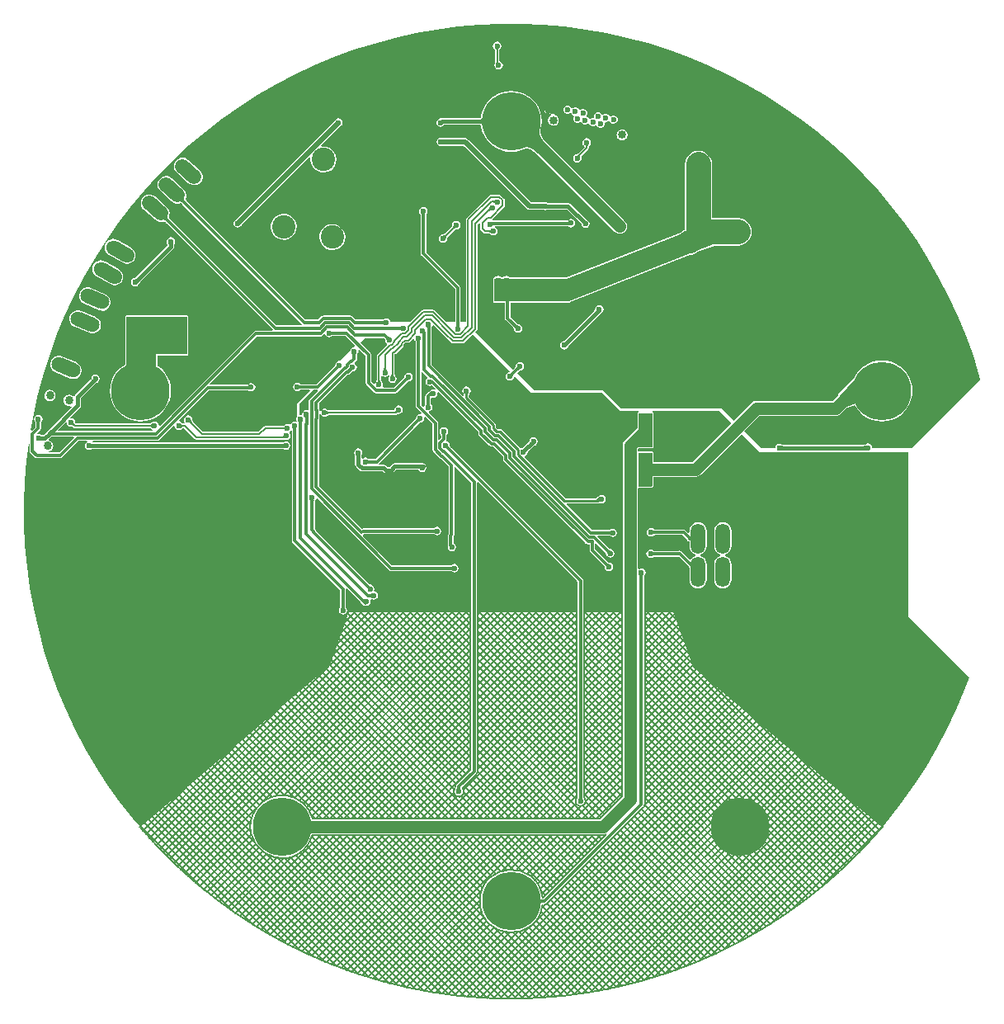
<source format=gbl>
G04 Layer_Physical_Order=2*
G04 Layer_Color=16711680*
%FSLAX25Y25*%
%MOIN*%
G70*
G01*
G75*
%ADD54C,0.01200*%
%ADD55C,0.01181*%
%ADD56C,0.01500*%
%ADD57C,0.00800*%
%ADD58C,0.01968*%
%ADD60C,0.01575*%
%ADD61C,0.00600*%
%ADD62C,0.00787*%
%ADD65C,0.01000*%
%ADD68C,0.05000*%
%ADD69C,0.10000*%
G04:AMPARAMS|DCode=70|XSize=70.87mil|YSize=35.43mil|CornerRadius=0mil|HoleSize=0mil|Usage=FLASHONLY|Rotation=258.000|XOffset=0mil|YOffset=0mil|HoleType=Round|Shape=Round|*
%AMOVALD70*
21,1,0.03543,0.03543,0.00000,0.00000,258.0*
1,1,0.03543,0.00368,0.01733*
1,1,0.03543,-0.00368,-0.01733*
%
%ADD70OVALD70*%

%ADD71C,0.02362*%
G04:AMPARAMS|DCode=72|XSize=62.99mil|YSize=31.5mil|CornerRadius=0mil|HoleSize=0mil|Usage=FLASHONLY|Rotation=348.000|XOffset=0mil|YOffset=0mil|HoleType=Round|Shape=Round|*
%AMOVALD72*
21,1,0.03150,0.03150,0.00000,0.00000,348.0*
1,1,0.03150,-0.01540,0.00327*
1,1,0.03150,0.01540,-0.00327*
%
%ADD72OVALD72*%

%ADD73C,0.03347*%
G04:AMPARAMS|DCode=74|XSize=59.05mil|YSize=122.05mil|CornerRadius=0mil|HoleSize=0mil|Usage=FLASHONLY|Rotation=240.000|XOffset=0mil|YOffset=0mil|HoleType=Round|Shape=Round|*
%AMOVALD74*
21,1,0.06299,0.05905,0.00000,0.00000,330.0*
1,1,0.05905,-0.02728,0.01575*
1,1,0.05905,0.02728,-0.01575*
%
%ADD74OVALD74*%

%ADD75C,0.03400*%
G04:AMPARAMS|DCode=76|XSize=59.05mil|YSize=122.05mil|CornerRadius=0mil|HoleSize=0mil|Usage=FLASHONLY|Rotation=247.000|XOffset=0mil|YOffset=0mil|HoleType=Round|Shape=Round|*
%AMOVALD76*
21,1,0.06299,0.05905,0.00000,0.00000,337.0*
1,1,0.05905,-0.02899,0.01231*
1,1,0.05905,0.02899,-0.01231*
%
%ADD76OVALD76*%

G04:AMPARAMS|DCode=77|XSize=59.05mil|YSize=122.05mil|CornerRadius=0mil|HoleSize=0mil|Usage=FLASHONLY|Rotation=228.000|XOffset=0mil|YOffset=0mil|HoleType=Round|Shape=Round|*
%AMOVALD77*
21,1,0.06299,0.05905,0.00000,0.00000,318.0*
1,1,0.05905,-0.02341,0.02108*
1,1,0.05905,0.02341,-0.02108*
%
%ADD77OVALD77*%

%ADD78O,0.05905X0.12205*%
%ADD79C,0.09449*%
%ADD80C,0.03000*%
%ADD81C,0.23622*%
G36*
X-133371Y35246D02*
X-133284Y35173D01*
X-133193Y35109D01*
X-133099Y35054D01*
X-133003Y35007D01*
X-132904Y34968D01*
X-132802Y34938D01*
X-132698Y34917D01*
X-132590Y34904D01*
X-132480Y34900D01*
Y34100D01*
X-132590Y34096D01*
X-132698Y34083D01*
X-132802Y34062D01*
X-132904Y34032D01*
X-133003Y33993D01*
X-133099Y33946D01*
X-133193Y33891D01*
X-133284Y33827D01*
X-133371Y33754D01*
X-133457Y33673D01*
Y35327D01*
X-133371Y35246D01*
D02*
G37*
G36*
X-145044Y33673D02*
X-145129Y33754D01*
X-145216Y33827D01*
X-145307Y33891D01*
X-145401Y33946D01*
X-145497Y33993D01*
X-145596Y34032D01*
X-145698Y34062D01*
X-145802Y34083D01*
X-145910Y34096D01*
X-146020Y34100D01*
Y34900D01*
X-145910Y34904D01*
X-145802Y34917D01*
X-145698Y34938D01*
X-145596Y34968D01*
X-145497Y35007D01*
X-145401Y35054D01*
X-145307Y35109D01*
X-145216Y35173D01*
X-145129Y35246D01*
X-145044Y35327D01*
Y33673D01*
D02*
G37*
G36*
X-86718Y33606D02*
X-86758Y33547D01*
X-86794Y33479D01*
X-86824Y33403D01*
X-86850Y33319D01*
X-86872Y33226D01*
X-86888Y33124D01*
X-86900Y33014D01*
X-86910Y32768D01*
X-88090D01*
X-88093Y32895D01*
X-88112Y33124D01*
X-88128Y33226D01*
X-88150Y33319D01*
X-88176Y33403D01*
X-88206Y33479D01*
X-88242Y33547D01*
X-88282Y33606D01*
X-88327Y33656D01*
X-86673D01*
X-86718Y33606D01*
D02*
G37*
G36*
X-129316Y36871D02*
X-129305Y36757D01*
X-129287Y36648D01*
X-129260Y36543D01*
X-129225Y36441D01*
X-129182Y36344D01*
X-129131Y36251D01*
X-129072Y36162D01*
X-129005Y36077D01*
X-128930Y35996D01*
X-129496Y35430D01*
X-129577Y35505D01*
X-129662Y35572D01*
X-129751Y35631D01*
X-129844Y35682D01*
X-129941Y35725D01*
X-130043Y35760D01*
X-130148Y35787D01*
X-130257Y35805D01*
X-130371Y35816D01*
X-130488Y35819D01*
X-129319Y36988D01*
X-129316Y36871D01*
D02*
G37*
G36*
X-36799Y36399D02*
X-36867Y36395D01*
X-36937Y36381D01*
X-37010Y36358D01*
X-37085Y36326D01*
X-37163Y36285D01*
X-37244Y36234D01*
X-37328Y36174D01*
X-37414Y36105D01*
X-37594Y35938D01*
X-38429Y36773D01*
X-38341Y36864D01*
X-38193Y37039D01*
X-38133Y37123D01*
X-38082Y37204D01*
X-38041Y37282D01*
X-38009Y37357D01*
X-37986Y37430D01*
X-37973Y37500D01*
X-37969Y37568D01*
X-36799Y36399D01*
D02*
G37*
G36*
X-190318Y36364D02*
X-190358Y36305D01*
X-190394Y36237D01*
X-190424Y36162D01*
X-190450Y36077D01*
X-190472Y35984D01*
X-190488Y35882D01*
X-190500Y35772D01*
X-190509Y35527D01*
X-191691D01*
X-191693Y35654D01*
X-191712Y35882D01*
X-191728Y35984D01*
X-191750Y36077D01*
X-191776Y36162D01*
X-191806Y36237D01*
X-191842Y36305D01*
X-191882Y36364D01*
X-191927Y36415D01*
X-190273D01*
X-190318Y36364D01*
D02*
G37*
G36*
X-84350Y36373D02*
X-84389Y36314D01*
X-84424Y36246D01*
X-84454Y36169D01*
X-84480Y36085D01*
X-84501Y35991D01*
X-84517Y35890D01*
X-84528Y35780D01*
X-84538Y35534D01*
X-85719Y35517D01*
X-85721Y35644D01*
X-85741Y35872D01*
X-85757Y35974D01*
X-85779Y36066D01*
X-85805Y36151D01*
X-85837Y36227D01*
X-85873Y36294D01*
X-85914Y36353D01*
X-85959Y36403D01*
X-84306Y36424D01*
X-84350Y36373D01*
D02*
G37*
G36*
X-179550Y35941D02*
X-179567Y35853D01*
X-179437Y35197D01*
X-179065Y34641D01*
X-178509Y34269D01*
X-177853Y34139D01*
X-177451Y34219D01*
X-177351Y34152D01*
X-177225Y34127D01*
X-176949Y33851D01*
X-176651Y33652D01*
X-176300Y33582D01*
X-146091D01*
X-146041Y33559D01*
X-145952Y33556D01*
X-145889Y33548D01*
X-145828Y33536D01*
X-145770Y33519D01*
X-145714Y33497D01*
X-145658Y33470D01*
X-145602Y33436D01*
X-145545Y33397D01*
X-145488Y33349D01*
X-145417Y33281D01*
X-145382Y33268D01*
X-144924Y32962D01*
X-144932Y32688D01*
X-145007Y32462D01*
X-183029D01*
X-183236Y32962D01*
X-180010Y36187D01*
X-179550Y35941D01*
D02*
G37*
G36*
X8988Y27019D02*
X8963Y27014D01*
X8930Y27000D01*
X8889Y26975D01*
X8840Y26940D01*
X8719Y26841D01*
X8567Y26702D01*
X8384Y26523D01*
X7323Y27584D01*
X7418Y27679D01*
X7775Y28089D01*
X7800Y28130D01*
X7814Y28163D01*
X7819Y28188D01*
X8988Y27019D01*
D02*
G37*
G36*
X57000Y26000D02*
X51500D01*
Y39500D01*
X57000D01*
Y26000D01*
D02*
G37*
G36*
X-91843Y25673D02*
X-91858Y25681D01*
X-91886Y25687D01*
X-91927Y25693D01*
X-92049Y25703D01*
X-92454Y25712D01*
X-92589Y25713D01*
Y27287D01*
X-91843Y27327D01*
Y25673D01*
D02*
G37*
G36*
X-190054Y30312D02*
X-190021Y30299D01*
X-189974Y30288D01*
X-189915Y30278D01*
X-189760Y30262D01*
X-189554Y30253D01*
X-189298Y30250D01*
Y28750D01*
X-189432Y28749D01*
X-189974Y28712D01*
X-190021Y28701D01*
X-190054Y28688D01*
X-190076Y28673D01*
Y30327D01*
X-190054Y30312D01*
D02*
G37*
G36*
X-26473Y31361D02*
X-26513Y31302D01*
X-26549Y31234D01*
X-26579Y31158D01*
X-26605Y31074D01*
X-26627Y30981D01*
X-26643Y30879D01*
X-26655Y30769D01*
X-26665Y30524D01*
X-27846D01*
X-27848Y30651D01*
X-27867Y30879D01*
X-27883Y30981D01*
X-27905Y31074D01*
X-27931Y31158D01*
X-27961Y31234D01*
X-27997Y31302D01*
X-28037Y31361D01*
X-28082Y31412D01*
X-26428D01*
X-26473Y31361D01*
D02*
G37*
G36*
X-184128Y32800D02*
X-184273Y32619D01*
X-184373Y32460D01*
X-184428Y32322D01*
X-184438Y32206D01*
X-184404Y32110D01*
X-184325Y32036D01*
X-184201Y31983D01*
X-184031Y31951D01*
X-183818Y31941D01*
X-184999Y30759D01*
X-185234Y30749D01*
X-185466Y30717D01*
X-185697Y30664D01*
X-185924Y30590D01*
X-186150Y30494D01*
X-186373Y30378D01*
X-186593Y30240D01*
X-186811Y30081D01*
X-187027Y29900D01*
X-187241Y29699D01*
X-187180Y31880D01*
X-186120Y32941D01*
X-183938Y33001D01*
X-184128Y32800D01*
D02*
G37*
G36*
X-91195Y29456D02*
X-91244Y29466D01*
X-91313Y29475D01*
X-91509Y29489D01*
X-92565Y29507D01*
X-92753Y30307D01*
X-92635Y30312D01*
X-92529Y30326D01*
X-92433Y30349D01*
X-92348Y30382D01*
X-92274Y30424D01*
X-92211Y30476D01*
X-92159Y30536D01*
X-92118Y30606D01*
X-92088Y30686D01*
X-92068Y30775D01*
X-91195Y29456D01*
D02*
G37*
G36*
X-30902Y52146D02*
X-31538Y51112D01*
X-31632Y51201D01*
X-31801Y51342D01*
X-31877Y51393D01*
X-31947Y51431D01*
X-32011Y51455D01*
X-32069Y51467D01*
X-32121Y51466D01*
X-32167Y51452D01*
X-32208Y51424D01*
X-32022Y52962D01*
X-30902Y52146D01*
D02*
G37*
G36*
X-33882Y54310D02*
X-33960Y53680D01*
X-34212Y53512D01*
X-34584Y52956D01*
X-34714Y52300D01*
X-34584Y51644D01*
X-34212Y51088D01*
X-33656Y50716D01*
X-33000Y50586D01*
X-32344Y50716D01*
X-32095Y50883D01*
X-31993Y50798D01*
X-31914Y50722D01*
X-31868Y50704D01*
X-31841Y50677D01*
X-31822Y50651D01*
X-31813Y50649D01*
X-30721Y49557D01*
X-30982Y49111D01*
X-31500Y49214D01*
X-32156Y49084D01*
X-32712Y48712D01*
X-32822Y48548D01*
X-32926Y48527D01*
X-33286Y48286D01*
X-33286Y48286D01*
X-33808Y47764D01*
X-33926Y47670D01*
X-33955Y47618D01*
X-34415Y47158D01*
X-34656Y46797D01*
X-34740Y46372D01*
X-34740Y46372D01*
Y43700D01*
X-34760Y43654D01*
X-34762Y43535D01*
X-34766Y43442D01*
X-34786Y43265D01*
X-34797Y43207D01*
X-34809Y43156D01*
X-34821Y43120D01*
X-34831Y43097D01*
X-34835Y43089D01*
X-34854Y43063D01*
X-34876Y42966D01*
X-35084Y42656D01*
X-35132Y42412D01*
X-35675Y42247D01*
X-36388Y42961D01*
Y56151D01*
X-36001Y56307D01*
X-35888Y56316D01*
X-33882Y54310D01*
D02*
G37*
G36*
X-39124Y69545D02*
X-39084Y69344D01*
X-38746Y68839D01*
X-38732Y68797D01*
X-38710Y68773D01*
X-38707Y68768D01*
X-38698Y68752D01*
X-38686Y68722D01*
X-38673Y68679D01*
X-38660Y68622D01*
X-38649Y68558D01*
X-38634Y68368D01*
X-38632Y68258D01*
X-38612Y68213D01*
Y42500D01*
X-38612Y42500D01*
X-38527Y42074D01*
X-38286Y41714D01*
X-36274Y39701D01*
X-36520Y39240D01*
X-36788Y39294D01*
X-37444Y39163D01*
X-37999Y38791D01*
X-38371Y38236D01*
X-38490Y37639D01*
X-38509Y37600D01*
X-38511Y37567D01*
X-38512Y37562D01*
X-38517Y37544D01*
X-38530Y37515D01*
X-38551Y37475D01*
X-38582Y37425D01*
X-38620Y37373D01*
X-38743Y37227D01*
X-38819Y37148D01*
X-38837Y37102D01*
X-54828Y21112D01*
X-57205D01*
X-57248Y21131D01*
X-57475Y21140D01*
X-57552Y21148D01*
X-57622Y21160D01*
X-57679Y21173D01*
X-57722Y21186D01*
X-57752Y21198D01*
X-57768Y21207D01*
X-57773Y21210D01*
X-57797Y21231D01*
X-57839Y21246D01*
X-58344Y21584D01*
X-59000Y21714D01*
X-59656Y21584D01*
X-60026Y21337D01*
X-60526Y21574D01*
Y22034D01*
X-60509Y22072D01*
X-60506Y22319D01*
X-60498Y22502D01*
X-60486Y22624D01*
X-60483Y22640D01*
X-60483Y22641D01*
Y22641D01*
X-60482Y22645D01*
X-60481Y22648D01*
X-60216Y23044D01*
X-60086Y23700D01*
X-60216Y24356D01*
X-60588Y24912D01*
X-61144Y25284D01*
X-61800Y25414D01*
X-62456Y25284D01*
X-63012Y24912D01*
X-63384Y24356D01*
X-63514Y23700D01*
X-63384Y23044D01*
X-63123Y22655D01*
X-63092Y22193D01*
X-63091Y22076D01*
X-63074Y22036D01*
Y18900D01*
X-62977Y18412D01*
X-62701Y17999D01*
X-61270Y16568D01*
X-60857Y16291D01*
X-60369Y16194D01*
X-51976D01*
X-51550Y15768D01*
X-51136Y15491D01*
X-50648Y15394D01*
X-48552D01*
X-48064Y15491D01*
X-47650Y15768D01*
X-46544Y16874D01*
X-37975D01*
X-37953Y16862D01*
X-37900Y16859D01*
X-37896Y16858D01*
X-37844Y16857D01*
X-37584Y16844D01*
X-37212Y16288D01*
X-36656Y15916D01*
X-36000Y15786D01*
X-35344Y15916D01*
X-34788Y16288D01*
X-34416Y16844D01*
X-34286Y17500D01*
X-34395Y18046D01*
X-34374Y18149D01*
X-34471Y18636D01*
X-34747Y19050D01*
X-35161Y19326D01*
X-35649Y19423D01*
X-37557D01*
X-37593Y19430D01*
X-37612Y19426D01*
X-37628Y19436D01*
X-37673Y19423D01*
X-47072D01*
X-47560Y19326D01*
X-47973Y19050D01*
X-49079Y17943D01*
X-50121D01*
X-50547Y18370D01*
X-50961Y18646D01*
X-51448Y18743D01*
X-53385D01*
X-53541Y19117D01*
X-53551Y19243D01*
X-37270Y35524D01*
X-37227Y35541D01*
X-37060Y35695D01*
X-37000Y35743D01*
X-36942Y35785D01*
X-36893Y35816D01*
X-36852Y35837D01*
X-36823Y35850D01*
X-36805Y35855D01*
X-36800Y35856D01*
X-36767Y35858D01*
X-36728Y35877D01*
X-36132Y35996D01*
X-35576Y36367D01*
X-35204Y36924D01*
X-35074Y37580D01*
X-35127Y37847D01*
X-34666Y38094D01*
X-31765Y35192D01*
Y24780D01*
X-31765Y24780D01*
X-31680Y24354D01*
X-31439Y23994D01*
X-29006Y21561D01*
X-29006Y21561D01*
X-28646Y21320D01*
X-28353Y21262D01*
X-25240Y18149D01*
Y-9022D01*
X-25286Y-9068D01*
X-25527Y-9428D01*
X-25612Y-9854D01*
X-25612Y-9854D01*
Y-12671D01*
X-25632Y-12719D01*
X-25638Y-13997D01*
X-25639Y-14014D01*
X-25639Y-14015D01*
X-25639Y-14015D01*
X-25640Y-14032D01*
X-25627Y-14065D01*
X-25714Y-14500D01*
X-25584Y-15156D01*
X-25212Y-15712D01*
X-24656Y-16084D01*
X-24000Y-16214D01*
X-23344Y-16084D01*
X-22788Y-15712D01*
X-22416Y-15156D01*
X-22286Y-14500D01*
X-22416Y-13844D01*
X-22788Y-13288D01*
X-23336Y-12922D01*
X-23339Y-12913D01*
X-23350Y-12865D01*
X-23359Y-12798D01*
X-23366Y-12714D01*
X-23368Y-12601D01*
X-23376Y-12583D01*
X-23370Y-12565D01*
X-23388Y-12531D01*
Y-10315D01*
X-23342Y-10269D01*
X-23342Y-10269D01*
X-23101Y-9908D01*
X-23016Y-9482D01*
Y17791D01*
X-22555Y17982D01*
X-16112Y11539D01*
Y-40400D01*
X-65800D01*
X-73500Y-62400D01*
X-149789Y-127220D01*
X-150287Y-127180D01*
X-152846Y-124167D01*
X-158129Y-117365D01*
X-163110Y-110338D01*
X-167779Y-103100D01*
X-172127Y-95664D01*
X-176145Y-88046D01*
X-179827Y-80259D01*
X-183165Y-72319D01*
X-186152Y-64241D01*
X-188783Y-56039D01*
X-191053Y-47730D01*
X-192957Y-39331D01*
X-194492Y-30855D01*
X-195656Y-22321D01*
X-196444Y-13744D01*
X-196858Y-5141D01*
X-196894Y3472D01*
X-196554Y12079D01*
X-195838Y20662D01*
X-195012Y27130D01*
X-194512Y27098D01*
Y24300D01*
X-194512Y24300D01*
X-194427Y23875D01*
X-194186Y23514D01*
X-192486Y21814D01*
X-192486Y21814D01*
X-192125Y21573D01*
X-191700Y21488D01*
X-182200D01*
X-182200Y21488D01*
X-181774Y21573D01*
X-181414Y21814D01*
X-174770Y28457D01*
X-171497D01*
X-171345Y27957D01*
X-171712Y27712D01*
X-172084Y27156D01*
X-172214Y26500D01*
X-172084Y25844D01*
X-171712Y25288D01*
X-171156Y24916D01*
X-170500Y24786D01*
X-169844Y24916D01*
X-169511Y25139D01*
X-168883Y25172D01*
X-168851Y25187D01*
X-92629D01*
X-92591Y25171D01*
X-92461Y25171D01*
X-92076Y25162D01*
X-92017Y25157D01*
X-91656Y24916D01*
X-91000Y24786D01*
X-90344Y24916D01*
X-89788Y25288D01*
X-89416Y25844D01*
X-89286Y26500D01*
X-89416Y27156D01*
X-89788Y27712D01*
X-90344Y28084D01*
X-91000Y28214D01*
X-91656Y28084D01*
X-91989Y27861D01*
X-92617Y27828D01*
X-92649Y27813D01*
X-168871D01*
X-168909Y27829D01*
X-169039Y27829D01*
X-169170Y27832D01*
X-169277Y27957D01*
X-169047Y28457D01*
X-142912D01*
X-142912Y28457D01*
X-142487Y28542D01*
X-142126Y28783D01*
X-136504Y34405D01*
X-135962Y34239D01*
X-135884Y33844D01*
X-135512Y33288D01*
X-134956Y32916D01*
X-134300Y32786D01*
X-133644Y32916D01*
X-133118Y33268D01*
X-133083Y33281D01*
X-133012Y33349D01*
X-132955Y33397D01*
X-132898Y33436D01*
X-132842Y33470D01*
X-132786Y33497D01*
X-132730Y33519D01*
X-132672Y33536D01*
X-132612Y33548D01*
X-132548Y33556D01*
X-132459Y33559D01*
X-132409Y33582D01*
X-132153D01*
X-127829Y29258D01*
X-127532Y29059D01*
X-127180Y28989D01*
X-92629D01*
X-92575Y28966D01*
X-91533Y28948D01*
X-91366Y28936D01*
X-91330Y28931D01*
X-91299Y28925D01*
X-91199Y28945D01*
X-90900Y28886D01*
X-90244Y29016D01*
X-89688Y29388D01*
X-89316Y29944D01*
X-89186Y30600D01*
X-89316Y31256D01*
X-89589Y31664D01*
X-89662Y31876D01*
X-89494Y32284D01*
X-89188Y32488D01*
X-89112Y32602D01*
X-88612Y32450D01*
Y-11900D01*
X-88612Y-11900D01*
X-88527Y-12325D01*
X-88286Y-12686D01*
X-69112Y-31861D01*
Y-38205D01*
X-69131Y-38248D01*
X-69140Y-38475D01*
X-69148Y-38552D01*
X-69160Y-38622D01*
X-69173Y-38679D01*
X-69186Y-38722D01*
X-69198Y-38752D01*
X-69207Y-38768D01*
X-69210Y-38773D01*
X-69231Y-38797D01*
X-69246Y-38839D01*
X-69584Y-39344D01*
X-69714Y-40000D01*
X-69584Y-40656D01*
X-69212Y-41212D01*
X-68656Y-41584D01*
X-68000Y-41714D01*
X-67344Y-41584D01*
X-66788Y-41212D01*
X-66416Y-40656D01*
X-66286Y-40000D01*
X-66416Y-39344D01*
X-66754Y-38839D01*
X-66768Y-38797D01*
X-66790Y-38773D01*
X-66793Y-38768D01*
X-66802Y-38752D01*
X-66814Y-38722D01*
X-66827Y-38679D01*
X-66840Y-38622D01*
X-66851Y-38558D01*
X-66866Y-38368D01*
X-66868Y-38258D01*
X-66888Y-38213D01*
Y-31400D01*
X-66890Y-31389D01*
X-66429Y-31143D01*
X-60955Y-36618D01*
X-60926Y-36670D01*
X-60808Y-36764D01*
X-59786Y-37786D01*
X-59786Y-37786D01*
X-59425Y-38027D01*
X-59162Y-38080D01*
X-59156Y-38084D01*
X-58500Y-38214D01*
X-57844Y-38084D01*
X-57288Y-37712D01*
X-56916Y-37156D01*
X-56786Y-36500D01*
X-56916Y-35844D01*
X-56689Y-35458D01*
X-56458Y-35381D01*
X-56156Y-35584D01*
X-55500Y-35714D01*
X-54844Y-35584D01*
X-54288Y-35212D01*
X-53916Y-34656D01*
X-53786Y-34000D01*
X-53916Y-33344D01*
X-54288Y-32788D01*
X-54844Y-32416D01*
X-55090Y-32368D01*
X-55416Y-31956D01*
X-55286Y-31300D01*
X-55416Y-30644D01*
X-55788Y-30088D01*
X-56344Y-29716D01*
X-56940Y-29598D01*
X-56980Y-29579D01*
X-57012Y-29577D01*
X-57018Y-29576D01*
X-57035Y-29570D01*
X-57065Y-29558D01*
X-57105Y-29537D01*
X-57155Y-29505D01*
X-57207Y-29468D01*
X-57352Y-29344D01*
X-57431Y-29268D01*
X-57477Y-29250D01*
X-78703Y-8024D01*
X-78773Y-7675D01*
X-79014Y-7314D01*
X-79288Y-7039D01*
Y3605D01*
X-79269Y3648D01*
X-79260Y3875D01*
X-79252Y3952D01*
X-79240Y4022D01*
X-79227Y4079D01*
X-79214Y4122D01*
X-79202Y4152D01*
X-79193Y4168D01*
X-79190Y4173D01*
X-79168Y4197D01*
X-79154Y4239D01*
X-78816Y4744D01*
X-78772Y4966D01*
X-78230Y5130D01*
X-49314Y-23786D01*
X-49314Y-23786D01*
X-48953Y-24027D01*
X-48527Y-24112D01*
X-48527Y-24112D01*
X-24795D01*
X-24752Y-24131D01*
X-24525Y-24140D01*
X-24448Y-24148D01*
X-24378Y-24160D01*
X-24321Y-24173D01*
X-24278Y-24186D01*
X-24248Y-24198D01*
X-24232Y-24207D01*
X-24227Y-24210D01*
X-24203Y-24231D01*
X-24161Y-24246D01*
X-23656Y-24584D01*
X-23000Y-24714D01*
X-22344Y-24584D01*
X-21788Y-24212D01*
X-21416Y-23656D01*
X-21286Y-23000D01*
X-21416Y-22344D01*
X-21788Y-21788D01*
X-22344Y-21416D01*
X-23000Y-21286D01*
X-23656Y-21416D01*
X-24161Y-21754D01*
X-24203Y-21768D01*
X-24227Y-21790D01*
X-24232Y-21793D01*
X-24248Y-21802D01*
X-24278Y-21814D01*
X-24321Y-21827D01*
X-24378Y-21840D01*
X-24442Y-21851D01*
X-24632Y-21866D01*
X-24742Y-21868D01*
X-24787Y-21888D01*
X-48067D01*
X-59960Y-9995D01*
X-59822Y-9426D01*
X-59614Y-9286D01*
X-59614Y-9286D01*
X-59439Y-9112D01*
X-31795D01*
X-31752Y-9131D01*
X-31525Y-9140D01*
X-31448Y-9148D01*
X-31378Y-9160D01*
X-31321Y-9173D01*
X-31278Y-9186D01*
X-31248Y-9198D01*
X-31232Y-9207D01*
X-31227Y-9210D01*
X-31203Y-9232D01*
X-31161Y-9246D01*
X-30656Y-9584D01*
X-30000Y-9714D01*
X-29344Y-9584D01*
X-28788Y-9212D01*
X-28416Y-8656D01*
X-28286Y-8000D01*
X-28416Y-7344D01*
X-28788Y-6788D01*
X-29344Y-6416D01*
X-30000Y-6286D01*
X-30656Y-6416D01*
X-31161Y-6754D01*
X-31203Y-6769D01*
X-31227Y-6790D01*
X-31232Y-6793D01*
X-31248Y-6802D01*
X-31278Y-6814D01*
X-31321Y-6827D01*
X-31378Y-6840D01*
X-31442Y-6851D01*
X-31632Y-6866D01*
X-31742Y-6868D01*
X-31787Y-6888D01*
X-59900D01*
X-59900Y-6888D01*
X-60325Y-6973D01*
X-60343Y-6984D01*
X-77688Y10361D01*
Y36838D01*
X-77592Y36983D01*
X-77507Y37408D01*
Y39213D01*
X-77007Y39262D01*
X-76984Y39144D01*
X-76612Y38588D01*
X-76056Y38216D01*
X-75400Y38086D01*
X-74744Y38216D01*
X-74218Y38568D01*
X-74183Y38581D01*
X-74112Y38649D01*
X-74055Y38697D01*
X-73998Y38736D01*
X-73942Y38770D01*
X-73886Y38797D01*
X-73830Y38819D01*
X-73772Y38836D01*
X-73712Y38848D01*
X-73648Y38856D01*
X-73559Y38859D01*
X-73509Y38882D01*
X-46700D01*
X-46349Y38952D01*
X-46158Y39080D01*
X-46050Y39120D01*
X-45912Y39247D01*
X-45869Y39281D01*
X-45832Y39308D01*
X-45809Y39321D01*
X-45793Y39315D01*
X-45745Y39335D01*
X-45500Y39286D01*
X-44844Y39416D01*
X-44288Y39788D01*
X-43916Y40344D01*
X-43786Y41000D01*
X-43916Y41656D01*
X-44288Y42212D01*
X-44844Y42584D01*
X-45500Y42714D01*
X-46156Y42584D01*
X-46712Y42212D01*
X-47084Y41656D01*
X-47214Y41000D01*
X-47668Y40718D01*
X-73509D01*
X-73559Y40741D01*
X-73648Y40744D01*
X-73712Y40752D01*
X-73772Y40764D01*
X-73830Y40781D01*
X-73886Y40803D01*
X-73942Y40830D01*
X-73998Y40864D01*
X-74055Y40903D01*
X-74112Y40951D01*
X-74183Y41019D01*
X-74218Y41032D01*
X-74744Y41384D01*
X-75400Y41514D01*
X-76056Y41384D01*
X-76612Y41012D01*
X-76984Y40456D01*
X-77482Y40511D01*
X-77507Y40848D01*
X-77592Y41274D01*
X-77688Y41418D01*
Y43552D01*
X-66196Y55044D01*
X-66044D01*
X-66044Y55044D01*
X-65618Y55129D01*
X-65257Y55370D01*
X-64218Y56410D01*
X-64100Y56386D01*
X-63444Y56516D01*
X-62888Y56888D01*
X-62516Y57444D01*
X-62386Y58100D01*
X-62516Y58756D01*
X-62888Y59312D01*
X-63140Y59480D01*
X-63218Y60110D01*
X-62614Y60714D01*
X-62614Y60714D01*
X-62373Y61075D01*
X-62288Y61500D01*
X-62288Y61500D01*
Y62905D01*
X-62269Y62948D01*
X-62260Y63175D01*
X-62252Y63252D01*
X-62240Y63322D01*
X-62227Y63379D01*
X-62214Y63422D01*
X-62202Y63452D01*
X-62193Y63468D01*
X-62190Y63473D01*
X-62169Y63497D01*
X-62154Y63539D01*
X-61816Y64044D01*
X-61686Y64700D01*
X-61737Y64958D01*
X-61276Y65204D01*
X-58760Y62688D01*
Y52000D01*
X-58760Y52000D01*
X-58676Y51574D01*
X-58435Y51214D01*
X-55216Y47995D01*
X-55216Y47995D01*
X-54855Y47754D01*
X-54430Y47669D01*
X-46937D01*
X-46937Y47669D01*
X-46512Y47754D01*
X-46151Y47995D01*
X-41983Y52163D01*
X-41939Y52179D01*
X-41772Y52333D01*
X-41712Y52382D01*
X-41655Y52424D01*
X-41605Y52455D01*
X-41565Y52476D01*
X-41535Y52488D01*
X-41518Y52494D01*
X-41512Y52495D01*
X-41480Y52497D01*
X-41440Y52516D01*
X-40844Y52635D01*
X-40288Y53006D01*
X-39916Y53562D01*
X-39786Y54218D01*
X-39916Y54874D01*
X-40288Y55430D01*
X-40844Y55802D01*
X-41500Y55932D01*
X-42156Y55802D01*
X-42712Y55430D01*
X-43084Y54874D01*
X-43202Y54278D01*
X-43221Y54238D01*
X-43223Y54206D01*
X-43224Y54200D01*
X-43230Y54183D01*
X-43242Y54153D01*
X-43264Y54113D01*
X-43295Y54064D01*
X-43332Y54011D01*
X-43455Y53866D01*
X-43532Y53787D01*
X-43550Y53741D01*
X-47398Y49893D01*
X-51666D01*
X-51933Y50393D01*
X-51864Y50497D01*
X-51733Y51153D01*
X-51864Y51809D01*
X-52216Y52335D01*
X-52229Y52370D01*
X-52298Y52442D01*
X-52347Y52501D01*
X-52388Y52559D01*
X-52422Y52616D01*
X-52450Y52672D01*
X-52472Y52729D01*
X-52489Y52786D01*
X-52502Y52846D01*
X-52509Y52909D01*
X-52513Y52996D01*
X-52536Y53047D01*
Y54441D01*
X-52036Y54670D01*
X-51656Y54416D01*
X-51000Y54286D01*
X-50344Y54416D01*
X-49788Y54788D01*
X-49686Y54940D01*
X-49660Y54941D01*
X-49180Y54798D01*
X-49180Y54758D01*
X-49218Y54717D01*
X-49232Y54682D01*
X-49584Y54156D01*
X-49714Y53500D01*
X-49584Y52844D01*
X-49212Y52288D01*
X-48656Y51916D01*
X-48000Y51786D01*
X-47344Y51916D01*
X-46788Y52288D01*
X-46416Y52844D01*
X-46286Y53500D01*
X-46416Y54156D01*
X-46768Y54682D01*
X-46782Y54717D01*
X-46849Y54788D01*
X-46897Y54845D01*
X-46936Y54902D01*
X-46970Y54958D01*
X-46997Y55014D01*
X-47019Y55070D01*
X-47036Y55128D01*
X-47048Y55189D01*
X-47056Y55252D01*
X-47059Y55341D01*
X-47082Y55391D01*
Y63433D01*
X-46881Y63473D01*
X-46583Y63672D01*
X-43672Y66583D01*
X-43474Y66881D01*
X-43404Y67232D01*
Y67383D01*
X-42673Y68114D01*
X-41642D01*
X-41291Y68184D01*
X-40993Y68383D01*
X-39666Y69710D01*
X-39124Y69545D01*
D02*
G37*
G36*
X-51345Y69772D02*
X-51329Y69729D01*
X-51174Y69562D01*
X-51126Y69502D01*
X-51084Y69444D01*
X-51053Y69395D01*
X-51032Y69354D01*
X-51020Y69325D01*
X-51014Y69308D01*
X-51013Y69302D01*
X-51011Y69269D01*
X-50992Y69230D01*
X-50873Y68634D01*
X-50502Y68078D01*
X-50173Y67858D01*
X-50065Y67259D01*
X-54092Y63232D01*
X-54289Y62937D01*
X-54359Y62588D01*
Y53047D01*
X-54382Y52996D01*
X-54385Y52909D01*
X-54393Y52846D01*
X-54405Y52786D01*
X-54422Y52729D01*
X-54445Y52672D01*
X-54473Y52616D01*
X-54507Y52559D01*
X-54548Y52501D01*
X-54596Y52442D01*
X-54665Y52370D01*
X-54679Y52335D01*
X-55031Y51809D01*
X-55055Y51686D01*
X-55598Y51522D01*
X-56537Y52461D01*
Y63148D01*
X-56537Y63148D01*
X-56621Y63574D01*
X-56862Y63935D01*
X-56862Y63935D01*
X-60964Y68036D01*
X-59012Y69988D01*
X-51561D01*
X-51345Y69772D01*
D02*
G37*
G36*
X-41512Y53037D02*
X-41579Y53033D01*
X-41649Y53020D01*
X-41722Y52997D01*
X-41798Y52965D01*
X-41876Y52924D01*
X-41957Y52873D01*
X-42040Y52813D01*
X-42126Y52743D01*
X-42307Y52576D01*
X-43142Y53411D01*
X-43054Y53503D01*
X-42906Y53678D01*
X-42845Y53761D01*
X-42795Y53842D01*
X-42753Y53920D01*
X-42721Y53996D01*
X-42698Y54069D01*
X-42685Y54139D01*
X-42681Y54206D01*
X-41512Y53037D01*
D02*
G37*
G36*
X-53049Y52865D02*
X-53036Y52759D01*
X-53015Y52654D01*
X-52984Y52552D01*
X-52945Y52453D01*
X-52898Y52357D01*
X-52841Y52263D01*
X-52776Y52171D01*
X-52703Y52082D01*
X-52621Y51996D01*
X-54274D01*
X-54192Y52082D01*
X-54118Y52171D01*
X-54053Y52263D01*
X-53997Y52357D01*
X-53949Y52453D01*
X-53910Y52552D01*
X-53880Y52654D01*
X-53858Y52759D01*
X-53845Y52865D01*
X-53841Y52975D01*
X-53053D01*
X-53049Y52865D01*
D02*
G37*
G36*
X-168012Y52319D02*
X-168037Y52314D01*
X-168070Y52299D01*
X-168111Y52275D01*
X-168160Y52240D01*
X-168281Y52141D01*
X-168433Y52002D01*
X-168616Y51823D01*
X-169677Y52884D01*
X-169582Y52979D01*
X-169225Y53389D01*
X-169201Y53430D01*
X-169186Y53463D01*
X-169181Y53488D01*
X-168012Y52319D01*
D02*
G37*
G36*
X-17335Y47789D02*
X-17391Y47717D01*
X-17440Y47638D01*
X-17482Y47553D01*
X-17518Y47463D01*
X-17548Y47366D01*
X-17571Y47264D01*
X-17587Y47155D01*
X-17597Y47041D01*
X-17600Y46921D01*
X-18600D01*
X-18603Y47041D01*
X-18613Y47155D01*
X-18629Y47264D01*
X-18652Y47366D01*
X-18682Y47463D01*
X-18718Y47553D01*
X-18760Y47638D01*
X-18809Y47717D01*
X-18865Y47789D01*
X-18927Y47857D01*
X-17273D01*
X-17335Y47789D01*
D02*
G37*
G36*
X-45793Y39856D02*
X-45840Y39863D01*
X-45891Y39861D01*
X-45945Y39850D01*
X-46002Y39830D01*
X-46063Y39800D01*
X-46127Y39762D01*
X-46194Y39714D01*
X-46265Y39658D01*
X-46417Y39517D01*
X-46983Y40083D01*
X-46908Y40161D01*
X-46786Y40306D01*
X-46738Y40373D01*
X-46700Y40437D01*
X-46670Y40498D01*
X-46650Y40555D01*
X-46639Y40609D01*
X-46637Y40660D01*
X-46644Y40707D01*
X-45793Y39856D01*
D02*
G37*
G36*
X-74471Y40546D02*
X-74384Y40473D01*
X-74293Y40409D01*
X-74199Y40354D01*
X-74103Y40307D01*
X-74004Y40268D01*
X-73902Y40238D01*
X-73798Y40217D01*
X-73690Y40204D01*
X-73580Y40200D01*
Y39400D01*
X-73690Y39396D01*
X-73798Y39383D01*
X-73902Y39362D01*
X-74004Y39332D01*
X-74103Y39293D01*
X-74199Y39246D01*
X-74293Y39191D01*
X-74384Y39127D01*
X-74471Y39054D01*
X-74556Y38973D01*
Y40627D01*
X-74471Y40546D01*
D02*
G37*
G36*
X-81885Y38340D02*
X-81917Y38280D01*
X-81945Y38211D01*
X-81970Y38134D01*
X-81990Y38049D01*
X-82007Y37955D01*
X-82030Y37741D01*
X-82036Y37622D01*
X-82038Y37494D01*
X-83219Y37326D01*
X-83222Y37453D01*
X-83243Y37680D01*
X-83262Y37780D01*
X-83287Y37871D01*
X-83316Y37953D01*
X-83352Y38026D01*
X-83392Y38090D01*
X-83438Y38145D01*
X-83490Y38191D01*
X-81849Y38391D01*
X-81885Y38340D01*
D02*
G37*
G36*
X-78242Y48894D02*
X-78155Y48607D01*
X-81505Y45257D01*
X-81746Y44897D01*
X-81831Y44471D01*
X-81831Y44471D01*
Y41077D01*
X-82331Y40755D01*
X-82772Y40842D01*
X-83428Y40712D01*
X-83984Y40340D01*
X-84355Y39784D01*
X-84486Y39128D01*
X-84957Y38934D01*
X-85143Y38971D01*
X-85500Y39263D01*
Y43500D01*
X-79912Y49088D01*
X-78382D01*
X-78242Y48894D01*
D02*
G37*
G36*
X-32217Y46561D02*
X-32263Y46588D01*
X-32315Y46602D01*
X-32372Y46604D01*
X-32434Y46592D01*
X-32501Y46567D01*
X-32573Y46530D01*
X-32651Y46479D01*
X-32734Y46416D01*
X-32822Y46339D01*
X-32915Y46250D01*
X-33588Y47247D01*
X-32511Y48110D01*
X-32217Y46561D01*
D02*
G37*
G36*
X-33035Y43669D02*
X-33014Y43442D01*
X-32995Y43342D01*
X-32971Y43251D01*
X-32941Y43168D01*
X-32906Y43095D01*
X-32866Y43031D01*
X-32821Y42975D01*
X-32770Y42928D01*
X-34413Y42749D01*
X-34376Y42800D01*
X-34343Y42860D01*
X-34314Y42929D01*
X-34289Y43006D01*
X-34268Y43092D01*
X-34250Y43186D01*
X-34227Y43399D01*
X-34221Y43518D01*
X-34219Y43646D01*
X-33038Y43796D01*
X-33035Y43669D01*
D02*
G37*
G36*
X139159Y43483D02*
X134889Y41854D01*
X132660Y46696D01*
X138989Y53482D01*
X139159Y43483D01*
D02*
G37*
G36*
X38785Y-20946D02*
X38960Y-21094D01*
X39043Y-21155D01*
X39124Y-21205D01*
X39202Y-21247D01*
X39278Y-21279D01*
X39351Y-21302D01*
X39421Y-21315D01*
X39488Y-21319D01*
X38319Y-22488D01*
X38315Y-22421D01*
X38302Y-22351D01*
X38279Y-22278D01*
X38247Y-22202D01*
X38205Y-22124D01*
X38155Y-22043D01*
X38094Y-21960D01*
X38025Y-21874D01*
X37858Y-21693D01*
X38693Y-20858D01*
X38785Y-20946D01*
D02*
G37*
G36*
X-23844Y-23827D02*
X-23894Y-23782D01*
X-23953Y-23742D01*
X-24021Y-23706D01*
X-24097Y-23676D01*
X-24181Y-23650D01*
X-24274Y-23628D01*
X-24376Y-23612D01*
X-24486Y-23600D01*
X-24732Y-23591D01*
Y-22410D01*
X-24604Y-22407D01*
X-24376Y-22388D01*
X-24274Y-22372D01*
X-24181Y-22350D01*
X-24097Y-22324D01*
X-24021Y-22294D01*
X-23953Y-22258D01*
X-23894Y-22218D01*
X-23844Y-22173D01*
Y-23827D01*
D02*
G37*
G36*
X53352Y-25610D02*
X53303Y-25658D01*
X53258Y-25715D01*
X53219Y-25780D01*
X53185Y-25854D01*
X53156Y-25937D01*
X53132Y-26028D01*
X53114Y-26129D01*
X53101Y-26238D01*
X53093Y-26356D01*
X53091Y-26483D01*
X51910Y-26367D01*
X51907Y-26239D01*
X51891Y-26010D01*
X51877Y-25907D01*
X51858Y-25813D01*
X51836Y-25728D01*
X51809Y-25651D01*
X51779Y-25582D01*
X51744Y-25522D01*
X51705Y-25470D01*
X53352Y-25610D01*
D02*
G37*
G36*
X39246Y-15446D02*
X39421Y-15595D01*
X39504Y-15655D01*
X39585Y-15705D01*
X39663Y-15747D01*
X39739Y-15779D01*
X39811Y-15802D01*
X39882Y-15815D01*
X39949Y-15819D01*
X38780Y-16988D01*
X38776Y-16921D01*
X38763Y-16851D01*
X38740Y-16778D01*
X38708Y-16702D01*
X38666Y-16624D01*
X38616Y-16543D01*
X38555Y-16460D01*
X38486Y-16374D01*
X38319Y-16193D01*
X39154Y-15358D01*
X39246Y-15446D01*
D02*
G37*
G36*
X-30843Y-8827D02*
X-30894Y-8782D01*
X-30953Y-8742D01*
X-31021Y-8706D01*
X-31097Y-8676D01*
X-31181Y-8650D01*
X-31274Y-8628D01*
X-31376Y-8612D01*
X-31486Y-8600D01*
X-31732Y-8591D01*
Y-7409D01*
X-31604Y-7407D01*
X-31376Y-7388D01*
X-31274Y-7372D01*
X-31181Y-7350D01*
X-31097Y-7324D01*
X-31021Y-7294D01*
X-30953Y-7258D01*
X-30894Y-7218D01*
X-30843Y-7173D01*
Y-8827D01*
D02*
G37*
G36*
X40156Y-9527D02*
X40106Y-9482D01*
X40047Y-9442D01*
X39979Y-9406D01*
X39903Y-9376D01*
X39819Y-9350D01*
X39726Y-9328D01*
X39624Y-9312D01*
X39514Y-9300D01*
X39268Y-9291D01*
Y-8109D01*
X39395Y-8107D01*
X39624Y-8088D01*
X39726Y-8072D01*
X39819Y-8050D01*
X39903Y-8024D01*
X39979Y-7994D01*
X40047Y-7958D01*
X40106Y-7918D01*
X40156Y-7873D01*
Y-9527D01*
D02*
G37*
G36*
X-23906Y-12741D02*
X-23897Y-12858D01*
X-23882Y-12963D01*
X-23861Y-13057D01*
X-23834Y-13140D01*
X-23801Y-13211D01*
X-23762Y-13272D01*
X-23717Y-13321D01*
X-23665Y-13359D01*
X-23608Y-13386D01*
X-25101Y-14072D01*
X-25099Y-14054D01*
X-25097Y-14009D01*
X-25091Y-12721D01*
X-23910Y-12614D01*
X-23906Y-12741D01*
D02*
G37*
G36*
X-57715Y-29746D02*
X-57540Y-29895D01*
X-57457Y-29955D01*
X-57376Y-30005D01*
X-57298Y-30047D01*
X-57222Y-30079D01*
X-57149Y-30102D01*
X-57079Y-30115D01*
X-57012Y-30119D01*
X-58181Y-31288D01*
X-58185Y-31221D01*
X-58198Y-31150D01*
X-58221Y-31078D01*
X-58253Y-31002D01*
X-58295Y-30924D01*
X-58345Y-30843D01*
X-58406Y-30760D01*
X-58475Y-30674D01*
X-58642Y-30493D01*
X-57807Y-29658D01*
X-57715Y-29746D01*
D02*
G37*
G36*
X-20556Y-111682D02*
X-20537Y-111910D01*
X-20520Y-112012D01*
X-20499Y-112105D01*
X-20473Y-112189D01*
X-20442Y-112266D01*
X-20407Y-112333D01*
X-20367Y-112392D01*
X-20322Y-112443D01*
X-21975D01*
X-21930Y-112392D01*
X-21890Y-112333D01*
X-21855Y-112266D01*
X-21824Y-112189D01*
X-21798Y-112105D01*
X-21777Y-112012D01*
X-21760Y-111910D01*
X-21749Y-111800D01*
X-21739Y-111555D01*
X-20558D01*
X-20556Y-111682D01*
D02*
G37*
G36*
X28593Y-115395D02*
X28612Y-115624D01*
X28628Y-115726D01*
X28650Y-115819D01*
X28676Y-115903D01*
X28706Y-115979D01*
X28742Y-116047D01*
X28782Y-116106D01*
X28827Y-116156D01*
X27173D01*
X27218Y-116106D01*
X27258Y-116047D01*
X27294Y-115979D01*
X27324Y-115903D01*
X27350Y-115819D01*
X27372Y-115726D01*
X27388Y-115624D01*
X27400Y-115514D01*
X27409Y-115269D01*
X28591D01*
X28593Y-115395D01*
D02*
G37*
G36*
X11775Y-156411D02*
X11820Y-156512D01*
X11887Y-156600D01*
X11976Y-156677D01*
X12088Y-156742D01*
X12222Y-156795D01*
X12377Y-156837D01*
X12555Y-156866D01*
X12755Y-156884D01*
X12977Y-156890D01*
Y-158071D01*
X12755Y-158077D01*
X12555Y-158095D01*
X12377Y-158124D01*
X12222Y-158165D01*
X12088Y-158219D01*
X11976Y-158283D01*
X11887Y-158360D01*
X11820Y-158449D01*
X11775Y-158549D01*
X11752Y-158661D01*
Y-156299D01*
X11775Y-156411D01*
D02*
G37*
G36*
X26888Y-28461D02*
Y-40400D01*
X-13888D01*
Y11609D01*
X-13388Y11816D01*
X26888Y-28461D01*
D02*
G37*
G36*
X-56344Y-34827D02*
X-56394Y-34782D01*
X-56453Y-34742D01*
X-56521Y-34706D01*
X-56597Y-34676D01*
X-56681Y-34650D01*
X-56774Y-34628D01*
X-56876Y-34612D01*
X-56986Y-34600D01*
X-57231Y-34591D01*
Y-33409D01*
X-57104Y-33407D01*
X-56876Y-33388D01*
X-56774Y-33372D01*
X-56681Y-33350D01*
X-56597Y-33324D01*
X-56521Y-33294D01*
X-56453Y-33258D01*
X-56394Y-33218D01*
X-56344Y-33173D01*
Y-34827D01*
D02*
G37*
G36*
X-59821Y-35339D02*
X-59651Y-35479D01*
X-59573Y-35530D01*
X-59501Y-35567D01*
X-59434Y-35592D01*
X-59372Y-35603D01*
X-59315Y-35602D01*
X-59263Y-35588D01*
X-59216Y-35561D01*
X-59511Y-37110D01*
X-60588Y-36248D01*
X-59915Y-35250D01*
X-59821Y-35339D01*
D02*
G37*
G36*
X-67407Y-38396D02*
X-67388Y-38624D01*
X-67372Y-38726D01*
X-67350Y-38819D01*
X-67324Y-38903D01*
X-67294Y-38979D01*
X-67258Y-39047D01*
X-67218Y-39106D01*
X-67173Y-39156D01*
X-68827D01*
X-68782Y-39106D01*
X-68742Y-39047D01*
X-68706Y-38979D01*
X-68676Y-38903D01*
X-68650Y-38819D01*
X-68628Y-38726D01*
X-68612Y-38624D01*
X-68600Y-38514D01*
X-68590Y-38269D01*
X-67409D01*
X-67407Y-38396D01*
D02*
G37*
G36*
X6547Y24687D02*
X6453Y24591D01*
X6181Y24281D01*
X6139Y24221D01*
X6106Y24169D01*
X6084Y24123D01*
X6073Y24084D01*
X6071Y24053D01*
X4770Y25074D01*
X4784Y25080D01*
X4808Y25096D01*
X4840Y25122D01*
X4991Y25258D01*
X5319Y25579D01*
X6547Y24687D01*
D02*
G37*
G36*
X-176596Y29776D02*
X-182661Y23712D01*
X-186699D01*
X-186786Y24212D01*
X-186742Y24228D01*
X-186467Y24282D01*
X-186325Y24378D01*
X-186163Y24435D01*
X-185956Y24624D01*
X-185723Y24780D01*
X-185628Y24922D01*
X-185501Y25037D01*
X-185381Y25291D01*
X-185225Y25524D01*
X-185192Y25692D01*
X-185119Y25847D01*
X-185106Y26127D01*
X-185051Y26402D01*
X-185084Y26570D01*
X-185076Y26741D01*
X-185171Y27005D01*
X-185225Y27280D01*
X-185321Y27422D01*
X-185379Y27583D01*
X-185567Y27791D01*
X-185723Y28024D01*
X-185865Y28119D01*
X-185980Y28246D01*
X-186234Y28366D01*
X-186467Y28521D01*
X-186635Y28555D01*
X-186790Y28628D01*
X-186898Y29108D01*
X-186869Y29305D01*
X-186668Y29496D01*
X-186478Y29654D01*
X-186290Y29791D01*
X-186103Y29908D01*
X-185918Y30005D01*
X-185735Y30082D01*
X-185552Y30142D01*
X-185369Y30184D01*
X-185185Y30209D01*
X-184974Y30219D01*
X-184933Y30238D01*
X-176788D01*
X-176596Y29776D01*
D02*
G37*
G36*
X-60988Y22835D02*
X-61001Y22801D01*
X-61012Y22755D01*
X-61022Y22696D01*
X-61038Y22540D01*
X-61047Y22335D01*
X-61050Y22079D01*
X-62550D01*
X-62551Y22213D01*
X-62588Y22755D01*
X-62599Y22801D01*
X-62612Y22835D01*
X-62627Y22857D01*
X-60973D01*
X-60988Y22835D01*
D02*
G37*
G36*
X109158Y26456D02*
X109181Y26455D01*
X109868Y26450D01*
X110212Y24950D01*
X110078Y24949D01*
X109667Y24919D01*
X109595Y24906D01*
X109535Y24890D01*
X109487Y24872D01*
X109452Y24851D01*
X109429Y24828D01*
X109149Y26458D01*
X109158Y26456D01*
D02*
G37*
G36*
X-169642Y27319D02*
X-169614Y27313D01*
X-169573Y27307D01*
X-169451Y27297D01*
X-169046Y27288D01*
X-168911Y27287D01*
Y25713D01*
X-169657Y25673D01*
Y27327D01*
X-169642Y27319D01*
D02*
G37*
G36*
X143357Y24873D02*
X143335Y24888D01*
X143301Y24901D01*
X143255Y24912D01*
X143196Y24922D01*
X143041Y24938D01*
X142835Y24947D01*
X142579Y24950D01*
Y26450D01*
X142713Y26451D01*
X143255Y26488D01*
X143301Y26499D01*
X143335Y26512D01*
X143357Y26527D01*
Y24873D01*
D02*
G37*
G36*
X-25315Y26421D02*
X-25302Y26351D01*
X-25279Y26278D01*
X-25247Y26202D01*
X-25205Y26124D01*
X-25155Y26043D01*
X-25095Y25960D01*
X-25025Y25874D01*
X-24858Y25693D01*
X-25693Y24858D01*
X-25785Y24946D01*
X-25960Y25095D01*
X-26043Y25155D01*
X-26124Y25205D01*
X-26202Y25247D01*
X-26278Y25279D01*
X-26351Y25302D01*
X-26421Y25315D01*
X-26488Y25319D01*
X-25319Y26488D01*
X-25315Y26421D01*
D02*
G37*
G36*
X88860Y35640D02*
X73247Y20026D01*
X57541D01*
Y23500D01*
X57383Y23883D01*
X57000Y24041D01*
X51500D01*
X51126Y24291D01*
Y25073D01*
X51500Y25459D01*
X57000D01*
X57383Y25617D01*
X57541Y26000D01*
Y39500D01*
X57383Y39883D01*
X57099Y40000D01*
X57199Y40500D01*
X84000D01*
X88860Y35640D01*
D02*
G37*
G36*
X35690Y4041D02*
X35639Y4080D01*
X35584Y4106D01*
X35525Y4118D01*
X35462Y4117D01*
X35394Y4102D01*
X35323Y4074D01*
X35248Y4032D01*
X35169Y3976D01*
X35085Y3907D01*
X34998Y3824D01*
X34465Y4706D01*
X35531Y5575D01*
X35690Y4041D01*
D02*
G37*
G36*
X-79618Y4506D02*
X-79658Y4447D01*
X-79694Y4379D01*
X-79724Y4303D01*
X-79750Y4219D01*
X-79772Y4126D01*
X-79788Y4024D01*
X-79800Y3914D01*
X-79809Y3669D01*
X-80990D01*
X-80993Y3796D01*
X-81012Y4024D01*
X-81028Y4126D01*
X-81050Y4219D01*
X-81076Y4303D01*
X-81106Y4379D01*
X-81142Y4447D01*
X-81182Y4506D01*
X-81227Y4557D01*
X-79573D01*
X-79618Y4506D01*
D02*
G37*
G36*
X-27240Y71026D02*
X-27217Y70993D01*
X-24307Y68083D01*
X-24009Y67884D01*
X-23658Y67814D01*
X-19542D01*
X-19191Y67884D01*
X-18893Y68083D01*
X-15503Y71473D01*
X-712Y56682D01*
X-876Y56139D01*
X-1156Y56084D01*
X-1712Y55712D01*
X-2084Y55156D01*
X-2214Y54500D01*
X-2084Y53844D01*
X-1712Y53288D01*
X-1156Y52916D01*
X-500Y52786D01*
X156Y52916D01*
X712Y53288D01*
X1084Y53844D01*
X1139Y54124D01*
X1682Y54288D01*
X7970Y48000D01*
X36500D01*
X44000Y40500D01*
X51301D01*
X51401Y40000D01*
X51117Y39883D01*
X50959Y39500D01*
Y33738D01*
X45960Y28740D01*
X45480Y28113D01*
X45177Y27383D01*
X45074Y26600D01*
Y-40400D01*
X29112D01*
Y-28000D01*
X29112Y-28000D01*
X29027Y-27575D01*
X28786Y-27214D01*
X-24445Y26017D01*
X-24461Y26061D01*
X-24615Y26228D01*
X-24664Y26288D01*
X-24705Y26346D01*
X-24736Y26395D01*
X-24758Y26435D01*
X-24770Y26465D01*
X-24776Y26482D01*
X-24777Y26488D01*
X-24779Y26520D01*
X-24798Y26560D01*
X-24916Y27156D01*
X-25288Y27712D01*
X-25844Y28084D01*
X-26000Y28115D01*
X-26230Y28670D01*
X-26228Y28673D01*
X-26143Y29099D01*
X-26143Y29099D01*
Y30461D01*
X-26124Y30503D01*
X-26115Y30730D01*
X-26107Y30807D01*
X-26095Y30877D01*
X-26082Y30934D01*
X-26069Y30977D01*
X-26057Y31007D01*
X-26048Y31023D01*
X-26045Y31028D01*
X-26024Y31052D01*
X-26009Y31094D01*
X-25671Y31599D01*
X-25541Y32255D01*
X-25671Y32911D01*
X-26043Y33467D01*
X-26599Y33839D01*
X-27255Y33969D01*
X-27911Y33839D01*
X-28467Y33467D01*
X-28839Y32911D01*
X-28969Y32255D01*
X-28839Y31599D01*
X-28501Y31094D01*
X-28487Y31052D01*
X-28465Y31028D01*
X-28462Y31023D01*
X-28453Y31007D01*
X-28441Y30977D01*
X-28428Y30934D01*
X-28415Y30877D01*
X-28405Y30813D01*
X-28389Y30623D01*
X-28387Y30514D01*
X-28367Y30468D01*
Y29559D01*
X-29079Y28848D01*
X-29541Y29039D01*
Y35653D01*
X-29625Y36078D01*
X-29866Y36439D01*
X-29866Y36439D01*
X-33253Y39825D01*
X-33088Y40368D01*
X-32844Y40416D01*
X-32288Y40788D01*
X-31916Y41344D01*
X-31786Y42000D01*
X-31916Y42656D01*
X-32288Y43212D01*
X-32379Y43273D01*
X-32404Y43328D01*
X-32426Y43347D01*
X-32431Y43355D01*
X-32441Y43376D01*
X-32454Y43411D01*
X-32467Y43461D01*
X-32477Y43517D01*
X-32495Y43700D01*
X-32497Y43807D01*
X-32509Y43835D01*
X-32501Y43864D01*
X-32516Y43891D01*
Y45556D01*
X-32408Y45665D01*
X-32019Y45889D01*
X-31500Y45786D01*
X-30844Y45916D01*
X-30288Y46288D01*
X-29916Y46844D01*
X-29786Y47500D01*
X-29889Y48018D01*
X-29443Y48279D01*
X-13246Y32082D01*
Y31345D01*
X-13246Y31345D01*
X-13161Y30920D01*
X-12920Y30559D01*
X-8741Y26380D01*
X-8380Y26139D01*
X-7955Y26054D01*
X-7955Y26054D01*
X-7218D01*
X-3346Y22182D01*
Y20945D01*
X-3346Y20945D01*
X-3261Y20520D01*
X-3020Y20159D01*
X30187Y-13048D01*
X30187Y-13048D01*
X30548Y-13289D01*
X30973Y-13374D01*
X30974Y-13374D01*
X31688D01*
Y-15800D01*
X31688Y-15800D01*
X31773Y-16226D01*
X32014Y-16586D01*
X37445Y-22017D01*
X37461Y-22061D01*
X37615Y-22228D01*
X37664Y-22288D01*
X37705Y-22345D01*
X37736Y-22395D01*
X37758Y-22435D01*
X37770Y-22465D01*
X37776Y-22482D01*
X37777Y-22488D01*
X37779Y-22520D01*
X37798Y-22560D01*
X37916Y-23156D01*
X38288Y-23712D01*
X38844Y-24084D01*
X39500Y-24214D01*
X40156Y-24084D01*
X40712Y-23712D01*
X41084Y-23156D01*
X41214Y-22500D01*
X41084Y-21844D01*
X40712Y-21288D01*
X40156Y-20916D01*
X39560Y-20798D01*
X39520Y-20779D01*
X39488Y-20777D01*
X39482Y-20776D01*
X39465Y-20770D01*
X39435Y-20758D01*
X39395Y-20737D01*
X39345Y-20705D01*
X39293Y-20668D01*
X39148Y-20545D01*
X39069Y-20468D01*
X39023Y-20450D01*
X33912Y-15339D01*
Y-13177D01*
X34374Y-12986D01*
X37906Y-16517D01*
X37922Y-16561D01*
X38076Y-16728D01*
X38125Y-16788D01*
X38166Y-16846D01*
X38197Y-16895D01*
X38219Y-16935D01*
X38231Y-16964D01*
X38237Y-16982D01*
X38238Y-16988D01*
X38240Y-17020D01*
X38259Y-17060D01*
X38377Y-17656D01*
X38749Y-18212D01*
X39305Y-18584D01*
X39961Y-18714D01*
X40617Y-18584D01*
X41173Y-18212D01*
X41544Y-17656D01*
X41675Y-17000D01*
X41544Y-16344D01*
X41173Y-15788D01*
X40617Y-15416D01*
X40021Y-15298D01*
X39981Y-15279D01*
X39948Y-15277D01*
X39943Y-15276D01*
X39925Y-15270D01*
X39896Y-15258D01*
X39856Y-15236D01*
X39806Y-15205D01*
X39754Y-15168D01*
X39609Y-15044D01*
X39530Y-14968D01*
X39484Y-14950D01*
X35484Y-10951D01*
X35367Y-10776D01*
X35367Y-10776D01*
X34865Y-10274D01*
X35056Y-9812D01*
X39205D01*
X39248Y-9831D01*
X39475Y-9840D01*
X39552Y-9848D01*
X39622Y-9860D01*
X39679Y-9873D01*
X39722Y-9886D01*
X39752Y-9898D01*
X39768Y-9907D01*
X39773Y-9910D01*
X39797Y-9932D01*
X39839Y-9946D01*
X40344Y-10284D01*
X41000Y-10414D01*
X41656Y-10284D01*
X42212Y-9912D01*
X42584Y-9356D01*
X42714Y-8700D01*
X42584Y-8044D01*
X42212Y-7488D01*
X41656Y-7116D01*
X41000Y-6986D01*
X40344Y-7116D01*
X39839Y-7454D01*
X39797Y-7468D01*
X39773Y-7490D01*
X39768Y-7493D01*
X39752Y-7502D01*
X39722Y-7514D01*
X39679Y-7527D01*
X39622Y-7540D01*
X39558Y-7551D01*
X39368Y-7566D01*
X39258Y-7568D01*
X39213Y-7588D01*
X32627D01*
X22342Y2696D01*
X22534Y3158D01*
X34644D01*
X35035Y3236D01*
X35206Y3350D01*
X35278Y3361D01*
X35313Y3410D01*
X35370Y3431D01*
X35444Y3502D01*
X35497Y3545D01*
X35499Y3547D01*
X35844Y3316D01*
X36500Y3186D01*
X37156Y3316D01*
X37712Y3688D01*
X38084Y4244D01*
X38214Y4900D01*
X38084Y5556D01*
X37712Y6112D01*
X37156Y6484D01*
X36500Y6614D01*
X35844Y6484D01*
X35288Y6112D01*
X35214Y6002D01*
X35188Y5994D01*
X35140Y5955D01*
X35076Y5942D01*
X34745Y5721D01*
X34268Y5243D01*
X34212Y5198D01*
X21960D01*
X5335Y21823D01*
X5480Y22301D01*
X5556Y22316D01*
X6112Y22688D01*
X6484Y23244D01*
X6614Y23900D01*
X6605Y23944D01*
X6606Y23945D01*
X6850Y24223D01*
X6933Y24307D01*
X6949Y24346D01*
X6985Y24368D01*
X6989Y24387D01*
X8723Y26120D01*
X8762Y26136D01*
X8939Y26309D01*
X9074Y26432D01*
X9169Y26510D01*
X9182Y26519D01*
X9182Y26520D01*
X9183Y26520D01*
X9185Y26522D01*
X9188Y26523D01*
X9656Y26616D01*
X10212Y26988D01*
X10584Y27544D01*
X10714Y28200D01*
X10584Y28856D01*
X10212Y29412D01*
X9656Y29784D01*
X9000Y29914D01*
X8344Y29784D01*
X7788Y29412D01*
X7416Y28856D01*
X7325Y28396D01*
X7021Y28048D01*
X6938Y27965D01*
X6922Y27925D01*
X4980Y25982D01*
X4940Y25966D01*
X4620Y25652D01*
X4489Y25534D01*
X4486Y25532D01*
X4244Y25484D01*
X4124Y25404D01*
X3509Y25594D01*
X3440Y25697D01*
X-3703Y32840D01*
X-4033Y33061D01*
X-4423Y33138D01*
X-5481D01*
X-6162Y33819D01*
Y34876D01*
X-6239Y35267D01*
X-6460Y35597D01*
X-17080Y46218D01*
Y46859D01*
X-17059Y46907D01*
X-17056Y47011D01*
X-17049Y47092D01*
X-17038Y47164D01*
X-17024Y47228D01*
X-17007Y47284D01*
X-16988Y47332D01*
X-16967Y47373D01*
X-16945Y47409D01*
X-16921Y47441D01*
X-16876Y47489D01*
X-16862Y47527D01*
X-16516Y48044D01*
X-16386Y48700D01*
X-16516Y49356D01*
X-16888Y49912D01*
X-17444Y50284D01*
X-18100Y50414D01*
X-18756Y50284D01*
X-19312Y49912D01*
X-19684Y49356D01*
X-19814Y48700D01*
X-19684Y48044D01*
X-19338Y47527D01*
X-19324Y47489D01*
X-19279Y47441D01*
X-19255Y47409D01*
X-19233Y47373D01*
X-19212Y47332D01*
X-19193Y47284D01*
X-19176Y47228D01*
X-19162Y47164D01*
X-19151Y47092D01*
X-19144Y47011D01*
X-19141Y46907D01*
X-19538Y46618D01*
X-19581Y46600D01*
X-32235Y59254D01*
Y73820D01*
X-32216Y73866D01*
X-32214Y73985D01*
X-32209Y74080D01*
X-32191Y74259D01*
X-32180Y74318D01*
X-32168Y74370D01*
X-32156Y74407D01*
X-32147Y74431D01*
X-32142Y74439D01*
X-32125Y74465D01*
X-32104Y74564D01*
X-31916Y74844D01*
X-31891Y74971D01*
X-31349Y75135D01*
X-27240Y71026D01*
D02*
G37*
G36*
X100500Y24000D02*
X107677D01*
X107802Y23916D01*
X108458Y23786D01*
X109114Y23916D01*
X109239Y24000D01*
X144130D01*
X144200Y23986D01*
X144271Y24000D01*
X160317D01*
X160317Y24000D01*
X160317Y-42317D01*
X185095Y-67095D01*
X183212Y-72199D01*
X179880Y-80141D01*
X176203Y-87930D01*
X172190Y-95551D01*
X167847Y-102989D01*
X163183Y-110230D01*
X158206Y-117261D01*
X152928Y-124066D01*
X150142Y-127351D01*
X73700Y-62600D01*
X65800Y-40400D01*
X53612D01*
Y-26568D01*
X53629Y-26536D01*
X53623Y-26515D01*
X53632Y-26494D01*
X53634Y-26380D01*
X53640Y-26288D01*
X53649Y-26210D01*
X53661Y-26144D01*
X53675Y-26093D01*
X53687Y-26056D01*
X53698Y-26033D01*
X53704Y-26023D01*
X53704Y-26023D01*
X53727Y-26001D01*
X53747Y-25956D01*
X53812Y-25912D01*
X54184Y-25356D01*
X54314Y-24700D01*
X54184Y-24044D01*
X53812Y-23488D01*
X53256Y-23116D01*
X52600Y-22986D01*
X51944Y-23116D01*
X51626Y-23329D01*
X51126Y-23062D01*
Y9209D01*
X51500Y9459D01*
X56500D01*
X56500Y9459D01*
X56883Y9617D01*
X56883Y9617D01*
X57383Y10117D01*
X57541Y10500D01*
X57541Y10500D01*
Y13974D01*
X74500D01*
X75283Y14077D01*
X76013Y14379D01*
X76640Y14860D01*
X93140Y31360D01*
X100500Y24000D01*
D02*
G37*
G36*
X-58106Y20782D02*
X-58047Y20742D01*
X-57979Y20706D01*
X-57903Y20676D01*
X-57819Y20650D01*
X-57726Y20628D01*
X-57624Y20612D01*
X-57514Y20600D01*
X-57269Y20591D01*
Y19410D01*
X-57395Y19407D01*
X-57624Y19388D01*
X-57726Y19372D01*
X-57819Y19350D01*
X-57903Y19324D01*
X-57979Y19294D01*
X-58047Y19258D01*
X-58106Y19218D01*
X-58157Y19173D01*
Y20827D01*
X-58106Y20782D01*
D02*
G37*
G36*
X-36327Y18635D02*
X-37159Y17272D01*
X-37171Y17296D01*
X-37196Y17318D01*
X-37235Y17337D01*
X-37287Y17353D01*
X-37353Y17367D01*
X-37432Y17378D01*
X-37632Y17394D01*
X-37885Y17399D01*
X-37696Y18899D01*
X-36327Y18635D01*
D02*
G37*
G36*
X57000Y10500D02*
X56500Y10000D01*
X51500D01*
Y23500D01*
X57000D01*
Y10500D01*
D02*
G37*
G36*
X-138883Y119012D02*
X-138928Y118917D01*
X-138946Y118810D01*
X-138935Y118691D01*
X-138895Y118561D01*
X-138828Y118418D01*
X-138732Y118264D01*
X-138608Y118099D01*
X-138455Y117921D01*
X-138274Y117732D01*
X-139157Y116945D01*
X-139347Y117127D01*
X-139695Y117408D01*
X-139853Y117508D01*
X-140000Y117580D01*
X-140136Y117626D01*
X-140262Y117643D01*
X-140376Y117634D01*
X-140480Y117597D01*
X-140574Y117533D01*
X-138809Y119096D01*
X-138883Y119012D01*
D02*
G37*
G36*
X-34718Y120306D02*
X-34758Y120247D01*
X-34794Y120179D01*
X-34824Y120103D01*
X-34850Y120019D01*
X-34872Y119926D01*
X-34888Y119824D01*
X-34900Y119714D01*
X-34909Y119468D01*
X-36090D01*
X-36093Y119596D01*
X-36112Y119824D01*
X-36128Y119926D01*
X-36150Y120019D01*
X-36176Y120103D01*
X-36206Y120179D01*
X-36242Y120247D01*
X-36282Y120306D01*
X-36327Y120357D01*
X-34673D01*
X-34718Y120306D01*
D02*
G37*
G36*
X-44523Y73153D02*
X-44574Y73196D01*
X-44633Y73234D01*
X-44701Y73269D01*
X-44778Y73298D01*
X-44863Y73323D01*
X-44956Y73344D01*
X-45058Y73360D01*
X-45168Y73371D01*
X-45414Y73380D01*
X-45448Y74561D01*
X-45321Y74564D01*
X-45093Y74583D01*
X-44991Y74600D01*
X-44899Y74622D01*
X-44815Y74649D01*
X-44739Y74681D01*
X-44672Y74717D01*
X-44614Y74759D01*
X-44564Y74805D01*
X-44523Y73153D01*
D02*
G37*
G36*
X-50005Y70843D02*
X-49830Y70695D01*
X-49747Y70635D01*
X-49666Y70584D01*
X-49588Y70543D01*
X-49512Y70511D01*
X-49439Y70488D01*
X-49369Y70475D01*
X-49301Y70471D01*
X-50471Y69301D01*
X-50475Y69369D01*
X-50488Y69439D01*
X-50511Y69512D01*
X-50543Y69587D01*
X-50584Y69666D01*
X-50635Y69747D01*
X-50695Y69830D01*
X-50765Y69916D01*
X-50932Y70096D01*
X-50096Y70932D01*
X-50005Y70843D01*
D02*
G37*
G36*
X-34538Y71036D02*
X-35719Y70829D01*
X-35722Y70958D01*
X-35744Y71177D01*
X-35764Y71268D01*
X-35789Y71347D01*
X-35820Y71413D01*
X-35857Y71466D01*
X-35899Y71508D01*
X-35947Y71536D01*
X-36000Y71552D01*
X-34660Y72406D01*
X-34538Y71036D01*
D02*
G37*
G36*
X-72606Y72782D02*
X-72547Y72742D01*
X-72479Y72706D01*
X-72403Y72676D01*
X-72319Y72650D01*
X-72226Y72628D01*
X-72124Y72612D01*
X-72014Y72600D01*
X-71768Y72591D01*
Y71409D01*
X-71895Y71407D01*
X-72124Y71388D01*
X-72226Y71372D01*
X-72319Y71350D01*
X-72403Y71324D01*
X-72479Y71294D01*
X-72547Y71258D01*
X-72606Y71218D01*
X-72657Y71173D01*
Y72827D01*
X-72606Y72782D01*
D02*
G37*
G36*
X-51244Y75515D02*
X-51294Y75560D01*
X-51353Y75600D01*
X-51421Y75636D01*
X-51497Y75667D01*
X-51581Y75693D01*
X-51674Y75714D01*
X-51776Y75730D01*
X-51886Y75742D01*
X-52131Y75752D01*
Y76933D01*
X-52004Y76935D01*
X-51776Y76954D01*
X-51674Y76971D01*
X-51581Y76992D01*
X-51497Y77018D01*
X-51421Y77048D01*
X-51353Y77084D01*
X-51294Y77124D01*
X-51244Y77169D01*
Y75515D01*
D02*
G37*
G36*
X-6751Y124260D02*
X-6804Y124353D01*
X-6865Y124437D01*
X-6932Y124510D01*
X-7005Y124574D01*
X-7086Y124628D01*
X-7173Y124672D01*
X-7267Y124706D01*
X-7367Y124730D01*
X-7475Y124745D01*
X-7589Y124750D01*
X-7321Y125550D01*
X-7216Y125553D01*
X-7111Y125562D01*
X-7006Y125576D01*
X-6900Y125596D01*
X-6688Y125654D01*
X-6582Y125692D01*
X-6368Y125785D01*
X-6261Y125840D01*
X-6751Y124260D01*
D02*
G37*
G36*
X-132192Y126444D02*
X-132237Y126348D01*
X-132254Y126241D01*
X-132243Y126122D01*
X-132204Y125992D01*
X-132136Y125850D01*
X-132040Y125696D01*
X-131916Y125530D01*
X-131764Y125353D01*
X-131583Y125164D01*
X-132466Y124376D01*
X-132656Y124558D01*
X-133004Y124840D01*
X-133161Y124939D01*
X-133309Y125012D01*
X-133445Y125057D01*
X-133570Y125075D01*
X-133685Y125066D01*
X-133789Y125029D01*
X-133882Y124965D01*
X-132118Y126528D01*
X-132192Y126444D01*
D02*
G37*
G36*
X-32606Y74719D02*
X-32638Y74659D01*
X-32666Y74590D01*
X-32690Y74514D01*
X-32710Y74428D01*
X-32727Y74334D01*
X-32749Y74121D01*
X-32755Y74001D01*
X-32757Y73874D01*
X-33938Y73694D01*
X-33941Y73821D01*
X-33962Y74048D01*
X-33981Y74147D01*
X-34006Y74238D01*
X-34036Y74320D01*
X-34071Y74393D01*
X-34113Y74456D01*
X-34159Y74511D01*
X-34211Y74557D01*
X-32571Y74770D01*
X-32606Y74719D01*
D02*
G37*
G36*
X-8032Y121405D02*
X-8130Y121439D01*
X-8227Y121461D01*
X-8323Y121470D01*
X-8417Y121467D01*
X-8509Y121451D01*
X-8600Y121423D01*
X-8689Y121382D01*
X-8777Y121329D01*
X-8863Y121264D01*
X-8948Y121187D01*
X-9272Y121994D01*
X-9201Y122069D01*
X-9067Y122230D01*
X-9005Y122317D01*
X-8889Y122502D01*
X-8836Y122601D01*
X-8738Y122810D01*
X-8694Y122921D01*
X-8032Y121405D01*
D02*
G37*
G36*
X-21007Y75305D02*
X-20988Y75076D01*
X-20972Y74974D01*
X-20950Y74881D01*
X-20924Y74797D01*
X-20894Y74721D01*
X-20858Y74653D01*
X-20818Y74594D01*
X-20773Y74543D01*
X-22427D01*
X-22382Y74594D01*
X-22342Y74653D01*
X-22306Y74721D01*
X-22276Y74797D01*
X-22250Y74881D01*
X-22228Y74974D01*
X-22212Y75076D01*
X-22200Y75186D01*
X-22190Y75432D01*
X-21010D01*
X-21007Y75305D01*
D02*
G37*
G36*
X-50596Y57710D02*
X-50583Y57602D01*
X-50562Y57498D01*
X-50532Y57396D01*
X-50493Y57297D01*
X-50446Y57200D01*
X-50391Y57107D01*
X-50327Y57016D01*
X-50254Y56928D01*
X-50173Y56844D01*
X-51827D01*
X-51746Y56928D01*
X-51673Y57016D01*
X-51609Y57107D01*
X-51554Y57200D01*
X-51507Y57297D01*
X-51468Y57396D01*
X-51438Y57498D01*
X-51417Y57602D01*
X-51404Y57710D01*
X-51400Y57820D01*
X-50600D01*
X-50596Y57710D01*
D02*
G37*
G36*
X3488Y57319D02*
X3421Y57315D01*
X3351Y57302D01*
X3278Y57279D01*
X3202Y57247D01*
X3124Y57205D01*
X3043Y57155D01*
X2960Y57095D01*
X2874Y57025D01*
X2693Y56858D01*
X1858Y57693D01*
X1946Y57785D01*
X2094Y57960D01*
X2155Y58043D01*
X2205Y58124D01*
X2247Y58202D01*
X2279Y58278D01*
X2302Y58350D01*
X2315Y58421D01*
X2319Y58488D01*
X3488Y57319D01*
D02*
G37*
G36*
X1142Y55307D02*
X1054Y55215D01*
X905Y55040D01*
X845Y54957D01*
X795Y54876D01*
X753Y54798D01*
X721Y54722D01*
X698Y54650D01*
X685Y54579D01*
X681Y54512D01*
X-488Y55681D01*
X-421Y55685D01*
X-351Y55698D01*
X-278Y55721D01*
X-202Y55753D01*
X-124Y55795D01*
X-43Y55845D01*
X40Y55905D01*
X126Y55975D01*
X307Y56142D01*
X1142Y55307D01*
D02*
G37*
G36*
X-8061Y112266D02*
X-8147Y112348D01*
X-8236Y112422D01*
X-8328Y112487D01*
X-8422Y112543D01*
X-8518Y112591D01*
X-8618Y112630D01*
X-8719Y112660D01*
X-8824Y112682D01*
X-8930Y112695D01*
X-9040Y112699D01*
Y113487D01*
X-8930Y113491D01*
X-8824Y113504D01*
X-8719Y113526D01*
X-8618Y113556D01*
X-8518Y113595D01*
X-8422Y113643D01*
X-8328Y113699D01*
X-8236Y113764D01*
X-8147Y113837D01*
X-8061Y113920D01*
Y112266D01*
D02*
G37*
G36*
X-47596Y55210D02*
X-47583Y55102D01*
X-47562Y54998D01*
X-47532Y54896D01*
X-47493Y54797D01*
X-47446Y54700D01*
X-47391Y54607D01*
X-47327Y54516D01*
X-47254Y54428D01*
X-47173Y54343D01*
X-48827D01*
X-48746Y54428D01*
X-48673Y54516D01*
X-48609Y54607D01*
X-48554Y54700D01*
X-48507Y54797D01*
X-48468Y54896D01*
X-48438Y54998D01*
X-48417Y55102D01*
X-48404Y55210D01*
X-48400Y55320D01*
X-47600D01*
X-47596Y55210D01*
D02*
G37*
G36*
X12847Y196505D02*
X21427Y195755D01*
X29967Y194631D01*
X38449Y193135D01*
X46858Y191269D01*
X55177Y189037D01*
X63390Y186443D01*
X71482Y183493D01*
X79437Y180192D01*
X87241Y176546D01*
X94877Y172562D01*
X102332Y168248D01*
X109592Y163612D01*
X116641Y158664D01*
X123468Y153411D01*
X130058Y147866D01*
X136399Y142037D01*
X142480Y135937D01*
X148288Y129576D01*
X153812Y122968D01*
X159042Y116125D01*
X163968Y109059D01*
X168580Y101785D01*
X172870Y94316D01*
X176828Y86666D01*
X180449Y78851D01*
X183724Y70885D01*
X186648Y62783D01*
X189215Y54562D01*
X189563Y53247D01*
X161817Y25500D01*
X146078Y25500D01*
X145914Y25700D01*
X145784Y26356D01*
X145412Y26912D01*
X144856Y27284D01*
X144200Y27414D01*
X143544Y27284D01*
X143155Y27023D01*
X142693Y26992D01*
X142576Y26991D01*
X142536Y26974D01*
X109912D01*
X109872Y26991D01*
X109245Y26996D01*
X109114Y27084D01*
X108458Y27214D01*
X107802Y27084D01*
X107246Y26712D01*
X106874Y26156D01*
X106744Y25500D01*
X106744Y25500D01*
X101000D01*
X94140Y32360D01*
X100253Y38474D01*
X131000D01*
X131783Y38577D01*
X132513Y38879D01*
X133140Y39360D01*
X135155Y41376D01*
X138920Y42812D01*
X139782Y41405D01*
X141041Y39932D01*
X142514Y38673D01*
X144166Y37661D01*
X145957Y36919D01*
X147841Y36467D01*
X149773Y36315D01*
X151705Y36467D01*
X153589Y36919D01*
X155379Y37661D01*
X157031Y38673D01*
X158505Y39932D01*
X159763Y41405D01*
X160776Y43058D01*
X161517Y44848D01*
X161970Y46732D01*
X162122Y48664D01*
X161970Y50596D01*
X161517Y52480D01*
X160776Y54270D01*
X159763Y55923D01*
X158505Y57396D01*
X157031Y58655D01*
X155379Y59667D01*
X153589Y60409D01*
X151705Y60861D01*
X149773Y61013D01*
X147841Y60861D01*
X145957Y60409D01*
X144166Y59667D01*
X142514Y58655D01*
X141041Y57396D01*
X139782Y55923D01*
X138769Y54270D01*
X138596Y53852D01*
X138593Y53851D01*
X132264Y47065D01*
X132252Y47031D01*
X129747Y44526D01*
X99000D01*
X98217Y44423D01*
X97487Y44120D01*
X96860Y43640D01*
X89860Y36640D01*
X85000Y41500D01*
X44500Y41500D01*
X37000Y49000D01*
X9000D01*
X2286Y55714D01*
X3017Y56445D01*
X3061Y56461D01*
X3228Y56615D01*
X3288Y56664D01*
X3345Y56705D01*
X3395Y56736D01*
X3435Y56758D01*
X3464Y56770D01*
X3482Y56776D01*
X3488Y56777D01*
X3520Y56779D01*
X3560Y56798D01*
X4156Y56916D01*
X4712Y57288D01*
X5084Y57844D01*
X5214Y58500D01*
X5084Y59156D01*
X4712Y59712D01*
X4156Y60084D01*
X3500Y60214D01*
X2844Y60084D01*
X2288Y59712D01*
X1916Y59156D01*
X1798Y58560D01*
X1779Y58520D01*
X1777Y58488D01*
X1776Y58482D01*
X1770Y58464D01*
X1758Y58435D01*
X1736Y58395D01*
X1705Y58346D01*
X1668Y58293D01*
X1544Y58148D01*
X1468Y58069D01*
X1450Y58023D01*
X714Y57286D01*
X-14488Y72488D01*
X-13951Y73025D01*
X-13752Y73322D01*
X-13682Y73673D01*
Y115720D01*
X-13111Y116291D01*
X-12611Y116084D01*
Y114200D01*
X-12542Y113851D01*
X-12344Y113556D01*
X-11237Y112449D01*
X-10942Y112251D01*
X-10593Y112182D01*
X-9112D01*
X-9061Y112159D01*
X-8974Y112155D01*
X-8911Y112147D01*
X-8852Y112135D01*
X-8794Y112118D01*
X-8737Y112096D01*
X-8681Y112068D01*
X-8624Y112034D01*
X-8566Y111993D01*
X-8507Y111944D01*
X-8435Y111875D01*
X-8400Y111861D01*
X-7874Y111509D01*
X-7218Y111379D01*
X-6562Y111509D01*
X-6006Y111881D01*
X-5634Y112437D01*
X-5504Y113093D01*
X-5634Y113749D01*
X-6006Y114305D01*
X-6562Y114676D01*
X-6681Y114700D01*
X-6637Y115201D01*
X-6626Y115201D01*
X-6582Y115221D01*
X22432D01*
X22477Y115201D01*
X22590Y115200D01*
X22785Y115185D01*
X22852Y115175D01*
X22913Y115163D01*
X22959Y115151D01*
X22991Y115139D01*
X23008Y115131D01*
X23011Y115129D01*
X23033Y115111D01*
X23110Y115088D01*
X23523Y114813D01*
X24179Y114682D01*
X24834Y114813D01*
X25390Y115184D01*
X25762Y115740D01*
X25892Y116396D01*
X25762Y117052D01*
X25390Y117608D01*
X24834Y117980D01*
X24179Y118110D01*
X23523Y117980D01*
X22966Y117608D01*
X22951Y117585D01*
X22923Y117574D01*
X22903Y117554D01*
X22892Y117548D01*
X22867Y117537D01*
X22827Y117525D01*
X22773Y117512D01*
X22711Y117502D01*
X22522Y117486D01*
X22412Y117484D01*
X22403Y117480D01*
X22394Y117483D01*
X22355Y117464D01*
X-7026D01*
X-7072Y117484D01*
X-7314Y117487D01*
X-7500Y117497D01*
X-7591Y117507D01*
X-7704Y117684D01*
X-7716Y117715D01*
X-7723Y117923D01*
X-7718Y117969D01*
X-7695Y118039D01*
X-7670Y118056D01*
X-2881Y122845D01*
X-2683Y123141D01*
X-2614Y123489D01*
Y125701D01*
X-2683Y126049D01*
X-2881Y126345D01*
X-4155Y127619D01*
X-4451Y127817D01*
X-4799Y127886D01*
X-8171D01*
X-8520Y127817D01*
X-8815Y127619D01*
X-18038Y118396D01*
X-18236Y118101D01*
X-18305Y117752D01*
Y76581D01*
X-18500Y76500D01*
X-20488D01*
Y90200D01*
X-20488Y90200D01*
X-20573Y90626D01*
X-20814Y90986D01*
X-20814Y90986D01*
X-34388Y104560D01*
Y119405D01*
X-34369Y119448D01*
X-34360Y119675D01*
X-34352Y119752D01*
X-34340Y119822D01*
X-34327Y119879D01*
X-34314Y119922D01*
X-34302Y119952D01*
X-34293Y119968D01*
X-34290Y119973D01*
X-34269Y119997D01*
X-34254Y120039D01*
X-33916Y120544D01*
X-33786Y121200D01*
X-33916Y121856D01*
X-34288Y122412D01*
X-34844Y122784D01*
X-35500Y122914D01*
X-36156Y122784D01*
X-36712Y122412D01*
X-37084Y121856D01*
X-37214Y121200D01*
X-37084Y120544D01*
X-36746Y120039D01*
X-36731Y119997D01*
X-36710Y119973D01*
X-36707Y119968D01*
X-36698Y119952D01*
X-36686Y119922D01*
X-36673Y119879D01*
X-36660Y119822D01*
X-36649Y119758D01*
X-36634Y119568D01*
X-36632Y119458D01*
X-36612Y119413D01*
Y104100D01*
X-36612Y104100D01*
X-36527Y103674D01*
X-36286Y103314D01*
X-22712Y89739D01*
Y76500D01*
X-26176D01*
X-30795Y81119D01*
X-31091Y81317D01*
X-31439Y81386D01*
X-35561D01*
X-35909Y81317D01*
X-36205Y81119D01*
X-40824Y76500D01*
X-48717D01*
X-48816Y76998D01*
X-49188Y77554D01*
X-49744Y77926D01*
X-50400Y78056D01*
X-51056Y77926D01*
X-51561Y77588D01*
X-51603Y77574D01*
X-51627Y77552D01*
X-51632Y77549D01*
X-51648Y77540D01*
X-51678Y77528D01*
X-51721Y77515D01*
X-51778Y77502D01*
X-51842Y77492D01*
X-52032Y77476D01*
X-52142Y77474D01*
X-52187Y77454D01*
X-62825D01*
X-64091Y78720D01*
X-64452Y78961D01*
X-64877Y79046D01*
X-64877Y79046D01*
X-75958D01*
X-76383Y78961D01*
X-76744Y78720D01*
X-76744Y78720D01*
X-78010Y77454D01*
X-83136D01*
X-131165Y125483D01*
X-131179Y125524D01*
X-131188Y125528D01*
X-131192Y125538D01*
X-131363Y125716D01*
X-131494Y125869D01*
X-131593Y126002D01*
X-131661Y126110D01*
X-131684Y126159D01*
X-131674Y126174D01*
X-131370Y127031D01*
X-131299Y127938D01*
X-131465Y128832D01*
X-131856Y129652D01*
X-132447Y130343D01*
X-137128Y134558D01*
X-137877Y135073D01*
X-138734Y135377D01*
X-139640Y135448D01*
X-140534Y135283D01*
X-141355Y134891D01*
X-142046Y134301D01*
X-142561Y133551D01*
X-142865Y132694D01*
X-142936Y131788D01*
X-142770Y130894D01*
X-142379Y130074D01*
X-141788Y129382D01*
X-137107Y125167D01*
X-136358Y124652D01*
X-135501Y124349D01*
X-134595Y124278D01*
X-133701Y124443D01*
X-133542Y124519D01*
X-133514Y124510D01*
X-133427Y124467D01*
X-133320Y124399D01*
X-133014Y124151D01*
X-132840Y123985D01*
X-132794Y123967D01*
X-84439Y75612D01*
X-84475Y75382D01*
X-84618Y75112D01*
X-94917D01*
X-137856Y118051D01*
X-137871Y118093D01*
X-137880Y118097D01*
X-137883Y118106D01*
X-138054Y118285D01*
X-138185Y118438D01*
X-138285Y118570D01*
X-138352Y118678D01*
X-138375Y118728D01*
X-138365Y118743D01*
X-138062Y119600D01*
X-137990Y120506D01*
X-138156Y121400D01*
X-138547Y122221D01*
X-139138Y122912D01*
X-143819Y127127D01*
X-144568Y127642D01*
X-145425Y127945D01*
X-146332Y128017D01*
X-147225Y127851D01*
X-148046Y127460D01*
X-148737Y126869D01*
X-149252Y126120D01*
X-149556Y125263D01*
X-149627Y124357D01*
X-149461Y123463D01*
X-149070Y122642D01*
X-148480Y121951D01*
X-143798Y117736D01*
X-143049Y117221D01*
X-142192Y116918D01*
X-141286Y116846D01*
X-140392Y117012D01*
X-140233Y117088D01*
X-140206Y117078D01*
X-140118Y117035D01*
X-140011Y116968D01*
X-139705Y116720D01*
X-139531Y116553D01*
X-139486Y116536D01*
X-96362Y73412D01*
X-96569Y72912D01*
X-103200D01*
X-103200Y72912D01*
X-103626Y72827D01*
X-103986Y72586D01*
X-142001Y34572D01*
X-142535Y34745D01*
X-142616Y35156D01*
X-142988Y35712D01*
X-143544Y36084D01*
X-144200Y36214D01*
X-144856Y36084D01*
X-145382Y35732D01*
X-145417Y35719D01*
X-145488Y35651D01*
X-145545Y35603D01*
X-145602Y35564D01*
X-145658Y35530D01*
X-145714Y35503D01*
X-145770Y35481D01*
X-145828Y35464D01*
X-145888Y35452D01*
X-145952Y35444D01*
X-146041Y35441D01*
X-146091Y35418D01*
X-175790D01*
X-176145Y35824D01*
X-176139Y35853D01*
X-176269Y36509D01*
X-176641Y37065D01*
X-177197Y37437D01*
X-177853Y37567D01*
X-177941Y37550D01*
X-178187Y38010D01*
X-174299Y41899D01*
X-174022Y42312D01*
X-173925Y42800D01*
Y45772D01*
X-168277Y51420D01*
X-168238Y51436D01*
X-168061Y51609D01*
X-167926Y51732D01*
X-167831Y51810D01*
X-167818Y51819D01*
X-167818Y51819D01*
X-167817Y51820D01*
X-167815Y51822D01*
X-167812Y51823D01*
X-167344Y51916D01*
X-166788Y52288D01*
X-166416Y52844D01*
X-166286Y53500D01*
X-166416Y54156D01*
X-166788Y54712D01*
X-167344Y55084D01*
X-168000Y55214D01*
X-168656Y55084D01*
X-169212Y54712D01*
X-169584Y54156D01*
X-169675Y53696D01*
X-169979Y53348D01*
X-170062Y53265D01*
X-170078Y53225D01*
X-176101Y47201D01*
X-176377Y46788D01*
X-176432Y46515D01*
X-176444Y46507D01*
X-176964Y46403D01*
X-177003Y46462D01*
X-177146Y46557D01*
X-177261Y46684D01*
X-177514Y46804D01*
X-177747Y46960D01*
X-177915Y46993D01*
X-178070Y47066D01*
X-178350Y47080D01*
X-178625Y47134D01*
X-178793Y47101D01*
X-178964Y47109D01*
X-179228Y47014D01*
X-179503Y46960D01*
X-179646Y46864D01*
X-179807Y46806D01*
X-180014Y46618D01*
X-180247Y46462D01*
X-180343Y46320D01*
X-180469Y46205D01*
X-180589Y45951D01*
X-180745Y45718D01*
X-180778Y45550D01*
X-180851Y45395D01*
X-180865Y45115D01*
X-180919Y44840D01*
X-180886Y44672D01*
X-180894Y44501D01*
X-180799Y44237D01*
X-180745Y43962D01*
X-180650Y43820D01*
X-180592Y43659D01*
X-180403Y43451D01*
X-180247Y43218D01*
X-180105Y43123D01*
X-179990Y42996D01*
X-179736Y42876D01*
X-179503Y42721D01*
X-179335Y42687D01*
X-179180Y42614D01*
X-178900Y42601D01*
X-178625Y42546D01*
X-178457Y42579D01*
X-178286Y42571D01*
X-178261Y42580D01*
X-177798Y42367D01*
X-177692Y42226D01*
X-177675Y42127D01*
X-186462Y33340D01*
X-186502Y33324D01*
X-187563Y32263D01*
X-187580Y32223D01*
X-189028Y30775D01*
X-189253D01*
X-189292Y30791D01*
X-189539Y30794D01*
X-189721Y30802D01*
X-189843Y30814D01*
X-189860Y30817D01*
X-189860Y30817D01*
X-189860D01*
X-189864Y30818D01*
X-189867Y30819D01*
X-190263Y31084D01*
X-190919Y31214D01*
X-191153Y31168D01*
X-191399Y31628D01*
X-190314Y32714D01*
X-190073Y33075D01*
X-189988Y33500D01*
Y35464D01*
X-189969Y35506D01*
X-189960Y35733D01*
X-189952Y35810D01*
X-189940Y35880D01*
X-189927Y35937D01*
X-189914Y35980D01*
X-189902Y36010D01*
X-189893Y36026D01*
X-189890Y36031D01*
X-189868Y36055D01*
X-189854Y36097D01*
X-189516Y36602D01*
X-189386Y37258D01*
X-189516Y37914D01*
X-189888Y38470D01*
X-190444Y38842D01*
X-191100Y38972D01*
X-191756Y38842D01*
X-192312Y38470D01*
X-192684Y37914D01*
X-192814Y37258D01*
X-192684Y36602D01*
X-192346Y36097D01*
X-192332Y36055D01*
X-192310Y36031D01*
X-192307Y36026D01*
X-192298Y36010D01*
X-192286Y35980D01*
X-192273Y35937D01*
X-192260Y35880D01*
X-192249Y35816D01*
X-192234Y35626D01*
X-192232Y35517D01*
X-192212Y35471D01*
Y33961D01*
X-193671Y32501D01*
X-194137Y32743D01*
X-193283Y37694D01*
X-191450Y46110D01*
X-189251Y54437D01*
X-186689Y62661D01*
X-183771Y70764D01*
X-180501Y78732D01*
X-176885Y86550D01*
X-172932Y94202D01*
X-168647Y101674D01*
X-164040Y108951D01*
X-159118Y116020D01*
X-153893Y122867D01*
X-148373Y129479D01*
X-142569Y135843D01*
X-136493Y141947D01*
X-130155Y147780D01*
X-123568Y153330D01*
X-116745Y158587D01*
X-109699Y163540D01*
X-102443Y168181D01*
X-94991Y172500D01*
X-87357Y176488D01*
X-79556Y180139D01*
X-71603Y183446D01*
X-63512Y186401D01*
X-55301Y189000D01*
X-46983Y191238D01*
X-38576Y193109D01*
X-30095Y194612D01*
X-21556Y195741D01*
X-12976Y196497D01*
X-4371Y196876D01*
X4242Y196879D01*
X12847Y196505D01*
D02*
G37*
G36*
X-7893Y117018D02*
X-7844Y117002D01*
X-7784Y116988D01*
X-7714Y116976D01*
X-7544Y116957D01*
X-7332Y116946D01*
X-7080Y116943D01*
X-6639Y115743D01*
X-6766Y115740D01*
X-6991Y115717D01*
X-7087Y115696D01*
X-7174Y115670D01*
X-7250Y115638D01*
X-7316Y115601D01*
X-7372Y115558D01*
X-7418Y115508D01*
X-7453Y115453D01*
X-7933Y117036D01*
X-7893Y117018D01*
D02*
G37*
G36*
X23373Y115532D02*
X23324Y115572D01*
X23266Y115608D01*
X23199Y115639D01*
X23123Y115667D01*
X23039Y115690D01*
X22945Y115709D01*
X22844Y115724D01*
X22614Y115741D01*
X22486Y115743D01*
X22423Y116943D01*
X22550Y116945D01*
X22779Y116964D01*
X22880Y116981D01*
X22972Y117003D01*
X23055Y117029D01*
X23129Y117061D01*
X23194Y117097D01*
X23251Y117138D01*
X23298Y117184D01*
X23373Y115532D01*
D02*
G37*
G36*
X-36718Y69106D02*
X-36758Y69047D01*
X-36794Y68979D01*
X-36824Y68903D01*
X-36850Y68819D01*
X-36872Y68726D01*
X-36888Y68624D01*
X-36900Y68514D01*
X-36909Y68269D01*
X-38091D01*
X-38093Y68396D01*
X-38112Y68624D01*
X-38128Y68726D01*
X-38150Y68819D01*
X-38176Y68903D01*
X-38206Y68979D01*
X-38242Y69047D01*
X-38282Y69106D01*
X-38327Y69156D01*
X-36673D01*
X-36718Y69106D01*
D02*
G37*
G36*
X-75108Y71466D02*
X-75084Y71344D01*
X-74712Y70788D01*
X-74156Y70416D01*
X-73500Y70286D01*
X-72844Y70416D01*
X-72339Y70754D01*
X-72297Y70768D01*
X-72273Y70790D01*
X-72268Y70793D01*
X-72252Y70802D01*
X-72222Y70814D01*
X-72179Y70827D01*
X-72122Y70840D01*
X-72058Y70851D01*
X-71868Y70866D01*
X-71758Y70868D01*
X-71713Y70888D01*
X-66961D01*
X-63036Y66964D01*
X-63632Y66368D01*
X-64056Y66284D01*
X-64612Y65912D01*
X-64984Y65356D01*
X-65068Y64932D01*
X-69295Y60705D01*
X-69473Y60741D01*
X-70129Y60610D01*
X-70685Y60239D01*
X-71057Y59683D01*
X-71187Y59027D01*
X-71164Y58909D01*
X-78761Y51312D01*
X-85121D01*
X-85188Y51412D01*
X-85744Y51784D01*
X-86400Y51914D01*
X-87056Y51784D01*
X-87612Y51412D01*
X-87984Y50856D01*
X-88114Y50200D01*
X-87984Y49544D01*
X-87612Y48988D01*
X-87056Y48616D01*
X-86400Y48486D01*
X-85744Y48616D01*
X-85188Y48988D01*
X-85121Y49088D01*
X-81565D01*
X-81374Y48626D01*
X-86500Y43500D01*
Y38252D01*
X-86727Y37913D01*
X-86857Y37257D01*
X-86727Y36601D01*
X-86679Y36529D01*
X-87004Y36115D01*
X-87500Y36214D01*
X-88156Y36084D01*
X-88712Y35712D01*
X-89084Y35156D01*
X-89589Y35180D01*
X-89744Y35284D01*
X-90400Y35414D01*
X-91056Y35284D01*
X-91612Y34912D01*
X-91809Y34618D01*
X-99349D01*
X-99700Y34548D01*
X-99998Y34349D01*
X-102122Y32225D01*
X-124427D01*
X-128514Y36312D01*
X-128533Y36364D01*
X-128593Y36429D01*
X-128633Y36479D01*
X-128667Y36531D01*
X-128696Y36584D01*
X-128720Y36639D01*
X-128741Y36698D01*
X-128757Y36761D01*
X-128769Y36829D01*
X-128776Y36903D01*
X-128778Y37001D01*
X-128793Y37035D01*
X-128916Y37656D01*
X-129288Y38212D01*
X-129844Y38584D01*
X-130500Y38714D01*
X-131156Y38584D01*
X-131712Y38212D01*
X-132084Y37656D01*
X-132214Y37000D01*
X-132084Y36344D01*
X-131851Y35996D01*
X-132034Y35520D01*
X-132423Y35424D01*
X-132459Y35441D01*
X-132548Y35444D01*
X-132611Y35452D01*
X-132672Y35464D01*
X-132730Y35481D01*
X-132786Y35503D01*
X-132842Y35530D01*
X-132898Y35564D01*
X-132955Y35603D01*
X-133012Y35651D01*
X-133083Y35719D01*
X-133118Y35732D01*
X-133644Y36084D01*
X-134039Y36162D01*
X-134205Y36704D01*
X-122021Y48888D01*
X-106312D01*
X-106312Y48888D01*
X-105756Y48516D01*
X-105100Y48386D01*
X-104444Y48516D01*
X-103888Y48888D01*
X-103516Y49444D01*
X-103386Y50100D01*
X-103516Y50756D01*
X-103888Y51312D01*
X-104444Y51684D01*
X-105100Y51814D01*
X-105756Y51684D01*
X-106312Y51312D01*
X-106446Y51112D01*
X-121662D01*
X-121854Y51574D01*
X-102739Y70688D01*
X-77000D01*
X-76574Y70773D01*
X-76214Y71014D01*
X-76105Y71176D01*
X-75651Y71631D01*
X-75108Y71466D01*
D02*
G37*
G36*
X-62618Y63806D02*
X-62658Y63747D01*
X-62694Y63679D01*
X-62724Y63603D01*
X-62750Y63519D01*
X-62772Y63426D01*
X-62788Y63324D01*
X-62800Y63214D01*
X-62809Y62968D01*
X-63990D01*
X-63993Y63095D01*
X-64012Y63324D01*
X-64028Y63426D01*
X-64050Y63519D01*
X-64076Y63603D01*
X-64106Y63679D01*
X-64142Y63747D01*
X-64182Y63806D01*
X-64227Y63857D01*
X-62573D01*
X-62618Y63806D01*
D02*
G37*
%LPC*%
G36*
X85500Y-4368D02*
X84599Y-4487D01*
X83759Y-4834D01*
X83038Y-5388D01*
X82484Y-6109D01*
X82136Y-6949D01*
X82017Y-7850D01*
Y-14150D01*
X82136Y-15051D01*
X82484Y-15891D01*
X83038Y-16612D01*
X83759Y-17166D01*
X84541Y-17490D01*
X84599Y-17686D01*
Y-17813D01*
X84541Y-18010D01*
X83759Y-18334D01*
X83038Y-18888D01*
X82484Y-19609D01*
X82136Y-20449D01*
X82017Y-21350D01*
Y-27650D01*
X82136Y-28551D01*
X82484Y-29391D01*
X83038Y-30112D01*
X83759Y-30666D01*
X84599Y-31014D01*
X85500Y-31132D01*
X86401Y-31014D01*
X87241Y-30666D01*
X87963Y-30112D01*
X88516Y-29391D01*
X88864Y-28551D01*
X88982Y-27650D01*
Y-21350D01*
X88864Y-20449D01*
X88516Y-19609D01*
X87963Y-18888D01*
X87241Y-18334D01*
X86459Y-18010D01*
X86401Y-17813D01*
Y-17686D01*
X86459Y-17490D01*
X87241Y-17166D01*
X87963Y-16612D01*
X88516Y-15891D01*
X88864Y-15051D01*
X88982Y-14150D01*
Y-7850D01*
X88864Y-6949D01*
X88516Y-6109D01*
X87963Y-5388D01*
X87241Y-4834D01*
X86401Y-4487D01*
X85500Y-4368D01*
D02*
G37*
G36*
X75500D02*
X74599Y-4487D01*
X73759Y-4834D01*
X73037Y-5388D01*
X72484Y-6109D01*
X72136Y-6949D01*
X72018Y-7850D01*
Y-8627D01*
X71556Y-8818D01*
X70451Y-7714D01*
X70091Y-7473D01*
X69665Y-7388D01*
X69665Y-7388D01*
X58295D01*
X58252Y-7369D01*
X58025Y-7360D01*
X57948Y-7352D01*
X57878Y-7340D01*
X57821Y-7327D01*
X57778Y-7314D01*
X57748Y-7302D01*
X57732Y-7293D01*
X57727Y-7290D01*
X57703Y-7269D01*
X57661Y-7254D01*
X57156Y-6916D01*
X56500Y-6786D01*
X55844Y-6916D01*
X55288Y-7288D01*
X54916Y-7844D01*
X54786Y-8500D01*
X54916Y-9156D01*
X55288Y-9712D01*
X55844Y-10084D01*
X56500Y-10214D01*
X57156Y-10084D01*
X57661Y-9746D01*
X57703Y-9731D01*
X57727Y-9710D01*
X57732Y-9707D01*
X57748Y-9698D01*
X57778Y-9686D01*
X57821Y-9673D01*
X57878Y-9660D01*
X57942Y-9649D01*
X58132Y-9634D01*
X58242Y-9632D01*
X58287Y-9612D01*
X69204D01*
X70924Y-11332D01*
X70943Y-11426D01*
X71184Y-11786D01*
X71544Y-12027D01*
X71970Y-12112D01*
X72018D01*
Y-14150D01*
X72136Y-15051D01*
X72484Y-15891D01*
X73037Y-16612D01*
X73759Y-17166D01*
X74541Y-17490D01*
X74599Y-17686D01*
X74599Y-17814D01*
X74541Y-18010D01*
X73759Y-18334D01*
X73037Y-18888D01*
X72676Y-19358D01*
X72669Y-19366D01*
X72334Y-19478D01*
X72101Y-19472D01*
X72013Y-19440D01*
X68786Y-16214D01*
X68426Y-15973D01*
X68000Y-15888D01*
X67574Y-15973D01*
X67402Y-16088D01*
X58095D01*
X58052Y-16069D01*
X57825Y-16060D01*
X57748Y-16052D01*
X57678Y-16040D01*
X57621Y-16027D01*
X57578Y-16014D01*
X57548Y-16002D01*
X57532Y-15993D01*
X57527Y-15990D01*
X57503Y-15969D01*
X57461Y-15954D01*
X56956Y-15616D01*
X56300Y-15486D01*
X55644Y-15616D01*
X55088Y-15988D01*
X54716Y-16544D01*
X54586Y-17200D01*
X54716Y-17856D01*
X55088Y-18412D01*
X55644Y-18784D01*
X56300Y-18914D01*
X56956Y-18784D01*
X57461Y-18446D01*
X57503Y-18431D01*
X57527Y-18410D01*
X57532Y-18407D01*
X57548Y-18398D01*
X57578Y-18386D01*
X57621Y-18373D01*
X57678Y-18360D01*
X57742Y-18349D01*
X57932Y-18334D01*
X58042Y-18332D01*
X58087Y-18312D01*
X67739D01*
X71297Y-21870D01*
X71314Y-21914D01*
X71317Y-21915D01*
X71318Y-21919D01*
X71482Y-22090D01*
X71615Y-22245D01*
X71728Y-22393D01*
X71821Y-22533D01*
X71895Y-22663D01*
X71949Y-22784D01*
X71987Y-22894D01*
X72009Y-22994D01*
X72017Y-23074D01*
Y-23134D01*
X72016Y-23204D01*
X72017Y-23208D01*
Y-27650D01*
X72136Y-28551D01*
X72484Y-29391D01*
X73037Y-30112D01*
X73759Y-30666D01*
X74599Y-31014D01*
X75500Y-31132D01*
X76401Y-31014D01*
X77241Y-30666D01*
X77962Y-30112D01*
X78516Y-29391D01*
X78864Y-28551D01*
X78983Y-27650D01*
Y-21350D01*
X78864Y-20449D01*
X78516Y-19609D01*
X77962Y-18888D01*
X77241Y-18334D01*
X76459Y-18010D01*
X76401Y-17814D01*
X76401Y-17686D01*
X76459Y-17490D01*
X77241Y-17166D01*
X77962Y-16612D01*
X78516Y-15891D01*
X78864Y-15051D01*
X78983Y-14150D01*
Y-7850D01*
X78864Y-6949D01*
X78516Y-6109D01*
X77962Y-5388D01*
X77241Y-4834D01*
X76401Y-4487D01*
X75500Y-4368D01*
D02*
G37*
%LPD*%
G36*
X71956Y-20113D02*
X72126Y-20258D01*
X72278Y-20367D01*
X72411Y-20441D01*
X72525Y-20480D01*
X72622Y-20484D01*
X72699Y-20453D01*
X72759Y-20386D01*
X72800Y-20284D01*
X72822Y-20147D01*
X72557Y-23215D01*
X72560Y-23062D01*
X72544Y-22906D01*
X72508Y-22747D01*
X72453Y-22584D01*
X72378Y-22419D01*
X72283Y-22250D01*
X72169Y-22079D01*
X72036Y-21904D01*
X71883Y-21726D01*
X71710Y-21545D01*
X71768Y-19933D01*
X71956Y-20113D01*
D02*
G37*
G36*
X57194Y-16418D02*
X57253Y-16458D01*
X57321Y-16494D01*
X57397Y-16524D01*
X57481Y-16550D01*
X57574Y-16572D01*
X57676Y-16588D01*
X57786Y-16600D01*
X58031Y-16610D01*
Y-17790D01*
X57904Y-17793D01*
X57676Y-17812D01*
X57574Y-17828D01*
X57481Y-17850D01*
X57397Y-17876D01*
X57321Y-17906D01*
X57253Y-17942D01*
X57194Y-17982D01*
X57143Y-18027D01*
Y-16373D01*
X57194Y-16418D01*
D02*
G37*
G36*
X57394Y-7718D02*
X57453Y-7758D01*
X57521Y-7794D01*
X57597Y-7824D01*
X57681Y-7850D01*
X57774Y-7872D01*
X57876Y-7888D01*
X57986Y-7900D01*
X58232Y-7909D01*
Y-9091D01*
X58104Y-9093D01*
X57876Y-9112D01*
X57774Y-9128D01*
X57681Y-9150D01*
X57597Y-9176D01*
X57521Y-9206D01*
X57453Y-9242D01*
X57394Y-9282D01*
X57344Y-9327D01*
Y-7673D01*
X57394Y-7718D01*
D02*
G37*
%LPC*%
G36*
X-28400Y150914D02*
X-29056Y150784D01*
X-29612Y150412D01*
X-29984Y149856D01*
X-30114Y149200D01*
X-29984Y148544D01*
X-29612Y147988D01*
X-29056Y147616D01*
X-28400Y147486D01*
X-27744Y147616D01*
X-27639Y147687D01*
X-19127D01*
X6330Y122230D01*
X6821Y121902D01*
X7400Y121787D01*
X13039D01*
X13144Y121716D01*
X13800Y121586D01*
X14456Y121716D01*
X14861Y121987D01*
X22356D01*
X28297Y116047D01*
X28416Y115444D01*
X28788Y114888D01*
X29344Y114516D01*
X30000Y114386D01*
X30656Y114516D01*
X31212Y114888D01*
X31584Y115444D01*
X31714Y116100D01*
X31584Y116756D01*
X31212Y117312D01*
X30656Y117684D01*
X30303Y117754D01*
X23828Y124228D01*
X23402Y124513D01*
X22900Y124613D01*
X14861D01*
X14456Y124884D01*
X13800Y125014D01*
X13144Y124884D01*
X13039Y124813D01*
X8027D01*
X-17430Y150270D01*
X-17921Y150598D01*
X-18500Y150713D01*
X-18500Y150713D01*
X-27639D01*
X-27744Y150784D01*
X-28400Y150914D01*
D02*
G37*
G36*
X15282Y165517D02*
X14862Y165436D01*
X14771Y165377D01*
X14665Y165356D01*
X14308Y165120D01*
X14248Y165030D01*
X14158Y164970D01*
X13919Y164615D01*
X13897Y164509D01*
X13837Y164419D01*
X13798Y164222D01*
X13427Y162738D01*
X13428Y162728D01*
X13423Y162720D01*
X13378Y162512D01*
X13397Y162406D01*
X13375Y162300D01*
X13452Y161881D01*
X13510Y161791D01*
X13530Y161685D01*
X13761Y161327D01*
X13850Y161266D01*
X13908Y161176D01*
X14259Y160934D01*
X14365Y160911D01*
X14453Y160850D01*
X14662Y160805D01*
X14665Y160806D01*
X14669Y160804D01*
X16168Y160504D01*
X16212Y160097D01*
X16197Y159988D01*
X16052Y159891D01*
X15863Y159816D01*
X15697Y159654D01*
X15503Y159525D01*
X15390Y159355D01*
X15244Y159213D01*
X15152Y158999D01*
X15023Y158806D01*
X14983Y158606D01*
X14902Y158418D01*
X14899Y158186D01*
X14854Y157958D01*
X14894Y157758D01*
X14891Y157554D01*
X14977Y157338D01*
X15023Y157110D01*
X15136Y156940D01*
X15212Y156751D01*
X15374Y156584D01*
X15503Y156391D01*
X15673Y156278D01*
X15815Y156131D01*
X16029Y156040D01*
X16222Y155911D01*
X16422Y155871D01*
X16609Y155790D01*
X16842Y155787D01*
X17070Y155742D01*
X17270Y155782D01*
X17474Y155779D01*
X17690Y155865D01*
X17918Y155911D01*
X18087Y156024D01*
X18277Y156099D01*
X18443Y156262D01*
X18637Y156391D01*
X18750Y156560D01*
X18896Y156703D01*
X18988Y156916D01*
X19117Y157110D01*
X19157Y157310D01*
X19237Y157497D01*
X19240Y157729D01*
X19286Y157958D01*
X19246Y158158D01*
X19249Y158361D01*
X19162Y158577D01*
X19117Y158806D01*
X19004Y158975D01*
X18928Y159165D01*
X18766Y159331D01*
X18637Y159525D01*
X18467Y159638D01*
X18325Y159784D01*
X18111Y159876D01*
X17918Y160005D01*
X17718Y160045D01*
X17700Y160052D01*
X17697Y160066D01*
X17682Y160391D01*
X17710Y160585D01*
X18030Y160807D01*
X18087Y160895D01*
X18174Y160954D01*
X18411Y161316D01*
X18431Y161419D01*
X18490Y161506D01*
X18575Y161931D01*
X18555Y162034D01*
X18577Y162137D01*
X18497Y162562D01*
X18440Y162651D01*
X18421Y162754D01*
X18189Y163119D01*
X18102Y163179D01*
X18047Y163268D01*
X17694Y163520D01*
X17592Y163544D01*
X17507Y163606D01*
X17297Y163656D01*
X17001Y163977D01*
X16923Y164397D01*
X16864Y164488D01*
X16844Y164594D01*
X16611Y164953D01*
X16521Y165014D01*
X16462Y165104D01*
X16108Y165346D01*
X16003Y165368D01*
X15913Y165429D01*
X15494Y165515D01*
X15388Y165495D01*
X15282Y165517D01*
D02*
G37*
G36*
X22484Y163859D02*
X21863Y163612D01*
X21384Y163145D01*
X21120Y162531D01*
X21111Y161862D01*
X21359Y161241D01*
X21825Y160762D01*
X22440Y160498D01*
X23108Y160489D01*
X23730Y160737D01*
X23875Y160878D01*
X24364Y160774D01*
X24439Y160586D01*
X24906Y160107D01*
X25229Y159968D01*
X25424Y159485D01*
X25400Y159392D01*
X25168Y158853D01*
X25159Y158184D01*
X25407Y157563D01*
X25874Y157084D01*
X26488Y156820D01*
X27157Y156811D01*
X27778Y157059D01*
X27923Y157200D01*
X28412Y157097D01*
X28488Y156908D01*
X28954Y156429D01*
X29569Y156165D01*
X30237Y156156D01*
X30859Y156404D01*
X31004Y156546D01*
X31493Y156442D01*
X31568Y156253D01*
X32035Y155774D01*
X32649Y155510D01*
X33318Y155501D01*
X33939Y155749D01*
X34085Y155891D01*
X34574Y155787D01*
X34649Y155598D01*
X35116Y155119D01*
X35730Y154855D01*
X36399Y154846D01*
X37020Y155094D01*
X37499Y155561D01*
X37763Y156175D01*
X37771Y156762D01*
X37786Y156858D01*
X38161Y157219D01*
X38512Y157215D01*
X39134Y157463D01*
X39279Y157604D01*
X39768Y157500D01*
X39843Y157312D01*
X40310Y156833D01*
X40924Y156569D01*
X41593Y156560D01*
X42214Y156808D01*
X42693Y157274D01*
X42957Y157889D01*
X42966Y158557D01*
X42718Y159179D01*
X42252Y159658D01*
X41637Y159922D01*
X40968Y159931D01*
X40347Y159683D01*
X40202Y159541D01*
X39713Y159645D01*
X39638Y159834D01*
X39171Y160313D01*
X38556Y160577D01*
X37888Y160585D01*
X37266Y160337D01*
X37121Y160196D01*
X36632Y160300D01*
X36557Y160488D01*
X36090Y160967D01*
X35476Y161231D01*
X34807Y161240D01*
X34186Y160992D01*
X33707Y160526D01*
X33443Y159911D01*
X33435Y159324D01*
X33420Y159229D01*
X33045Y158867D01*
X32693Y158872D01*
X32072Y158624D01*
X31927Y158482D01*
X31438Y158586D01*
X31363Y158775D01*
X30896Y159254D01*
X30573Y159393D01*
X30378Y159876D01*
X30402Y159969D01*
X30634Y160508D01*
X30643Y161177D01*
X30395Y161798D01*
X29928Y162277D01*
X29314Y162541D01*
X28645Y162550D01*
X28024Y162302D01*
X27879Y162160D01*
X27390Y162264D01*
X27314Y162453D01*
X26848Y162932D01*
X26233Y163196D01*
X25565Y163205D01*
X24943Y162957D01*
X24798Y162815D01*
X24309Y162919D01*
X24234Y163108D01*
X23767Y163587D01*
X23153Y163851D01*
X22484Y163859D01*
D02*
G37*
G36*
X-5700Y189714D02*
X-6356Y189584D01*
X-6912Y189212D01*
X-7284Y188656D01*
X-7414Y188000D01*
X-7284Y187344D01*
X-6928Y186811D01*
X-6915Y186779D01*
X-6825Y186687D01*
X-6755Y186607D01*
X-6697Y186532D01*
X-6649Y186461D01*
X-6612Y186396D01*
X-6584Y186337D01*
X-6564Y186283D01*
X-6551Y186234D01*
X-6544Y186190D01*
X-6540Y186120D01*
X-6516Y186068D01*
Y181711D01*
X-6528Y181694D01*
X-6518Y181639D01*
X-6541Y181588D01*
X-6543Y181521D01*
X-6558Y181366D01*
X-6567Y181302D01*
X-6703Y180743D01*
X-6741Y180622D01*
X-6740Y180615D01*
X-6745Y180609D01*
X-6733Y180507D01*
X-6814Y180100D01*
X-6684Y179444D01*
X-6312Y178888D01*
X-5756Y178516D01*
X-5100Y178386D01*
X-4444Y178516D01*
X-3888Y178888D01*
X-3516Y179444D01*
X-3386Y180100D01*
X-3516Y180756D01*
X-3888Y181312D01*
X-4444Y181684D01*
X-4599Y181714D01*
X-4662Y181765D01*
X-4745Y181790D01*
X-4788Y181808D01*
X-4815Y181823D01*
X-4829Y181834D01*
X-4836Y181841D01*
X-4840Y181846D01*
X-4844Y181855D01*
X-4850Y181874D01*
X-4856Y181905D01*
X-4860Y181980D01*
X-4884Y182032D01*
Y186068D01*
X-4860Y186120D01*
X-4856Y186190D01*
X-4849Y186234D01*
X-4836Y186283D01*
X-4816Y186337D01*
X-4788Y186396D01*
X-4751Y186461D01*
X-4703Y186532D01*
X-4645Y186607D01*
X-4575Y186687D01*
X-4485Y186779D01*
X-4472Y186811D01*
X-4116Y187344D01*
X-3986Y188000D01*
X-4116Y188656D01*
X-4488Y189212D01*
X-5044Y189584D01*
X-5700Y189714D01*
D02*
G37*
G36*
X-0Y169829D02*
X-1932Y169677D01*
X-3816Y169225D01*
X-5606Y168483D01*
X-7259Y167471D01*
X-8732Y166212D01*
X-9991Y164739D01*
X-11003Y163087D01*
X-11745Y161296D01*
X-12197Y159412D01*
X-12213Y159206D01*
X-12232Y159180D01*
X-12254Y159088D01*
X-12267Y159060D01*
X-12289Y159033D01*
X-12332Y158997D01*
X-12407Y158954D01*
X-12521Y158909D01*
X-12674Y158868D01*
X-12866Y158836D01*
X-13095Y158816D01*
X-13374Y158809D01*
X-13409Y158793D01*
X-26691D01*
X-26733Y158809D01*
X-26756Y158798D01*
X-26781Y158805D01*
X-26872Y158793D01*
X-28020D01*
X-28458Y158706D01*
X-28500Y158714D01*
X-29156Y158584D01*
X-29712Y158212D01*
X-30084Y157656D01*
X-30214Y157000D01*
X-30084Y156344D01*
X-29712Y155788D01*
X-29156Y155416D01*
X-28500Y155286D01*
X-27844Y155416D01*
X-27288Y155788D01*
X-27058Y156132D01*
X-26766Y156151D01*
X-26647Y156152D01*
X-26638Y156155D01*
X-26630Y156152D01*
X-26596Y156168D01*
X-13409D01*
X-13374Y156152D01*
X-13095Y156144D01*
X-12866Y156124D01*
X-12674Y156092D01*
X-12521Y156052D01*
X-12407Y156007D01*
X-12332Y155964D01*
X-12289Y155928D01*
X-12267Y155900D01*
X-12254Y155873D01*
X-12232Y155780D01*
X-12213Y155754D01*
X-12197Y155549D01*
X-11745Y153664D01*
X-11003Y151874D01*
X-9991Y150222D01*
X-8732Y148748D01*
X-7259Y147490D01*
X-5606Y146477D01*
X-3816Y145736D01*
X-1932Y145283D01*
X-0Y145131D01*
X1932Y145283D01*
X3816Y145736D01*
X4997Y146225D01*
X5006Y146222D01*
X5069Y146255D01*
X5073Y146256D01*
X5146Y146253D01*
X5610Y146423D01*
X6042Y146503D01*
X6492Y146509D01*
X6966Y146439D01*
X7468Y146289D01*
X7999Y146054D01*
X8557Y145731D01*
X9141Y145318D01*
X9749Y144815D01*
X10390Y144209D01*
X10406Y144203D01*
X10414Y144188D01*
X10441Y144179D01*
X41660Y112960D01*
X42287Y112479D01*
X43017Y112177D01*
X43800Y112074D01*
X44583Y112177D01*
X45313Y112479D01*
X45940Y112960D01*
X46420Y113587D01*
X46723Y114317D01*
X46826Y115100D01*
X46723Y115883D01*
X46420Y116613D01*
X45940Y117240D01*
X14395Y148784D01*
X14381Y148819D01*
X13772Y149461D01*
X13255Y150076D01*
X12819Y150672D01*
X12465Y151248D01*
X12190Y151802D01*
X11993Y152335D01*
X11871Y152845D01*
X11821Y153334D01*
X11840Y153807D01*
X11936Y154306D01*
X11920Y154381D01*
X11944Y154454D01*
X11937Y154466D01*
X12197Y155549D01*
X12349Y157480D01*
X12197Y159412D01*
X11745Y161296D01*
X11003Y163087D01*
X9991Y164739D01*
X8732Y166212D01*
X7259Y167471D01*
X5606Y168483D01*
X3816Y169225D01*
X1932Y169677D01*
X-0Y169829D01*
D02*
G37*
G36*
X-132949Y142880D02*
X-133843Y142714D01*
X-134663Y142323D01*
X-135355Y141732D01*
X-135870Y140983D01*
X-136173Y140126D01*
X-136244Y139220D01*
X-136079Y138326D01*
X-135687Y137505D01*
X-135097Y136814D01*
X-130416Y132599D01*
X-129666Y132084D01*
X-128809Y131780D01*
X-127903Y131709D01*
X-127009Y131875D01*
X-126189Y132266D01*
X-125497Y132857D01*
X-124983Y133606D01*
X-124679Y134463D01*
X-124608Y135369D01*
X-124773Y136263D01*
X-125165Y137084D01*
X-125755Y137775D01*
X-130436Y141990D01*
X-131186Y142505D01*
X-132043Y142808D01*
X-132949Y142880D01*
D02*
G37*
G36*
X-69800Y158714D02*
X-70456Y158584D01*
X-71012Y158212D01*
X-71384Y157656D01*
X-71408Y157532D01*
X-111032Y117908D01*
X-111156Y117884D01*
X-111712Y117512D01*
X-112084Y116956D01*
X-112214Y116300D01*
X-112084Y115644D01*
X-111712Y115088D01*
X-111156Y114716D01*
X-110500Y114586D01*
X-109844Y114716D01*
X-109288Y115088D01*
X-108916Y115644D01*
X-108892Y115768D01*
X-81549Y143111D01*
X-81065Y142888D01*
X-81150Y141807D01*
X-80899Y140454D01*
X-80307Y139212D01*
X-79414Y138166D01*
X-78280Y137387D01*
X-76983Y136928D01*
X-75612Y136820D01*
X-74259Y137071D01*
X-73018Y137663D01*
X-71972Y138556D01*
X-71193Y139690D01*
X-70733Y140987D01*
X-70626Y142358D01*
X-70876Y143711D01*
X-71468Y144952D01*
X-72362Y145998D01*
X-73496Y146778D01*
X-74792Y147237D01*
X-76164Y147345D01*
X-76709Y147244D01*
X-76953Y147707D01*
X-69268Y155392D01*
X-69144Y155416D01*
X-68588Y155788D01*
X-68216Y156344D01*
X-68086Y157000D01*
X-68216Y157656D01*
X-68588Y158212D01*
X-69144Y158584D01*
X-69800Y158714D01*
D02*
G37*
G36*
X44797Y154280D02*
X44597Y154240D01*
X44393Y154243D01*
X44177Y154157D01*
X43949Y154111D01*
X43779Y153998D01*
X43590Y153922D01*
X43424Y153760D01*
X43230Y153631D01*
X43117Y153461D01*
X42971Y153319D01*
X42879Y153105D01*
X42750Y152912D01*
X42710Y152712D01*
X42630Y152525D01*
X42627Y152292D01*
X42581Y152064D01*
X42621Y151864D01*
X42618Y151660D01*
X42704Y151444D01*
X42750Y151216D01*
X42863Y151047D01*
X42939Y150857D01*
X43101Y150691D01*
X43230Y150497D01*
X43400Y150384D01*
X43542Y150238D01*
X43756Y150146D01*
X43949Y150017D01*
X44149Y149977D01*
X44336Y149897D01*
X44569Y149894D01*
X44797Y149848D01*
X44997Y149888D01*
X45201Y149885D01*
X45417Y149972D01*
X45645Y150017D01*
X45814Y150130D01*
X46004Y150206D01*
X46170Y150368D01*
X46364Y150497D01*
X46477Y150667D01*
X46623Y150809D01*
X46715Y151023D01*
X46844Y151216D01*
X46884Y151416D01*
X46964Y151603D01*
X46967Y151836D01*
X47013Y152064D01*
X46973Y152264D01*
X46976Y152468D01*
X46889Y152684D01*
X46844Y152912D01*
X46731Y153082D01*
X46655Y153271D01*
X46493Y153437D01*
X46364Y153631D01*
X46194Y153744D01*
X46052Y153890D01*
X45838Y153982D01*
X45645Y154111D01*
X45445Y154151D01*
X45258Y154232D01*
X45025Y154235D01*
X44797Y154280D01*
D02*
G37*
G36*
X30500Y150714D02*
X29844Y150584D01*
X29288Y150212D01*
X28916Y149656D01*
X28786Y149000D01*
X28916Y148344D01*
X29272Y147811D01*
X29285Y147779D01*
X29375Y147687D01*
X29445Y147607D01*
X29503Y147532D01*
X29551Y147461D01*
X29588Y147396D01*
X29616Y147336D01*
X29636Y147283D01*
X29648Y147236D01*
X27096Y144684D01*
X27040Y144664D01*
X26994Y144622D01*
X26953Y144590D01*
X26905Y144557D01*
X26745Y144467D01*
X26665Y144429D01*
X26298Y144282D01*
X26160Y144235D01*
X26160D01*
X26160Y144235D01*
X26159Y144235D01*
X26117Y144198D01*
X26044Y144184D01*
X25488Y143812D01*
X25116Y143256D01*
X24986Y142600D01*
X25116Y141944D01*
X25488Y141388D01*
X26044Y141016D01*
X26700Y140886D01*
X27356Y141016D01*
X27912Y141388D01*
X28284Y141944D01*
X28414Y142600D01*
X28324Y143055D01*
X28332Y143148D01*
X28302Y143248D01*
X28287Y143317D01*
X28280Y143376D01*
X28279Y143423D01*
X28283Y143461D01*
X28290Y143492D01*
X28300Y143519D01*
X28314Y143546D01*
X28334Y143575D01*
X28383Y143629D01*
X28402Y143683D01*
X31077Y146358D01*
X31077Y146358D01*
X31254Y146623D01*
X31316Y146935D01*
Y147068D01*
X31340Y147120D01*
X31344Y147190D01*
X31351Y147234D01*
X31364Y147283D01*
X31384Y147336D01*
X31412Y147396D01*
X31449Y147461D01*
X31497Y147532D01*
X31555Y147607D01*
X31625Y147687D01*
X31715Y147779D01*
X31728Y147811D01*
X32084Y148344D01*
X32214Y149000D01*
X32084Y149656D01*
X31712Y150212D01*
X31156Y150584D01*
X30500Y150714D01*
D02*
G37*
G36*
X-171522Y90405D02*
X-172402Y90178D01*
X-173193Y89730D01*
X-173842Y89093D01*
X-174303Y88310D01*
X-174546Y87434D01*
X-174554Y86524D01*
X-174327Y85644D01*
X-173879Y84853D01*
X-173242Y84205D01*
X-172458Y83743D01*
X-166660Y81282D01*
X-165784Y81039D01*
X-164875Y81031D01*
X-163995Y81259D01*
X-163203Y81706D01*
X-162555Y82344D01*
X-162093Y83127D01*
X-161850Y84003D01*
X-161843Y84912D01*
X-162070Y85792D01*
X-162518Y86584D01*
X-163155Y87232D01*
X-163938Y87693D01*
X-169737Y90155D01*
X-170613Y90398D01*
X-171522Y90405D01*
D02*
G37*
G36*
X-137500Y110714D02*
X-138156Y110584D01*
X-138712Y110212D01*
X-139084Y109656D01*
X-139214Y109000D01*
X-139084Y108344D01*
X-138823Y107955D01*
X-138793Y107509D01*
X-151710Y94592D01*
X-151750Y94576D01*
X-151926Y94404D01*
X-152061Y94281D01*
X-152156Y94203D01*
X-152170Y94193D01*
X-152170Y94193D01*
X-152170Y94193D01*
X-152173Y94191D01*
X-152176Y94189D01*
X-152643Y94096D01*
X-153199Y93725D01*
X-153571Y93168D01*
X-153701Y92513D01*
X-153571Y91857D01*
X-153199Y91301D01*
X-152643Y90929D01*
X-151987Y90798D01*
X-151331Y90929D01*
X-150775Y91301D01*
X-150404Y91857D01*
X-150312Y92316D01*
X-150008Y92664D01*
X-149926Y92748D01*
X-149910Y92788D01*
X-136599Y106099D01*
X-136322Y106512D01*
X-136225Y107000D01*
Y107334D01*
X-136209Y107372D01*
X-136206Y107619D01*
X-136198Y107802D01*
X-136186Y107924D01*
X-136183Y107940D01*
X-136183Y107941D01*
Y107941D01*
X-136182Y107945D01*
X-136181Y107948D01*
X-135916Y108344D01*
X-135786Y109000D01*
X-135916Y109656D01*
X-136288Y110212D01*
X-136844Y110584D01*
X-137500Y110714D01*
D02*
G37*
G36*
X-165728Y101397D02*
X-166629Y101278D01*
X-167469Y100931D01*
X-168190Y100377D01*
X-168744Y99656D01*
X-169091Y98816D01*
X-169210Y97915D01*
X-169091Y97013D01*
X-168744Y96173D01*
X-168190Y95452D01*
X-167469Y94899D01*
X-162014Y91749D01*
X-161174Y91401D01*
X-160272Y91282D01*
X-159371Y91401D01*
X-158531Y91749D01*
X-157810Y92303D01*
X-157256Y93024D01*
X-156908Y93864D01*
X-156790Y94765D01*
X-156908Y95666D01*
X-157256Y96506D01*
X-157810Y97228D01*
X-158531Y97781D01*
X-163986Y100931D01*
X-164826Y101278D01*
X-165728Y101397D01*
D02*
G37*
G36*
X-186388Y49069D02*
X-186556Y49036D01*
X-186727Y49044D01*
X-186991Y48950D01*
X-187266Y48895D01*
X-187408Y48800D01*
X-187569Y48742D01*
X-187777Y48553D01*
X-188010Y48398D01*
X-188105Y48255D01*
X-188232Y48140D01*
X-188351Y47886D01*
X-188507Y47653D01*
X-188540Y47485D01*
X-188614Y47330D01*
X-188627Y47050D01*
X-188682Y46775D01*
X-188648Y46608D01*
X-188656Y46436D01*
X-188562Y46172D01*
X-188507Y45898D01*
X-188412Y45755D01*
X-188354Y45594D01*
X-188165Y45386D01*
X-188010Y45153D01*
X-187867Y45058D01*
X-187752Y44931D01*
X-187499Y44812D01*
X-187266Y44656D01*
X-187098Y44623D01*
X-186943Y44550D01*
X-186663Y44536D01*
X-186388Y44481D01*
X-186220Y44515D01*
X-186048Y44507D01*
X-185785Y44601D01*
X-185510Y44656D01*
X-185367Y44751D01*
X-185206Y44809D01*
X-184999Y44998D01*
X-184766Y45153D01*
X-184670Y45296D01*
X-184544Y45411D01*
X-184424Y45665D01*
X-184268Y45898D01*
X-184235Y46066D01*
X-184162Y46220D01*
X-184148Y46501D01*
X-184093Y46775D01*
X-184127Y46944D01*
X-184119Y47115D01*
X-184213Y47378D01*
X-184268Y47653D01*
X-184363Y47796D01*
X-184421Y47957D01*
X-184610Y48164D01*
X-184766Y48398D01*
X-184908Y48493D01*
X-185023Y48620D01*
X-185277Y48739D01*
X-185510Y48895D01*
X-185678Y48928D01*
X-185833Y49001D01*
X-186113Y49015D01*
X-186388Y49069D01*
D02*
G37*
G36*
X-175429Y81200D02*
X-176309Y80973D01*
X-177101Y80525D01*
X-177749Y79888D01*
X-178210Y79105D01*
X-178454Y78228D01*
X-178461Y77319D01*
X-178234Y76439D01*
X-177786Y75648D01*
X-177149Y74999D01*
X-176366Y74538D01*
X-170567Y72077D01*
X-169691Y71834D01*
X-168782Y71826D01*
X-167902Y72053D01*
X-167111Y72501D01*
X-166462Y73138D01*
X-166001Y73922D01*
X-165758Y74798D01*
X-165750Y75707D01*
X-165977Y76587D01*
X-166425Y77378D01*
X-167062Y78027D01*
X-167846Y78488D01*
X-173644Y80949D01*
X-174520Y81192D01*
X-175429Y81200D01*
D02*
G37*
G36*
X-131000Y79041D02*
X-155500D01*
X-155883Y78883D01*
X-156041Y78500D01*
Y59261D01*
X-157031Y58655D01*
X-158505Y57396D01*
X-159763Y55923D01*
X-160776Y54270D01*
X-161517Y52480D01*
X-161970Y50596D01*
X-162122Y48664D01*
X-161970Y46732D01*
X-161517Y44848D01*
X-160776Y43058D01*
X-159763Y41405D01*
X-158505Y39932D01*
X-157031Y38673D01*
X-155379Y37661D01*
X-153589Y36919D01*
X-151705Y36467D01*
X-149773Y36315D01*
X-147841Y36467D01*
X-145957Y36919D01*
X-144166Y37661D01*
X-142514Y38673D01*
X-141041Y39932D01*
X-139782Y41405D01*
X-138770Y43058D01*
X-138028Y44848D01*
X-137576Y46732D01*
X-137424Y48664D01*
X-137576Y50596D01*
X-138028Y52480D01*
X-138770Y54270D01*
X-139782Y55923D01*
X-141041Y57396D01*
X-142514Y58655D01*
X-142959Y58927D01*
Y62959D01*
X-131000D01*
X-130617Y63117D01*
X-130459Y63500D01*
Y78500D01*
X-130617Y78883D01*
X-131000Y79041D01*
D02*
G37*
G36*
X35600Y83214D02*
X34944Y83084D01*
X34388Y82712D01*
X34016Y82156D01*
X33886Y81500D01*
X33903Y81415D01*
X33661Y81141D01*
X33578Y81056D01*
X33562Y81018D01*
X21668Y69124D01*
X21629Y69108D01*
X21538Y69017D01*
X21259Y68751D01*
X21214Y68712D01*
X20788Y68628D01*
X20232Y68256D01*
X19861Y67700D01*
X19730Y67044D01*
X19861Y66388D01*
X20232Y65832D01*
X20788Y65461D01*
X21444Y65330D01*
X22100Y65461D01*
X22656Y65832D01*
X23028Y66388D01*
X23106Y66781D01*
X23527Y67249D01*
X23539Y67282D01*
X35722Y79466D01*
X35763Y79485D01*
X35956Y79700D01*
X36152Y79896D01*
X36256Y79916D01*
X36812Y80288D01*
X37184Y80844D01*
X37314Y81500D01*
X37184Y82156D01*
X36812Y82712D01*
X36256Y83084D01*
X35600Y83214D01*
D02*
G37*
G36*
X75643Y145635D02*
X74207Y145446D01*
X72869Y144892D01*
X71720Y144010D01*
X70838Y142861D01*
X70284Y141523D01*
X70095Y140088D01*
Y113586D01*
X69651Y113429D01*
X68518Y112650D01*
X68391Y112502D01*
X22382Y94378D01*
X-515D01*
X-558Y94442D01*
X-1220Y94884D01*
X-2000Y95039D01*
X-2780Y94884D01*
X-3442Y94442D01*
X-3858D01*
X-4520Y94884D01*
X-5300Y95039D01*
X-6080Y94884D01*
X-6742Y94442D01*
X-6784Y94378D01*
X-6800D01*
X-7183Y94220D01*
X-7341Y93837D01*
Y84900D01*
X-7183Y84517D01*
X-6800Y84359D01*
X-2590D01*
X-2582Y84342D01*
X-2563Y84283D01*
X-2547Y84206D01*
X-2536Y84112D01*
X-2531Y83981D01*
X-2512Y83938D01*
Y78000D01*
X-2512Y78000D01*
X-2427Y77574D01*
X-2186Y77214D01*
X645Y74383D01*
X661Y74339D01*
X815Y74172D01*
X864Y74112D01*
X905Y74054D01*
X936Y74005D01*
X958Y73965D01*
X970Y73936D01*
X976Y73918D01*
X977Y73912D01*
X979Y73880D01*
X998Y73840D01*
X1116Y73244D01*
X1488Y72688D01*
X2044Y72316D01*
X2700Y72186D01*
X3356Y72316D01*
X3912Y72688D01*
X4284Y73244D01*
X4414Y73900D01*
X4284Y74556D01*
X3912Y75112D01*
X3356Y75484D01*
X2760Y75602D01*
X2720Y75621D01*
X2688Y75623D01*
X2682Y75624D01*
X2664Y75630D01*
X2635Y75642D01*
X2595Y75664D01*
X2545Y75695D01*
X2493Y75732D01*
X2348Y75855D01*
X2269Y75932D01*
X2223Y75950D01*
X-288Y78461D01*
Y84359D01*
X23500D01*
X23635Y84415D01*
X23753Y84413D01*
X72229Y103508D01*
X73139Y103580D01*
X74436Y104039D01*
X75569Y104818D01*
X75577Y104827D01*
X82011Y107361D01*
X91683D01*
X93119Y107550D01*
X94457Y108104D01*
X95606Y108986D01*
X96488Y110135D01*
X97042Y111473D01*
X97231Y112909D01*
X97042Y114344D01*
X96488Y115682D01*
X95606Y116831D01*
X94457Y117713D01*
X93119Y118267D01*
X91683Y118456D01*
X81190D01*
Y140088D01*
X81001Y141523D01*
X80447Y142861D01*
X79565Y144010D01*
X78416Y144892D01*
X77078Y145446D01*
X75643Y145635D01*
D02*
G37*
G36*
X-183244Y62790D02*
X-184124Y62563D01*
X-184915Y62115D01*
X-185564Y61478D01*
X-186025Y60694D01*
X-186268Y59818D01*
X-186276Y58909D01*
X-186048Y58029D01*
X-185601Y57238D01*
X-184964Y56589D01*
X-184180Y56128D01*
X-178382Y53667D01*
X-177506Y53424D01*
X-176597Y53416D01*
X-175716Y53643D01*
X-174925Y54091D01*
X-174277Y54728D01*
X-173815Y55512D01*
X-173572Y56388D01*
X-173564Y57297D01*
X-173792Y58177D01*
X-174240Y58968D01*
X-174877Y59617D01*
X-175660Y60078D01*
X-181459Y62539D01*
X-182335Y62782D01*
X-183244Y62790D01*
D02*
G37*
G36*
X-22244Y117214D02*
X-22900Y117084D01*
X-23456Y116712D01*
X-23828Y116156D01*
X-23951Y115535D01*
X-23966Y115501D01*
X-23968Y115403D01*
X-23976Y115329D01*
X-23987Y115261D01*
X-24003Y115198D01*
X-24024Y115139D01*
X-24048Y115084D01*
X-24077Y115031D01*
X-24111Y114979D01*
X-24151Y114928D01*
X-24211Y114864D01*
X-24230Y114812D01*
X-26812Y112230D01*
X-26864Y112211D01*
X-26929Y112151D01*
X-26979Y112111D01*
X-27031Y112077D01*
X-27084Y112048D01*
X-27139Y112024D01*
X-27198Y112003D01*
X-27261Y111987D01*
X-27329Y111976D01*
X-27403Y111969D01*
X-27501Y111966D01*
X-27535Y111951D01*
X-28156Y111828D01*
X-28712Y111456D01*
X-29084Y110900D01*
X-29214Y110244D01*
X-29084Y109588D01*
X-28712Y109032D01*
X-28156Y108660D01*
X-27500Y108530D01*
X-26844Y108660D01*
X-26288Y109032D01*
X-25916Y109588D01*
X-25793Y110209D01*
X-25778Y110243D01*
X-25776Y110341D01*
X-25769Y110415D01*
X-25757Y110483D01*
X-25741Y110546D01*
X-25721Y110605D01*
X-25696Y110661D01*
X-25667Y110714D01*
X-25633Y110765D01*
X-25593Y110816D01*
X-25533Y110881D01*
X-25514Y110933D01*
X-22932Y113514D01*
X-22881Y113533D01*
X-22816Y113593D01*
X-22765Y113633D01*
X-22714Y113667D01*
X-22660Y113696D01*
X-22605Y113721D01*
X-22546Y113741D01*
X-22483Y113757D01*
X-22415Y113768D01*
X-22341Y113776D01*
X-22243Y113778D01*
X-22209Y113793D01*
X-21588Y113916D01*
X-21032Y114288D01*
X-20661Y114844D01*
X-20530Y115500D01*
X-20661Y116156D01*
X-21032Y116712D01*
X-21588Y117084D01*
X-22244Y117214D01*
D02*
G37*
G36*
X-72564Y115991D02*
X-73917Y115740D01*
X-75159Y115148D01*
X-76205Y114255D01*
X-76984Y113121D01*
X-77443Y111824D01*
X-77551Y110453D01*
X-77300Y109100D01*
X-76708Y107859D01*
X-75814Y106813D01*
X-74681Y106034D01*
X-73384Y105575D01*
X-72013Y105466D01*
X-70660Y105717D01*
X-69419Y106309D01*
X-68373Y107203D01*
X-67593Y108336D01*
X-67134Y109633D01*
X-67026Y111005D01*
X-67277Y112357D01*
X-67869Y113599D01*
X-68763Y114645D01*
X-69896Y115424D01*
X-71193Y115883D01*
X-72564Y115991D01*
D02*
G37*
G36*
X-92204Y120166D02*
X-93557Y119915D01*
X-94798Y119323D01*
X-95845Y118429D01*
X-96624Y117296D01*
X-97083Y115999D01*
X-97191Y114628D01*
X-96940Y113275D01*
X-96348Y112033D01*
X-95454Y110987D01*
X-94321Y110208D01*
X-93024Y109749D01*
X-91653Y109641D01*
X-90300Y109892D01*
X-89059Y110484D01*
X-88012Y111377D01*
X-87233Y112511D01*
X-86774Y113808D01*
X-86666Y115179D01*
X-86917Y116532D01*
X-87509Y117773D01*
X-88402Y118819D01*
X-89536Y119599D01*
X-90833Y120058D01*
X-92204Y120166D01*
D02*
G37*
G36*
X-160728Y110057D02*
X-161629Y109939D01*
X-162469Y109591D01*
X-163190Y109037D01*
X-163744Y108316D01*
X-164092Y107476D01*
X-164210Y106575D01*
X-164092Y105674D01*
X-163744Y104833D01*
X-163190Y104112D01*
X-162469Y103559D01*
X-157014Y100409D01*
X-156174Y100061D01*
X-155272Y99943D01*
X-154371Y100061D01*
X-153531Y100409D01*
X-152810Y100963D01*
X-152256Y101684D01*
X-151909Y102524D01*
X-151790Y103425D01*
X-151909Y104326D01*
X-152256Y105166D01*
X-152810Y105888D01*
X-153531Y106441D01*
X-158986Y109591D01*
X-159826Y109939D01*
X-160728Y110057D01*
D02*
G37*
%LPD*%
G36*
X-4973Y187054D02*
X-5063Y186951D01*
X-5142Y186849D01*
X-5210Y186748D01*
X-5268Y186646D01*
X-5316Y186546D01*
X-5353Y186446D01*
X-5379Y186346D01*
X-5395Y186248D01*
X-5400Y186149D01*
X-6000D01*
X-6005Y186248D01*
X-6021Y186346D01*
X-6047Y186446D01*
X-6084Y186546D01*
X-6132Y186646D01*
X-6190Y186748D01*
X-6258Y186849D01*
X-6337Y186951D01*
X-6427Y187054D01*
X-6527Y187156D01*
X-4873D01*
X-4973Y187054D01*
D02*
G37*
G36*
X-5394Y181843D02*
X-5377Y181744D01*
X-5347Y181652D01*
X-5307Y181570D01*
X-5254Y181495D01*
X-5190Y181429D01*
X-5114Y181371D01*
X-5026Y181321D01*
X-4927Y181280D01*
X-4816Y181246D01*
X-6224Y180462D01*
X-6182Y180598D01*
X-6036Y181197D01*
X-6020Y181300D01*
X-6002Y181488D01*
X-6000Y181573D01*
X-5400Y181951D01*
X-5394Y181843D01*
D02*
G37*
G36*
X-1767Y155711D02*
X-2000Y155898D01*
X-2305Y156065D01*
X-2684Y156212D01*
X-3135Y156340D01*
X-3660Y156448D01*
X-4257Y156536D01*
X-5669Y156654D01*
X-7373Y156693D01*
Y158268D01*
X-6485Y158277D01*
X-4257Y158425D01*
X-3660Y158513D01*
X-3135Y158621D01*
X-2684Y158749D01*
X-2305Y158896D01*
X-2000Y159063D01*
X-1767Y159249D01*
Y155711D01*
D02*
G37*
G36*
X-26651Y156693D02*
X-26785Y156692D01*
X-27188Y156667D01*
X-27256Y156655D01*
X-27310Y156641D01*
X-27351Y156626D01*
X-27379Y156608D01*
X-27393Y156588D01*
X-28059Y158096D01*
X-26712Y158268D01*
X-26651Y156693D01*
D02*
G37*
G36*
X-11706Y155905D02*
X-11741Y156055D01*
X-11806Y156189D01*
X-11899Y156307D01*
X-12021Y156409D01*
X-12172Y156496D01*
X-12352Y156567D01*
X-12561Y156622D01*
X-12798Y156661D01*
X-13064Y156685D01*
X-13360Y156693D01*
Y158268D01*
X-13064Y158276D01*
X-12798Y158299D01*
X-12561Y158339D01*
X-12352Y158394D01*
X-12172Y158465D01*
X-12021Y158551D01*
X-11899Y158653D01*
X-11806Y158772D01*
X-11741Y158905D01*
X-11706Y159055D01*
Y155905D01*
D02*
G37*
G36*
X11301Y153869D02*
X11278Y153318D01*
X11336Y152754D01*
X11474Y152177D01*
X11692Y151587D01*
X11991Y150985D01*
X12370Y150370D01*
X12829Y149741D01*
X13369Y149100D01*
X13989Y148447D01*
X10762Y144603D01*
X10108Y145220D01*
X9470Y145748D01*
X8849Y146187D01*
X8244Y146537D01*
X7656Y146798D01*
X7084Y146969D01*
X6528Y147051D01*
X5989Y147044D01*
X5466Y146947D01*
X4960Y146761D01*
X11404Y154408D01*
X11301Y153869D01*
D02*
G37*
G36*
X31227Y148054D02*
X31137Y147951D01*
X31058Y147849D01*
X30990Y147748D01*
X30932Y147646D01*
X30884Y147546D01*
X30847Y147446D01*
X30821Y147346D01*
X30805Y147248D01*
X30800Y147149D01*
X30200D01*
X30195Y147248D01*
X30179Y147346D01*
X30153Y147446D01*
X30116Y147546D01*
X30068Y147646D01*
X30010Y147748D01*
X29942Y147849D01*
X29863Y147951D01*
X29773Y148054D01*
X29673Y148156D01*
X31327D01*
X31227Y148054D01*
D02*
G37*
G36*
X27979Y143990D02*
X27909Y143911D01*
X27851Y143828D01*
X27805Y143740D01*
X27770Y143647D01*
X27748Y143549D01*
X27738Y143447D01*
X27739Y143340D01*
X27752Y143228D01*
X27778Y143111D01*
X27815Y142989D01*
X26333Y143723D01*
X26486Y143774D01*
X26883Y143933D01*
X26995Y143987D01*
X27190Y144096D01*
X27272Y144152D01*
X27344Y144208D01*
X27405Y144264D01*
X27979Y143990D01*
D02*
G37*
G36*
X-150311Y93129D02*
X-150405Y93033D01*
X-150762Y92624D01*
X-150787Y92583D01*
X-150802Y92550D01*
X-150806Y92524D01*
X-151976Y93694D01*
X-151950Y93698D01*
X-151917Y93713D01*
X-151876Y93738D01*
X-151827Y93772D01*
X-151707Y93871D01*
X-151555Y94010D01*
X-151372Y94189D01*
X-150311Y93129D01*
D02*
G37*
G36*
X-136688Y108135D02*
X-136701Y108101D01*
X-136712Y108055D01*
X-136722Y107996D01*
X-136738Y107841D01*
X-136747Y107635D01*
X-136750Y107379D01*
X-138250D01*
X-138251Y107513D01*
X-138288Y108055D01*
X-138299Y108101D01*
X-138312Y108135D01*
X-138327Y108157D01*
X-136673D01*
X-136688Y108135D01*
D02*
G37*
G36*
X-131000Y63500D02*
X-143500D01*
Y56000D01*
X-155500D01*
Y56500D01*
Y78500D01*
X-131000D01*
Y63500D01*
D02*
G37*
G36*
X23124Y67611D02*
X22625Y67056D01*
X21456Y68225D01*
X21471Y68230D01*
X21496Y68245D01*
X21529Y68270D01*
X21622Y68350D01*
X21915Y68629D01*
X22011Y68725D01*
X23124Y67611D01*
D02*
G37*
G36*
X35800Y80336D02*
X35361Y79847D01*
X33963Y80676D01*
X34057Y80772D01*
X34373Y81131D01*
X34406Y81179D01*
X34427Y81219D01*
X34439Y81252D01*
X34440Y81276D01*
X35800Y80336D01*
D02*
G37*
G36*
X85922Y109483D02*
X23554Y84916D01*
X23500Y85054D01*
Y84900D01*
X-797D01*
X-809Y84588D01*
X-1991Y84000D01*
X-1996Y84152D01*
X-2012Y84293D01*
X-2039Y84422D01*
X-2077Y84540D01*
X-2126Y84645D01*
X-2186Y84739D01*
X-2257Y84821D01*
X-2338Y84892D01*
X-2351Y84900D01*
X-6800D01*
Y93837D01*
X22485D01*
X82736Y117571D01*
X85922Y109483D01*
D02*
G37*
G36*
X1985Y75454D02*
X2160Y75305D01*
X2243Y75245D01*
X2324Y75195D01*
X2402Y75153D01*
X2478Y75121D01*
X2551Y75098D01*
X2621Y75085D01*
X2688Y75081D01*
X1519Y73912D01*
X1515Y73979D01*
X1502Y74050D01*
X1479Y74122D01*
X1447Y74198D01*
X1405Y74276D01*
X1355Y74357D01*
X1295Y74440D01*
X1225Y74526D01*
X1058Y74707D01*
X1893Y75542D01*
X1985Y75454D01*
D02*
G37*
G36*
X-25930Y111248D02*
X-26005Y111167D01*
X-26072Y111082D01*
X-26131Y110993D01*
X-26182Y110900D01*
X-26225Y110803D01*
X-26260Y110702D01*
X-26287Y110596D01*
X-26305Y110487D01*
X-26316Y110373D01*
X-26319Y110256D01*
X-27488Y111425D01*
X-27371Y111428D01*
X-27257Y111439D01*
X-27148Y111458D01*
X-27043Y111484D01*
X-26941Y111519D01*
X-26844Y111562D01*
X-26751Y111613D01*
X-26662Y111672D01*
X-26577Y111739D01*
X-26496Y111814D01*
X-25930Y111248D01*
D02*
G37*
G36*
X-22256Y114319D02*
X-22373Y114316D01*
X-22487Y114305D01*
X-22596Y114286D01*
X-22702Y114260D01*
X-22803Y114225D01*
X-22900Y114182D01*
X-22993Y114131D01*
X-23082Y114072D01*
X-23167Y114005D01*
X-23248Y113930D01*
X-23814Y114496D01*
X-23739Y114577D01*
X-23672Y114662D01*
X-23613Y114751D01*
X-23562Y114844D01*
X-23519Y114941D01*
X-23484Y115043D01*
X-23458Y115148D01*
X-23439Y115257D01*
X-23428Y115371D01*
X-23425Y115488D01*
X-22256Y114319D01*
D02*
G37*
D54*
X24125Y116343D02*
X24179Y116396D01*
X-8157Y116343D02*
X24125D01*
X-8500Y116000D02*
X-8157Y116343D01*
D55*
X-85128Y-10872D02*
X-59000Y-37000D01*
X-66044Y56156D02*
X-64100Y58100D01*
X-66656Y56156D02*
X-66044D01*
X-78800Y41030D02*
Y44013D01*
X-80719Y40430D02*
Y44471D01*
X-78800Y44013D02*
X-66656Y56156D01*
X-67237Y57953D02*
X-66947D01*
X-80719Y44471D02*
X-67237Y57953D01*
X-66947D02*
X-66372Y58528D01*
X-64528Y60372D02*
X-63400Y61500D01*
X-65041Y60372D02*
X-64528D01*
X-66372Y59041D02*
X-65041Y60372D01*
X-66372Y58528D02*
Y59041D01*
X-82772Y39128D02*
X-82628Y38985D01*
X-80719Y40430D02*
X-80400Y40111D01*
Y38146D02*
Y40111D01*
X-80719Y37827D02*
X-80400Y38146D01*
X-80719Y9192D02*
Y37827D01*
X-78800Y41030D02*
X-78619Y40848D01*
Y37408D02*
Y40848D01*
X-78800Y37227D02*
X-78619Y37408D01*
X-78800Y9900D02*
Y37227D01*
X-87500Y-11900D02*
Y34500D01*
X-85143Y37257D02*
X-85128Y37242D01*
X-105200Y50000D02*
X-105100Y50100D01*
X-122481Y50000D02*
X-105200D01*
X-78300Y50200D02*
X-69473Y59027D01*
X-86400Y50200D02*
X-78300D01*
X71970Y-11000D02*
Y-10805D01*
X34581Y-11620D02*
Y-11562D01*
X52500Y-24800D02*
X52600Y-24700D01*
X52500Y-118500D02*
Y-24800D01*
X13520Y-157480D02*
X52500Y-118500D01*
X0Y-157480D02*
X13520D01*
X-63400Y61500D02*
Y64700D01*
X-51100Y71100D02*
X-49290Y69290D01*
X-63081Y71100D02*
X-51100D01*
X-66353Y74372D02*
X-63081Y71100D01*
X-64877Y77934D02*
X-63286Y76342D01*
X-75958Y77934D02*
X-64877D01*
X-63286Y76342D02*
X-50400D01*
X-65615Y76153D02*
X-63433Y73971D01*
X-75220Y76153D02*
X-65615D01*
X-63433Y73971D02*
X-43729D01*
X-74482Y74372D02*
X-66353D01*
X-66500Y72000D02*
X-57648Y63148D01*
Y52000D02*
Y63148D01*
X-87500Y-11900D02*
X-68000Y-31400D01*
X-85128Y-10872D02*
Y37242D01*
X-82772Y-9228D02*
Y35074D01*
X-182200Y22600D02*
X-175231Y29569D01*
X-191700Y22600D02*
X-182200D01*
X-175231Y29569D02*
X-142912D01*
X-186650Y31350D02*
X-143650D01*
X-103200Y71800D01*
X-142912Y29569D02*
X-122481Y50000D01*
X-103200Y71800D02*
X-77000D01*
X-191100Y33500D02*
Y37258D01*
X-193400Y31200D02*
X-191100Y33500D01*
X-193400Y24300D02*
Y31200D01*
Y24300D02*
X-191700Y22600D01*
X-26500Y26500D02*
X28000Y-28000D01*
X69665Y-8500D02*
X71970Y-10805D01*
Y-11000D02*
X75500D01*
X-80400Y-7500D02*
X-79800Y-8100D01*
X-80000Y-8300D02*
X-79800Y-8100D01*
X-48527Y-23000D02*
X-23000D01*
X-80000Y-8300D02*
X-57000Y-31300D01*
X-24000Y-14500D02*
Y-14000D01*
X-24500Y-13500D02*
X-24000Y-14000D01*
X-68000Y-40000D02*
Y-31400D01*
X-33628Y46372D02*
X-32500Y47500D01*
X-58000Y-34000D02*
X-55500D01*
X-59000Y-37000D02*
X-58500Y-36500D01*
X-27128Y24128D02*
X-15000Y12000D01*
X-27482Y24128D02*
X-27128D01*
X-28872Y25518D02*
X-27482Y24128D01*
X-28872Y25518D02*
Y27482D01*
X-27255Y29099D02*
Y32255D01*
X28000Y-117000D02*
Y-28000D01*
X-179920Y58103D02*
X-179317Y57500D01*
X-28872Y27482D02*
X-27255Y29099D01*
X-82772Y-9228D02*
X-58000Y-34000D01*
X-80719Y9192D02*
X-48527Y-23000D01*
X-78800Y9900D02*
X-60400Y-8500D01*
X-54367Y20000D02*
X-36788Y37580D01*
X-59000Y20000D02*
X-54367D01*
X-1400Y78000D02*
Y85800D01*
X-2000Y86400D02*
X-1400Y85800D01*
Y78000D02*
X2700Y73900D01*
X68000Y-17000D02*
X75500Y-24500D01*
X-30653Y24780D02*
X-28220Y22347D01*
X-27866D01*
X-24500Y-13500D02*
Y-9854D01*
X-24128Y-9482D01*
Y18609D01*
X-27866Y22347D02*
X-24128Y18609D01*
X-80400Y-7500D02*
Y5400D01*
X-500Y54500D02*
X3500Y58500D01*
X-32500Y47500D02*
X-31500D01*
X-33628Y41872D02*
X-33500Y42000D01*
X-33628D02*
X-33500D01*
X-33000Y52300D02*
X-31892D01*
X-32672Y54672D02*
X-31745D01*
X-46937Y48781D02*
X-41500Y54218D01*
X-54430Y48781D02*
X-46937D01*
X-33628Y41872D02*
Y42000D01*
Y46372D01*
X-30653Y24780D02*
Y35653D01*
X-37500Y42500D02*
X-30653Y35653D01*
X-143809Y122431D02*
X-95377Y74000D01*
X-137117Y129863D02*
X-83597Y76342D01*
X-73500Y72000D02*
X-66500D01*
X-43729Y73971D02*
X-43700Y74000D01*
X-95377D02*
X-77373D01*
X-75220Y76153D01*
X-83597Y76342D02*
X-77549D01*
X-75958Y77934D01*
X-77000Y71800D02*
Y71854D01*
X-74482Y74372D01*
X-57648Y52000D02*
X-54430Y48781D01*
X-35500Y104100D02*
Y121200D01*
X-21600Y73700D02*
Y90200D01*
X-35500Y104100D02*
X-21600Y90200D01*
X-33500Y75500D02*
X-33347Y75347D01*
X-35800Y72716D02*
X-35128Y72044D01*
Y57128D02*
X-32672Y54672D01*
X-35128Y57128D02*
Y72044D01*
X-37500Y42500D02*
Y70000D01*
X-82772Y35074D02*
X-82628Y35218D01*
Y38985D01*
X32800Y-15800D02*
Y-12300D01*
X33500Y-10481D02*
X34581Y-11562D01*
X32762Y-12262D02*
X32800Y-12300D01*
X56500Y-8500D02*
X69665D01*
X67800Y-17200D02*
X68000Y-17000D01*
X56300Y-17200D02*
X67800D01*
X-15000Y-105000D02*
Y12000D01*
X-21149Y-111149D02*
X-15000Y-105000D01*
X-21149Y-113286D02*
Y-111149D01*
X-60400Y-8500D02*
X-59900Y-8000D01*
X-30000D01*
X-33347Y58793D02*
Y75347D01*
X1128Y22338D02*
Y24318D01*
X-553Y21641D02*
Y23480D01*
X-2234Y20945D02*
Y22642D01*
Y20945D02*
X30973Y-12262D01*
X-553Y21641D02*
X31570Y-10481D01*
X1128Y22338D02*
X32166Y-8700D01*
X31570Y-10481D02*
X33500D01*
X30973Y-12262D02*
X32762D01*
X-8772Y32738D02*
Y34218D01*
Y32738D02*
X-6562Y30528D01*
X-5082D01*
X1128Y24318D01*
X-10453Y32041D02*
Y33380D01*
Y32041D02*
X-7259Y28847D01*
X-5920D01*
X-553Y23480D01*
X-12134Y31345D02*
Y32542D01*
Y31345D02*
X-7955Y27166D01*
X-6758D01*
X-2234Y22642D01*
X-31745Y54672D02*
X-10453Y33380D01*
X-31892Y52300D02*
X-12134Y32542D01*
X-33347Y58793D02*
X-8772Y34218D01*
X32800Y-15800D02*
X39500Y-22500D01*
X32166Y-8700D02*
X41000D01*
X34581Y-11620D02*
X39961Y-17000D01*
D56*
X-137500Y107000D02*
Y109000D01*
X-151987Y92513D02*
X-137500Y107000D01*
X-36000Y17500D02*
Y17797D01*
X-35649Y18149D01*
X-190919Y29500D02*
X-188631D01*
X-188629Y29502D01*
X-188498D01*
X-48552Y16669D02*
X-47072Y18149D01*
X-50648Y16669D02*
X-48552D01*
X-51448Y17469D02*
X-50648Y16669D01*
X-60369Y17469D02*
X-51448D01*
X-61800Y18900D02*
X-60369Y17469D01*
X-61800Y18900D02*
Y23700D01*
X-47072Y18149D02*
X-35649D01*
X-188498Y29502D02*
X-186650Y31350D01*
X108458Y25500D02*
X108658Y25700D01*
X144200D01*
X-186650Y31350D02*
X-175200Y42800D01*
Y46300D01*
X-168000Y53500D01*
X4900Y24100D02*
X9000Y28200D01*
X4900Y23900D02*
Y24100D01*
D57*
X53554Y-119554D02*
G03*
X53991Y-118500I-1054J1054D01*
G01*
X53554Y-119554D02*
G03*
X53991Y-118500I-1054J1054D01*
G01*
X30081Y-117000D02*
G03*
X29551Y-115613I-2081J0D01*
G01*
X26449D02*
G03*
X30081Y-117000I1551J-1387D01*
G01*
X37096Y-130804D02*
G03*
X38313Y-130579I0J3400D01*
G01*
X37096Y-130804D02*
G03*
X38313Y-130579I0J3400D01*
G01*
X13520Y-158971D02*
G03*
X14574Y-158534I0J1491D01*
G01*
X13520Y-158971D02*
G03*
X14574Y-158534I0J1491D01*
G01*
X12618Y-155946D02*
G03*
X12618Y-159014I-12618J-1534D01*
G01*
X-13946Y-106054D02*
G03*
X-13510Y-105000I-1054J1054D01*
G01*
X-13946Y-106054D02*
G03*
X-13510Y-105000I-1054J1054D01*
G01*
X-19068Y-113286D02*
G03*
X-19597Y-111899I-2081J0D01*
G01*
X-22700D02*
G03*
X-19068Y-113286I1551J-1387D01*
G01*
X-22203Y-110095D02*
G03*
X-22639Y-111149I1054J-1054D01*
G01*
X-22203Y-110095D02*
G03*
X-22639Y-111149I1054J-1054D01*
G01*
X-80317Y-124004D02*
G03*
X-102848Y-119933I-12248J-3400D01*
G01*
X-150058Y-127449D02*
G03*
X150142Y-127351I150058J127449D01*
G01*
X-102848Y-119933D02*
G03*
X-82281Y-134876I10283J-7471D01*
G01*
D02*
G03*
X-80317Y-130804I-10283J7471D01*
G01*
X60477Y-40400D02*
X68737Y-48659D01*
X57649Y-40400D02*
X70297Y-53048D01*
X54821Y-40400D02*
X71858Y-57437D01*
X63306Y-40400D02*
X67176Y-44270D01*
X53991Y-59171D02*
X67626Y-45536D01*
X53991Y-47857D02*
X61448Y-40400D01*
X53991Y-50686D02*
X64276Y-40400D01*
X53991Y-45029D02*
X58619Y-40400D01*
X53991Y-56343D02*
X66884Y-43449D01*
X53991Y-53514D02*
X66142Y-41363D01*
X53991Y-42398D02*
X73418Y-61826D01*
X65800Y-40400D02*
X73800Y-62900D01*
X53991Y-70485D02*
X70594Y-53882D01*
X53991Y-76142D02*
X72077Y-58055D01*
X53991Y-73313D02*
X71335Y-55968D01*
X53991Y-61999D02*
X68368Y-47622D01*
X53991Y-118500D02*
Y-40400D01*
Y-67656D02*
X69852Y-51795D01*
X53991Y-64828D02*
X69110Y-49709D01*
X40678Y-40400D02*
X44700Y-44422D01*
X35021Y-40400D02*
X44700Y-50078D01*
X32193Y-40400D02*
X44700Y-52907D01*
X53991Y-40400D02*
X65800D01*
X53991Y-42200D02*
X55791Y-40400D01*
X29491Y-58215D02*
X44700Y-43006D01*
X29491Y-40526D02*
X44700Y-55735D01*
X29491Y-61044D02*
X44700Y-45834D01*
X29491Y-43354D02*
X44700Y-58564D01*
X29491Y-69529D02*
X44700Y-54319D01*
X29491Y-54668D02*
X44700Y-69877D01*
X29491Y-51840D02*
X44700Y-67049D01*
X29491Y-57497D02*
X44700Y-72706D01*
X29491Y-72357D02*
X44700Y-57148D01*
X29491Y-63872D02*
X44700Y-48662D01*
X29491Y-46183D02*
X44700Y-61392D01*
X29491Y-66700D02*
X44700Y-51491D01*
X29491Y-49011D02*
X44700Y-64221D01*
X53991Y-93112D02*
X79441Y-67662D01*
X53991Y-95941D02*
X80974Y-68957D01*
X53991Y-90284D02*
X77907Y-66367D01*
X53991Y-101597D02*
X84042Y-71546D01*
X53991Y-98769D02*
X82508Y-70252D01*
X53991Y-81798D02*
X73561Y-62228D01*
X53991Y-78970D02*
X72819Y-60141D01*
X53991Y-87455D02*
X76373Y-65073D01*
X53991Y-84627D02*
X74840Y-63778D01*
X53991Y-110083D02*
X88643Y-75431D01*
X53991Y-112911D02*
X90176Y-76726D01*
X53991Y-107254D02*
X87109Y-74136D01*
X53991Y-115740D02*
X91710Y-78020D01*
X53989Y-118570D02*
X93244Y-79315D01*
X53991Y-104426D02*
X85575Y-72841D01*
X34412Y-124004D02*
X44700Y-113716D01*
X29491Y-65982D02*
X44700Y-81191D01*
X29491Y-83671D02*
X44700Y-68462D01*
X29491Y-80843D02*
X44700Y-65633D01*
X29491Y-86499D02*
X44700Y-71290D01*
X29491Y-68810D02*
X44700Y-84020D01*
X29491Y-60325D02*
X44700Y-75534D01*
X29491Y-75186D02*
X44700Y-59976D01*
X29491Y-63153D02*
X44700Y-78363D01*
X29491Y-78014D02*
X44700Y-62805D01*
X29491Y-109127D02*
X44700Y-93917D01*
X29491Y-94266D02*
X44700Y-109475D01*
X29491Y-91437D02*
X44700Y-106647D01*
X31584Y-124004D02*
X44700Y-110888D01*
X28755Y-124004D02*
X44700Y-108060D01*
X29491Y-103470D02*
X44700Y-88261D01*
X29491Y-71639D02*
X44700Y-86848D01*
X29491Y-106298D02*
X44700Y-91089D01*
X29491Y-88609D02*
X44700Y-103818D01*
X29491Y-40400D02*
X44700D01*
X29491Y-49730D02*
X38820Y-40400D01*
X29491Y-46901D02*
X35992Y-40400D01*
X43507D02*
X44700Y-41593D01*
X37850Y-40400D02*
X44700Y-47250D01*
X23708Y-40400D02*
X26509Y-43202D01*
X20879Y-40400D02*
X26509Y-46030D01*
X18051Y-40400D02*
X26509Y-48858D01*
X29491Y-44073D02*
X33163Y-40400D01*
X29491Y-41245D02*
X30335Y-40400D01*
X29491Y-55387D02*
X44477Y-40400D01*
X44700Y-114992D02*
Y-40400D01*
X29491Y-52558D02*
X41649Y-40400D01*
X29491Y-74467D02*
X44700Y-89676D01*
X29491Y-89328D02*
X44700Y-74118D01*
X26509Y-115162D02*
Y-40400D01*
X12394D02*
X26509Y-54515D01*
X29491Y-115171D02*
Y-40400D01*
X15223D02*
X26509Y-51687D01*
X3909Y-40400D02*
X26509Y-63001D01*
X1080Y-40400D02*
X26509Y-65829D01*
X-1748Y-40400D02*
X26509Y-68657D01*
X9566Y-40400D02*
X26509Y-57344D01*
X6737Y-40400D02*
X26509Y-60172D01*
X-13510Y-44646D02*
X-9263Y-40400D01*
X-13510Y-41818D02*
X-12091Y-40400D01*
X-13510Y-58789D02*
X4879Y-40400D01*
X-13510Y-47475D02*
X-6435Y-40400D01*
X-4577D02*
X26509Y-71486D01*
X-7405Y-40400D02*
X26509Y-74314D01*
X-10233Y-40400D02*
X26509Y-77143D01*
X-13061Y-40400D02*
X26509Y-79971D01*
X-13510Y-89901D02*
X26509Y-49883D01*
X-13510Y-75759D02*
X21850Y-40400D01*
X-13510Y-72931D02*
X19021Y-40400D01*
X-13510Y-92730D02*
X26509Y-52711D01*
X-13510Y-84245D02*
X26509Y-44226D01*
X29491Y-82952D02*
X44700Y-98162D01*
X29491Y-100642D02*
X44700Y-85432D01*
X29491Y-97813D02*
X44700Y-82604D01*
X29491Y-111955D02*
X44700Y-96746D01*
X29491Y-85780D02*
X44700Y-100990D01*
X29491Y-77295D02*
X44700Y-92505D01*
X29491Y-92156D02*
X44700Y-76947D01*
X29491Y-80124D02*
X44700Y-95333D01*
X29491Y-94985D02*
X44700Y-79775D01*
X29491Y-114784D02*
X44700Y-99574D01*
X29491Y-99923D02*
X44630Y-115062D01*
X29491Y-97094D02*
X44700Y-112304D01*
X35687Y-124004D02*
X44700Y-114992D01*
X30081Y-117022D02*
X44700Y-102403D01*
X29491Y-105579D02*
X41801Y-117890D01*
X29491Y-102751D02*
X43216Y-116476D01*
X30035Y-117437D02*
X36145Y-123547D01*
X29491Y-108408D02*
X40387Y-119305D01*
X29491Y-111236D02*
X38973Y-120719D01*
X25927Y-124004D02*
X44700Y-105231D01*
X29491Y-114065D02*
X37559Y-122133D01*
X28721Y-118952D02*
X33773Y-124004D01*
X17442D02*
X26509Y-114936D01*
X23099Y-124004D02*
X28022Y-119081D01*
X20270Y-124004D02*
X26211Y-118063D01*
X3300Y-124004D02*
X26509Y-100794D01*
X6128Y-124004D02*
X26509Y-103623D01*
X471Y-124004D02*
X26509Y-97966D01*
X11785Y-124004D02*
X26509Y-109280D01*
X8956Y-124004D02*
X26509Y-106451D01*
X-8014Y-124004D02*
X26509Y-89481D01*
X-10843Y-124004D02*
X26509Y-86652D01*
X-2357Y-124004D02*
X26509Y-95137D01*
X-5186Y-124004D02*
X26509Y-92309D01*
X73800Y-62900D02*
X150142Y-127351D01*
X78243Y-66651D02*
X144889Y-133297D01*
X53991Y-45227D02*
X143526Y-134763D01*
X114561Y-97312D02*
X147571Y-130322D01*
X96402Y-81982D02*
X146237Y-131816D01*
X53991Y-50884D02*
X140758Y-137651D01*
X53991Y-53712D02*
X139353Y-139074D01*
X53991Y-48055D02*
X142149Y-136214D01*
X53991Y-59369D02*
X136498Y-141877D01*
X53991Y-56541D02*
X137933Y-140483D01*
X53991Y-65026D02*
X133586Y-144622D01*
X53991Y-67854D02*
X132109Y-145973D01*
X53991Y-62197D02*
X135049Y-143256D01*
X53991Y-73511D02*
X129111Y-148631D01*
X53991Y-70683D02*
X130617Y-147309D01*
X53991Y-79168D02*
X126054Y-151232D01*
X53991Y-76340D02*
X127590Y-149939D01*
X53991Y-87653D02*
X121361Y-155024D01*
X53991Y-81997D02*
X124504Y-152510D01*
X53991Y-90482D02*
X119767Y-156258D01*
X53991Y-93310D02*
X118158Y-157478D01*
X53991Y-84825D02*
X122940Y-153774D01*
X53991Y-96139D02*
X116535Y-158683D01*
X19029Y-195956D02*
X116248Y-98737D01*
X12872Y-196456D02*
X113181Y-96147D01*
X9742Y-165645D02*
X94777Y-80610D01*
X53991Y-98967D02*
X114897Y-159873D01*
X15924Y-196232D02*
X114715Y-97442D01*
X4006Y-196837D02*
X108580Y-92263D01*
X1140Y-196874D02*
X107046Y-90968D01*
X-1684Y-196870D02*
X105513Y-89673D01*
X9870Y-196630D02*
X111647Y-94852D01*
X6915Y-196756D02*
X110114Y-93558D01*
X-9926Y-196627D02*
X100912Y-85789D01*
X-12601Y-196474D02*
X99378Y-84494D01*
X-4469Y-196827D02*
X103979Y-88378D01*
X-7216Y-196745D02*
X102445Y-87084D01*
X132719Y-112642D02*
X148890Y-128812D01*
X105035Y-166518D02*
X146922Y-124632D01*
X53991Y-101795D02*
X113244Y-161048D01*
X125606Y-151604D02*
X149989Y-127222D01*
X113548Y-160834D02*
X148455Y-125927D01*
X53991Y-107452D02*
X109892Y-163354D01*
X53991Y-104624D02*
X111576Y-162209D01*
X53991Y-113109D02*
X106480Y-165598D01*
X53991Y-110280D02*
X108194Y-164484D01*
X85936Y-177132D02*
X142321Y-120748D01*
X80631Y-179609D02*
X140787Y-119453D01*
X75647Y-181764D02*
X139253Y-118158D01*
X97934Y-170792D02*
X145388Y-123337D01*
X91655Y-174241D02*
X143854Y-122043D01*
X62099Y-186828D02*
X134652Y-114274D01*
X57938Y-188159D02*
X133119Y-112979D01*
X70924Y-183659D02*
X137720Y-116863D01*
X66419Y-185336D02*
X136186Y-115569D01*
X53991Y-115937D02*
X104751Y-166698D01*
X53970Y-118745D02*
X103006Y-167781D01*
X53919Y-189350D02*
X131585Y-111684D01*
X52752Y-120356D02*
X101246Y-168849D01*
X51338Y-121770D02*
X99470Y-169902D01*
X49924Y-123184D02*
X97678Y-170938D01*
X48509Y-124598D02*
X95870Y-171959D01*
X47095Y-126013D02*
X94046Y-172963D01*
X45681Y-127427D02*
X92205Y-173951D01*
X42562Y-192222D02*
X126984Y-107800D01*
X38974Y-192981D02*
X125450Y-106505D01*
X35471Y-193656D02*
X123917Y-105210D01*
X50025Y-190416D02*
X130051Y-110389D01*
X46243Y-191370D02*
X128518Y-109095D01*
X25411Y-195231D02*
X119316Y-101326D01*
X22190Y-195623D02*
X117782Y-100031D01*
X32047Y-194252D02*
X122383Y-103916D01*
X28695Y-194775D02*
X120849Y-102621D01*
X37692Y-130752D02*
X37916Y-130976D01*
X34916Y-130804D02*
X36502Y-132390D01*
X32088Y-130804D02*
X35088Y-133804D01*
X23603Y-130804D02*
X30845Y-138047D01*
X20774Y-130804D02*
X29431Y-139461D01*
X14613Y-124004D02*
X26509Y-112108D01*
X29259Y-130804D02*
X33674Y-135218D01*
X26431Y-130804D02*
X32259Y-136633D01*
X44267Y-128841D02*
X90348Y-174923D01*
X42853Y-130255D02*
X88475Y-175878D01*
X14574Y-158534D02*
X53554Y-119554D01*
X41438Y-131669D02*
X86585Y-176816D01*
X12922Y-155970D02*
X38313Y-130579D01*
X15117Y-130804D02*
X26603Y-142289D01*
X12289Y-130804D02*
X25188Y-143704D01*
X17946Y-130804D02*
X28017Y-140875D01*
X12365Y-154536D02*
X36097Y-130804D01*
X4383Y-145549D02*
X19127Y-130804D01*
X6312Y-146447D02*
X21955Y-130804D01*
X2150Y-144952D02*
X16298Y-130804D01*
X9460D02*
X23774Y-145118D01*
X6632Y-130804D02*
X22360Y-146532D01*
X-10339Y-130804D02*
X4420Y-145562D01*
X-13167Y-130804D02*
X825Y-144796D01*
X-505Y-144779D02*
X13470Y-130804D01*
X-3954Y-145400D02*
X10642Y-130804D01*
X7992Y-147596D02*
X24784Y-130804D01*
X9444Y-148972D02*
X27612Y-130804D01*
X3804D02*
X20946Y-147946D01*
X11658Y-152415D02*
X33269Y-130804D01*
X10671Y-150574D02*
X30441Y-130804D01*
X-4682D02*
X16703Y-152189D01*
X-7510Y-130804D02*
X15289Y-153603D01*
X975Y-130804D02*
X19532Y-149361D01*
X-1853Y-130804D02*
X18117Y-150775D01*
X40024Y-133084D02*
X84678Y-177737D01*
X38610Y-134498D02*
X82753Y-178641D01*
X37196Y-135912D02*
X80812Y-179528D01*
X35782Y-137326D02*
X78852Y-180397D01*
X34367Y-138741D02*
X76875Y-181248D01*
X32953Y-140155D02*
X74880Y-182082D01*
X31539Y-141569D02*
X72867Y-182897D01*
X30125Y-142983D02*
X70835Y-183693D01*
X28710Y-144397D02*
X68784Y-184471D01*
X27296Y-145812D02*
X66714Y-185230D01*
X25882Y-147226D02*
X64625Y-185969D01*
X24468Y-148640D02*
X62516Y-186688D01*
X23054Y-150054D02*
X60387Y-187388D01*
X21639Y-151469D02*
X58238Y-188067D01*
X20225Y-152883D02*
X56068Y-188725D01*
X18811Y-154297D02*
X53876Y-189362D01*
X17397Y-155711D02*
X51664Y-189978D01*
X15983Y-157125D02*
X49429Y-190572D01*
X14568Y-158540D02*
X47172Y-191143D01*
X12570Y-159370D02*
X44892Y-191691D01*
X12011Y-161639D02*
X42588Y-192216D01*
X11918Y-153061D02*
X13875Y-155017D01*
X13078Y-158971D02*
X13520D01*
X12433Y-160126D02*
X13589Y-158969D01*
X11142Y-163598D02*
X40260Y-192717D01*
X10018Y-165303D02*
X37909Y-193193D01*
X8666Y-166779D02*
X35531Y-193645D01*
X7089Y-168031D02*
X33128Y-194070D01*
X5275Y-169045D02*
X30699Y-194469D01*
X3187Y-169785D02*
X28243Y-194841D01*
X-6982Y-168102D02*
X20702Y-195786D01*
X742Y-170170D02*
X25758Y-195185D01*
X-2268Y-169987D02*
X23245Y-195501D01*
X-13510Y-67274D02*
X13364Y-40400D01*
X-13510Y-70102D02*
X16193Y-40400D01*
X-13510Y-64446D02*
X10536Y-40400D01*
X-13510D02*
X26509D01*
X-13510Y-78588D02*
X24678Y-40400D01*
X-13510Y-53132D02*
X-778Y-40400D01*
X-13510Y-55960D02*
X2051Y-40400D01*
X-13510Y-50303D02*
X-3606Y-40400D01*
X-13510Y-61617D02*
X7708Y-40400D01*
X-13510Y-58789D02*
X4879Y-40400D01*
X-13510Y-95558D02*
X26509Y-55539D01*
X-13510Y-56923D02*
X26509Y-96942D01*
X-13510Y-54094D02*
X26509Y-94113D01*
X-13510Y-59751D02*
X26509Y-99770D01*
X-13510Y-98387D02*
X26509Y-58368D01*
X-13510Y-42780D02*
X26509Y-82799D01*
X-13510Y-81416D02*
X26509Y-41397D01*
X-13510Y-51266D02*
X26509Y-91285D01*
X-13510Y-87073D02*
X26509Y-47054D01*
X-52659Y-40400D02*
X-16490Y-76569D01*
X-55488Y-40400D02*
X-16490Y-79397D01*
X-58316Y-40400D02*
X-16490Y-82226D01*
X-13510Y-45609D02*
X26509Y-85628D01*
X-61145Y-40400D02*
X-16490Y-85054D01*
X-27204Y-40400D02*
X-16490Y-51113D01*
X-30032Y-40400D02*
X-16490Y-53942D01*
X-47003Y-40400D02*
X-16490Y-70912D01*
X-49831Y-40400D02*
X-16490Y-73741D01*
X-63973Y-40400D02*
X-16490Y-87883D01*
X-13510Y-105000D02*
Y-40400D01*
X-66059Y-41143D02*
X-16490Y-90711D01*
X-13510Y-48437D02*
X26509Y-88456D01*
X-66790Y-43240D02*
X-16490Y-93540D01*
Y-104383D02*
Y-40400D01*
X-67521Y-45337D02*
X-16490Y-96368D01*
X-68252Y-47434D02*
X-16490Y-99196D01*
X-68984Y-49532D02*
X-16490Y-102025D01*
X-13510Y-62579D02*
X26509Y-102598D01*
X-13510Y-104044D02*
X26509Y-64025D01*
X-13510Y-101215D02*
X26509Y-61196D01*
X-13510Y-73893D02*
X26509Y-113912D01*
X-13510Y-65408D02*
X26509Y-105427D01*
X-13510Y-71065D02*
X26509Y-111084D01*
X-13510Y-68236D02*
X26509Y-108255D01*
X-13510Y-79550D02*
X30945Y-124004D01*
X-13510Y-82379D02*
X28116Y-124004D01*
X-13510Y-76722D02*
X26048Y-116279D01*
X-13510Y-88035D02*
X22459Y-124004D01*
X-13671D02*
X26509Y-83824D01*
X-13510Y-93692D02*
X16803Y-124004D01*
X-13510Y-90864D02*
X19631Y-124004D01*
X-13510Y-102178D02*
X8317Y-124004D01*
X-13510Y-105006D02*
X5489Y-124004D01*
X-19198Y-112561D02*
X26509Y-66853D01*
X-16500Y-124004D02*
X26509Y-80995D01*
X-19328Y-124004D02*
X26509Y-78167D01*
X-14618Y-106726D02*
X2661Y-124004D01*
X-16032Y-108140D02*
X-168Y-124004D01*
X-17446Y-109554D02*
X-2996Y-124004D01*
X-19630Y-111738D02*
X-13946Y-106054D01*
X-18861Y-110968D02*
X-5825Y-124004D01*
X-20300Y-115186D02*
X-11482Y-124004D01*
X-27813D02*
X26509Y-69682D01*
X-24985Y-124004D02*
X26509Y-72510D01*
X-74866Y-63448D02*
X-14310Y-124004D01*
X-22156D02*
X26509Y-75338D01*
X-53269Y-124004D02*
X-16490Y-87226D01*
X-56098Y-124004D02*
X-16490Y-84397D01*
X-58926Y-124004D02*
X-16490Y-81569D01*
X-36299Y-124004D02*
X-16490Y-104196D01*
X-41955Y-124004D02*
X-16490Y-98539D01*
X-18718Y-40400D02*
X-16490Y-42628D01*
X-32860Y-40400D02*
X-16490Y-56770D01*
X-65800Y-40400D02*
X-16490D01*
X-21547D02*
X-16490Y-45456D01*
X-24375Y-40400D02*
X-16490Y-48285D01*
X-67297Y-44694D02*
X-63003Y-40400D01*
X-68811Y-49036D02*
X-60175Y-40400D01*
X-70324Y-53378D02*
X-57346Y-40400D01*
X-35689D02*
X-16490Y-59598D01*
X-71838Y-57721D02*
X-54518Y-40400D01*
X-38517D02*
X-16490Y-62427D01*
X-41346Y-40400D02*
X-16490Y-65255D01*
X-44174Y-40400D02*
X-16490Y-68084D01*
X-67411Y-124004D02*
X-16490Y-73084D01*
X-70240Y-124004D02*
X-16490Y-70255D01*
X-69715Y-51629D02*
X-16726Y-104618D01*
X-70446Y-53726D02*
X-18140Y-106032D01*
X-71177Y-55824D02*
X-19554Y-107446D01*
X-71908Y-57921D02*
X-20968Y-108861D01*
X-92052Y-114704D02*
X-17748Y-40400D01*
X-89571Y-115051D02*
X-16490Y-41971D01*
X-95132Y-114955D02*
X-20577Y-40400D01*
X-85621Y-116758D02*
X-16490Y-47628D01*
X-87456Y-115765D02*
X-16490Y-44799D01*
X-73352Y-62063D02*
X-51689Y-40400D01*
X-73400Y-62200D02*
X-65800Y-40400D01*
X-72639Y-60018D02*
X-22367Y-110290D01*
X-73370Y-62115D02*
X-23049Y-112437D01*
X-82653Y-119447D02*
X-16490Y-53285D01*
X-81509Y-121132D02*
X-16490Y-56113D01*
X-84024Y-117990D02*
X-16490Y-50456D01*
X-75897Y-124004D02*
X-16490Y-64598D01*
X-80616Y-123067D02*
X-16490Y-58941D01*
X-73068Y-124004D02*
X-16490Y-67427D01*
X-100402Y-117397D02*
X-23405Y-40400D01*
X-85562Y-72552D02*
X-34109Y-124004D01*
X-87090Y-73852D02*
X-36937Y-124004D01*
X-22203Y-110095D02*
X-16490Y-104383D01*
X-39127Y-124004D02*
X-16490Y-101368D01*
X-44784Y-124004D02*
X-16490Y-95711D01*
X-30642Y-124004D02*
X-21874Y-115237D01*
X-33470Y-124004D02*
X-23184Y-113718D01*
X-64583Y-124004D02*
X-16490Y-75912D01*
X-61754Y-124004D02*
X-16490Y-78740D01*
X-88617Y-75153D02*
X-39766Y-124004D01*
X-47612D02*
X-16490Y-92883D01*
X-50441Y-124004D02*
X-16490Y-90054D01*
X-90145Y-76453D02*
X-42594Y-124004D01*
X-91673Y-77754D02*
X-45423Y-124004D01*
X-93201Y-79054D02*
X-48251Y-124004D01*
X-94729Y-80355D02*
X-51080Y-124004D01*
X-111536Y-94661D02*
X-91455Y-114742D01*
X-110008Y-93360D02*
X-87713Y-115656D01*
X-113064Y-95961D02*
X-94223Y-114802D01*
X-114592Y-97262D02*
X-96527Y-115327D01*
X-116120Y-98562D02*
X-98512Y-116170D01*
X-117648Y-99862D02*
X-100239Y-117271D01*
X-119176Y-101163D02*
X-101736Y-118603D01*
X-120704Y-102464D02*
X-103008Y-120159D01*
X-122232Y-103764D02*
X-104046Y-121950D01*
X-97785Y-82956D02*
X-56737Y-124004D01*
X-96257Y-81655D02*
X-53908Y-124004D01*
X-99313Y-84256D02*
X-59565Y-124004D01*
X-100841Y-85557D02*
X-62393Y-124004D01*
X-103897Y-88158D02*
X-68050Y-124004D01*
X-105424Y-89458D02*
X-70879Y-124004D01*
X-106953Y-90759D02*
X-73707Y-124004D01*
X-108480Y-92059D02*
X-76536Y-124004D01*
X-13510Y-96521D02*
X13974Y-124004D01*
X-13510Y-99349D02*
X11146Y-124004D01*
X-13510Y-85207D02*
X25288Y-124004D01*
X-15995Y-130804D02*
X-1889Y-144911D01*
X-58006Y-188138D02*
X-672Y-130804D01*
X-19087Y-113570D02*
X-8653Y-124004D01*
X-21652Y-130804D02*
X-6118Y-146338D01*
X-24481Y-130804D02*
X-7823Y-147462D01*
X-18824Y-130804D02*
X-4159Y-145469D01*
X-60158Y-187461D02*
X-3500Y-130804D01*
X-17851Y-196067D02*
X96311Y-81905D01*
X-15243Y-196287D02*
X97845Y-83199D01*
X-47108Y-130804D02*
X18129Y-196041D01*
X-49937Y-130804D02*
X15524Y-196265D01*
X-52765Y-130804D02*
X12886Y-196455D01*
X-55834Y-188795D02*
X2156Y-130804D01*
X-58422D02*
X7508Y-196734D01*
X-51425Y-190043D02*
X7813Y-130804D01*
X-55593D02*
X10215Y-196612D01*
X-78725Y-124004D02*
X-16490Y-61770D01*
X-76394Y-64749D02*
X-17139Y-124004D01*
X-78725D02*
X-16490Y-61770D01*
X-80317Y-130804D02*
X37096D01*
X-80317Y-124004D02*
X35687D01*
X-77922Y-66049D02*
X-19967Y-124004D01*
X-79450Y-67350D02*
X-22795Y-124004D01*
X-80978Y-68650D02*
X-25624Y-124004D01*
X-82506Y-69951D02*
X-28452Y-124004D01*
X-61250Y-130804D02*
X4765Y-196820D01*
X-64079Y-130804D02*
X1985Y-196868D01*
X-66907Y-130804D02*
X-836Y-196876D01*
X-69736Y-130804D02*
X-3697Y-196843D01*
X-131950Y-146116D02*
X-26234Y-40400D01*
X-133429Y-144767D02*
X-29062Y-40400D01*
X-62289Y-186764D02*
X-6329Y-130804D01*
X-72564D02*
X-6601Y-196767D01*
X-27309Y-130804D02*
X-9299Y-148814D01*
X-30138Y-130804D02*
X-10551Y-150391D01*
X-44280Y-130804D02*
X-10622Y-164462D01*
X-32966Y-130804D02*
X-11565Y-152205D01*
X-42340Y-192271D02*
X-11932Y-161863D01*
X-35794Y-130804D02*
X-12305Y-154294D01*
X-41451Y-130804D02*
X-12507Y-159748D01*
X-38623Y-130804D02*
X-12689Y-156738D01*
X-44646Y-191749D02*
X-12528Y-159631D01*
X-27978Y-194879D02*
X-2944Y-169846D01*
X-20428Y-195815D02*
X8164Y-167223D01*
X-30437Y-194510D02*
X-5065Y-169139D01*
X-22974Y-195533D02*
X2646Y-169913D01*
X-25490Y-195220D02*
X-453Y-170183D01*
X-37655Y-193243D02*
X-9884Y-165472D01*
X-40010Y-192769D02*
X-11033Y-163793D01*
X-32869Y-194114D02*
X-6906Y-168151D01*
X-35275Y-193692D02*
X-8508Y-166924D01*
X-68563Y-184553D02*
X-14814Y-130804D01*
X-66491Y-185310D02*
X-11986Y-130804D01*
X-70616Y-183777D02*
X-17643Y-130804D01*
X-53640Y-189429D02*
X4985Y-130804D01*
X-64400Y-186047D02*
X-9157Y-130804D01*
X-76662Y-181339D02*
X-26128Y-130804D01*
X-78641Y-180489D02*
X-28956Y-130804D01*
X-72650Y-182983D02*
X-20471Y-130804D01*
X-74665Y-182170D02*
X-23300Y-130804D01*
X-78221D02*
X-12548Y-196477D01*
X-75392Y-130804D02*
X-9551Y-196646D01*
X-80487Y-131367D02*
X-15595Y-196259D01*
X-46929Y-191203D02*
X-12701Y-156975D01*
X-49188Y-190634D02*
X-12080Y-153526D01*
X-81331Y-133351D02*
X-18694Y-195988D01*
X-82432Y-135079D02*
X-21849Y-195661D01*
X-83763Y-136575D02*
X-25063Y-195276D01*
X-85319Y-137848D02*
X-28340Y-194827D01*
X-102369Y-86857D02*
X-65222Y-124004D01*
X-84034Y-71251D02*
X-31281Y-124004D01*
X-136344Y-142025D02*
X-34719Y-40400D01*
X-80816Y-122552D02*
X-79364Y-124004D01*
X-123759Y-105065D02*
X-104814Y-124010D01*
X-125287Y-106365D02*
X-105237Y-126415D01*
X-126815Y-107666D02*
X-105125Y-129356D01*
X-128343Y-108966D02*
X-103604Y-133706D01*
X-131399Y-111567D02*
X-53496Y-189470D01*
X-129871Y-110267D02*
X-49614Y-190523D01*
X-134894Y-143403D02*
X-31890Y-40400D01*
X-132927Y-112868D02*
X-57501Y-188293D01*
X-134455Y-114168D02*
X-61646Y-186978D01*
X-135983Y-115469D02*
X-65948Y-185504D01*
X-137511Y-116769D02*
X-70432Y-183848D01*
X-128948Y-148772D02*
X-105014Y-124837D01*
X-130456Y-147451D02*
X-102572Y-119567D01*
X-140608Y-137804D02*
X-43204Y-40400D01*
X-139201Y-139226D02*
X-40376Y-40400D01*
X-142001Y-136369D02*
X-46033Y-40400D01*
X-143380Y-134919D02*
X-48861Y-40400D01*
X-150058Y-127449D02*
X-73400Y-62200D01*
X-144744Y-133454D02*
X-74001Y-62711D01*
X-146093Y-131975D02*
X-93005Y-78887D01*
X-147429Y-130482D02*
X-112010Y-95064D01*
X-148749Y-128975D02*
X-131015Y-111240D01*
X-137780Y-140632D02*
X-37547Y-40400D01*
X-139039Y-118070D02*
X-75129Y-181979D01*
X-140567Y-119370D02*
X-80083Y-179854D01*
X-142095Y-120671D02*
X-85350Y-177415D01*
X-143622Y-121971D02*
X-91019Y-174575D01*
X-145150Y-123272D02*
X-97228Y-171195D01*
X-146678Y-124572D02*
X-104222Y-167029D01*
X-148206Y-125873D02*
X-112533Y-161546D01*
X-149734Y-127173D02*
X-123930Y-152978D01*
X-93849Y-173070D02*
X-51584Y-130804D01*
X-92007Y-174056D02*
X-48755Y-130804D01*
X-95675Y-172067D02*
X-54412Y-130804D01*
X-88273Y-175979D02*
X-43099Y-130804D01*
X-90149Y-175026D02*
X-45927Y-130804D01*
X-80515Y-131451D02*
X-79868Y-130804D01*
X-97485Y-171048D02*
X-57241Y-130804D01*
X-99278Y-170013D02*
X-60069Y-130804D01*
X-82546Y-178737D02*
X-34613Y-130804D01*
X-80603Y-179622D02*
X-31785Y-130804D01*
X-84472Y-177835D02*
X-37442Y-130804D01*
X-87110Y-138885D02*
X-31684Y-194311D01*
X-89170Y-139654D02*
X-35101Y-193723D01*
X-86381Y-176915D02*
X-40270Y-130804D01*
X-98866Y-138443D02*
X-45844Y-191466D01*
X-91576Y-140077D02*
X-38595Y-193058D01*
X-94516Y-139964D02*
X-42173Y-192307D01*
X-119596Y-156389D02*
X-100522Y-137316D01*
X-117985Y-157608D02*
X-98837Y-138460D01*
X-121191Y-155156D02*
X-101979Y-135945D01*
X-114721Y-160000D02*
X-94662Y-139941D01*
X-116360Y-158811D02*
X-96902Y-139353D01*
X-125889Y-151369D02*
X-104918Y-130398D01*
X-127426Y-150078D02*
X-105265Y-127917D01*
X-122772Y-153909D02*
X-103211Y-134348D01*
X-124338Y-152646D02*
X-104204Y-132513D01*
X-106295Y-165717D02*
X-71383Y-130804D01*
X-104564Y-166814D02*
X-68554Y-130804D01*
X-108011Y-164604D02*
X-74211Y-130804D01*
X-101056Y-168963D02*
X-62898Y-130804D01*
X-102818Y-167896D02*
X-65726Y-130804D01*
X-109711Y-163476D02*
X-77040Y-130804D01*
X-111396Y-162332D02*
X-88518Y-139454D01*
X-113066Y-161173D02*
X-91995Y-140103D01*
X-114721Y-160000D02*
X-94662Y-139941D01*
X-101742Y31307D02*
X-99349Y33700D01*
X-90400D01*
X-91593Y29907D02*
X-90900Y30600D01*
X-6050Y125150D02*
X-5700Y124800D01*
X-8199Y122501D02*
X-7590D01*
X-44321Y67763D02*
X-43053Y69032D01*
X-44321Y67232D02*
Y67763D01*
X-47232Y64321D02*
X-44321Y67232D01*
X-47763Y64321D02*
X-47232D01*
X-48000Y64085D02*
X-47763Y64321D01*
X-45721Y68343D02*
X-43633Y70432D01*
X-45721Y67812D02*
Y68343D01*
X-47812Y65721D02*
X-45721Y67812D01*
X-48343Y65721D02*
X-47812D01*
X-51000Y63064D02*
X-48343Y65721D01*
X-130500Y37000D02*
X-124807Y31307D01*
X-101742D01*
X-131773Y34500D02*
X-127180Y29907D01*
X-91593D01*
X-75400Y39800D02*
X-46700D01*
X-8025Y125150D02*
X-6050D01*
X-16000Y117175D02*
X-8025Y125150D01*
X-134300Y34500D02*
X-131773D01*
X-176300D02*
X-144200D01*
X-176900Y35100D02*
X-176300Y34500D01*
X-177000Y35000D02*
X-176900Y35100D01*
X-46700Y39800D02*
X-45500Y41000D01*
X-14600Y116100D02*
X-8199Y122501D01*
X-177853Y35853D02*
X-177000Y35000D01*
X-48000Y53500D02*
Y64085D01*
X-51000Y56000D02*
Y63064D01*
X-27500Y110244D02*
X-22244Y115500D01*
X-43633Y70432D02*
X-42222D01*
X-40132Y72522D01*
Y73933D01*
X-43053Y69032D02*
X-41642D01*
X-38732Y71942D01*
Y73353D01*
X-34403Y77681D02*
X-32597D01*
X-38732Y73353D02*
X-34403Y77681D01*
X-32597D02*
X-26568Y71653D01*
X-40132Y73933D02*
X-34983Y79081D01*
X-32017D01*
X-25168Y72233D01*
Y72222D02*
Y72233D01*
Y72222D02*
X-23078Y70131D01*
X-20122D01*
X-16000Y74253D01*
Y117175D01*
X-19542Y68731D02*
X-14600Y73673D01*
Y116100D01*
X-26568Y71642D02*
Y71653D01*
Y71642D02*
X-23658Y68731D01*
X-19542D01*
D58*
X7400Y123300D02*
X13800D01*
X-18500Y149200D02*
X7400Y123300D01*
X-28400Y149200D02*
X-18500D01*
X-110500Y116300D02*
X-69800Y157000D01*
D60*
X-170500Y26500D02*
X-91000D01*
X30000Y116100D02*
Y116200D01*
X22900Y123300D02*
X30000Y116200D01*
X13800Y123300D02*
X22900D01*
X-28500Y157000D02*
X-28020Y157480D01*
X-0D01*
X21444Y67044D02*
X35600Y81200D01*
Y81500D01*
D61*
X26700Y143135D02*
X30500Y146935D01*
Y149000D01*
X26700Y142600D02*
Y143135D01*
X-5700Y180700D02*
X-5100Y180100D01*
X-5700Y180700D02*
Y188000D01*
D62*
X-4799Y126975D02*
X-3525Y125701D01*
X-8171Y126975D02*
X-4799D01*
X-17394Y117752D02*
X-8171Y126975D01*
X-8315Y118700D02*
X-3525Y123489D01*
Y125701D01*
X-47115Y68920D02*
X-44210Y71825D01*
X-47115Y68389D02*
Y68920D01*
X-48389Y67115D02*
X-47115Y68389D01*
X-48921Y67115D02*
X-48389D01*
X-53447Y62588D02*
X-48921Y67115D01*
X-9400Y118700D02*
X-8315D01*
X-11700Y116400D02*
X-9400Y118700D01*
X-11700Y114200D02*
Y116400D01*
Y114200D02*
X-10593Y113093D01*
X-7218D01*
X-44210Y71825D02*
X-42799D01*
X-41525Y73099D01*
Y74510D01*
X-53447Y51153D02*
Y62588D01*
X-41525Y74510D02*
X-35561Y80475D01*
X-31439D01*
X-23775Y72810D01*
Y72799D02*
Y72810D01*
Y72799D02*
X-22501Y71525D01*
X-20699D02*
X-17394Y74831D01*
X-22501Y71525D02*
X-20699D01*
X-17394Y74831D02*
Y117752D01*
D65*
X35466Y5000D02*
X36400D01*
X34644Y4178D02*
X35466Y5000D01*
X21538Y4178D02*
X34644D01*
X2719Y22997D02*
X21538Y4178D01*
X2719Y22997D02*
Y24976D01*
X-4423Y32119D02*
X2719Y24976D01*
X-5903Y32119D02*
X-4423D01*
X-7181Y33397D02*
X-5903Y32119D01*
X-7181Y33397D02*
Y34876D01*
X-18100Y45795D02*
X-7181Y34876D01*
X-18100Y45795D02*
Y48700D01*
X36400Y5000D02*
X36500Y4900D01*
D68*
X48100Y26600D02*
X54500Y33000D01*
X-0Y157480D02*
X1420D01*
X-92565Y-127404D02*
X37096D01*
X48100Y-116400D01*
X138164Y48664D02*
X149773D01*
X131000Y41500D02*
X138164Y48664D01*
X99000Y41500D02*
X131000D01*
X74500Y17000D02*
X99000Y41500D01*
X54500Y17000D02*
X74500D01*
X48100Y-116400D02*
Y26600D01*
X1420Y157480D02*
X43800Y115100D01*
D69*
X75643Y113484D02*
X76218Y112909D01*
X91683D01*
X75643Y113484D02*
Y140088D01*
D70*
X19400Y183600D02*
D03*
X53300Y176400D02*
D03*
X15486Y164332D02*
D03*
X48836Y157243D02*
D03*
D71*
X22796Y162174D02*
D03*
X25877Y161519D02*
D03*
X28958Y160864D02*
D03*
X41281Y158245D02*
D03*
X38200Y158900D02*
D03*
X35119Y159555D02*
D03*
X20683Y159806D02*
D03*
X26844Y158496D02*
D03*
X29925Y157841D02*
D03*
X42248Y155222D02*
D03*
X36087Y156532D02*
D03*
X33006Y157187D02*
D03*
X-64100Y58100D02*
D03*
X-65900Y53700D02*
D03*
X-22500Y26600D02*
D03*
X-19900Y13300D02*
D03*
X-9600Y4700D02*
D03*
X4900Y35000D02*
D03*
X11200Y44600D02*
D03*
X-20700Y60000D02*
D03*
X-20500Y52300D02*
D03*
X-39900Y47100D02*
D03*
X-41200Y23600D02*
D03*
X-75900Y35300D02*
D03*
X-66200Y33000D02*
D03*
X-71500Y29400D02*
D03*
X-75600Y19900D02*
D03*
X-71700Y13800D02*
D03*
X-57400Y-4700D02*
D03*
X-55800Y-21300D02*
D03*
X-67400Y-15400D02*
D03*
X-90400Y33700D02*
D03*
X-82772Y39128D02*
D03*
X-91000Y26500D02*
D03*
X-87500Y34500D02*
D03*
X-90900Y30600D02*
D03*
X-85143Y37257D02*
D03*
X-105100Y50100D02*
D03*
X-86400Y50200D02*
D03*
X173505Y79981D02*
D03*
Y67383D02*
D03*
Y54784D02*
D03*
Y42186D02*
D03*
Y-58601D02*
D03*
Y-71200D02*
D03*
Y-83798D02*
D03*
X160906Y105178D02*
D03*
Y92580D02*
D03*
Y79981D02*
D03*
Y67383D02*
D03*
Y-58601D02*
D03*
Y-71200D02*
D03*
Y-83798D02*
D03*
Y-96397D02*
D03*
Y-108995D02*
D03*
X148308Y117777D02*
D03*
Y105178D02*
D03*
Y92580D02*
D03*
Y79981D02*
D03*
Y67383D02*
D03*
Y4391D02*
D03*
Y-8208D02*
D03*
Y-20806D02*
D03*
Y-58601D02*
D03*
Y-71200D02*
D03*
Y-83798D02*
D03*
Y-96397D02*
D03*
Y-108995D02*
D03*
Y-121594D02*
D03*
X135710Y130375D02*
D03*
Y117777D02*
D03*
Y105178D02*
D03*
Y92580D02*
D03*
Y79981D02*
D03*
Y67383D02*
D03*
Y54784D02*
D03*
Y29588D02*
D03*
Y4391D02*
D03*
Y-8208D02*
D03*
Y-33405D02*
D03*
Y-58601D02*
D03*
Y-71200D02*
D03*
Y-83798D02*
D03*
Y-96397D02*
D03*
Y-108995D02*
D03*
X123111Y142973D02*
D03*
Y130375D02*
D03*
Y117777D02*
D03*
Y105178D02*
D03*
Y92580D02*
D03*
Y79981D02*
D03*
Y67383D02*
D03*
Y54784D02*
D03*
Y4391D02*
D03*
Y-20806D02*
D03*
Y-33405D02*
D03*
Y-58601D02*
D03*
Y-71200D02*
D03*
Y-83798D02*
D03*
X110513Y155572D02*
D03*
Y142973D02*
D03*
Y130375D02*
D03*
Y117777D02*
D03*
Y105178D02*
D03*
Y92580D02*
D03*
Y79981D02*
D03*
Y67383D02*
D03*
Y54784D02*
D03*
Y29588D02*
D03*
Y4391D02*
D03*
Y-8208D02*
D03*
Y-20806D02*
D03*
Y-33405D02*
D03*
Y-58601D02*
D03*
Y-83798D02*
D03*
X97914Y168170D02*
D03*
Y155572D02*
D03*
Y142973D02*
D03*
Y130375D02*
D03*
Y117777D02*
D03*
Y105178D02*
D03*
Y92580D02*
D03*
Y79981D02*
D03*
Y67383D02*
D03*
Y54784D02*
D03*
Y-46003D02*
D03*
Y-58601D02*
D03*
Y-71200D02*
D03*
X85316Y168170D02*
D03*
Y155572D02*
D03*
Y142973D02*
D03*
Y130375D02*
D03*
Y105178D02*
D03*
Y92580D02*
D03*
Y67383D02*
D03*
Y54784D02*
D03*
Y16989D02*
D03*
Y-33405D02*
D03*
Y-46003D02*
D03*
Y-58601D02*
D03*
Y-71200D02*
D03*
X72717Y180769D02*
D03*
Y168170D02*
D03*
Y155572D02*
D03*
Y-33405D02*
D03*
Y-46003D02*
D03*
X60119Y180769D02*
D03*
Y168170D02*
D03*
Y155572D02*
D03*
Y142973D02*
D03*
Y130375D02*
D03*
Y117777D02*
D03*
Y92580D02*
D03*
Y29588D02*
D03*
Y-20806D02*
D03*
X47521Y180769D02*
D03*
Y168170D02*
D03*
Y142973D02*
D03*
Y130375D02*
D03*
Y117777D02*
D03*
Y79981D02*
D03*
X34922Y180769D02*
D03*
Y168170D02*
D03*
Y130375D02*
D03*
Y117777D02*
D03*
Y29588D02*
D03*
X22324Y180769D02*
D03*
Y168170D02*
D03*
Y29588D02*
D03*
Y-8208D02*
D03*
X9725Y180769D02*
D03*
Y168170D02*
D03*
Y-20806D02*
D03*
X-2873Y42186D02*
D03*
X-28070Y168170D02*
D03*
Y142973D02*
D03*
Y130375D02*
D03*
Y117777D02*
D03*
Y105178D02*
D03*
X-40668Y180769D02*
D03*
Y168170D02*
D03*
Y155572D02*
D03*
Y130375D02*
D03*
Y4391D02*
D03*
X-53267Y168170D02*
D03*
Y130375D02*
D03*
Y117777D02*
D03*
Y92580D02*
D03*
X-65865Y180769D02*
D03*
Y168170D02*
D03*
Y130375D02*
D03*
Y117777D02*
D03*
Y16989D02*
D03*
X-78464Y168170D02*
D03*
Y155572D02*
D03*
Y105178D02*
D03*
Y-33405D02*
D03*
Y-58601D02*
D03*
X-91062Y168170D02*
D03*
Y155572D02*
D03*
Y142973D02*
D03*
Y130375D02*
D03*
Y105178D02*
D03*
Y42186D02*
D03*
Y16989D02*
D03*
Y-8208D02*
D03*
Y-20806D02*
D03*
Y-33405D02*
D03*
Y-46003D02*
D03*
Y-58601D02*
D03*
Y-71200D02*
D03*
X-103661Y155572D02*
D03*
Y142973D02*
D03*
Y130375D02*
D03*
Y117777D02*
D03*
Y105178D02*
D03*
Y92580D02*
D03*
Y42186D02*
D03*
Y16989D02*
D03*
Y4391D02*
D03*
Y-8208D02*
D03*
Y-20806D02*
D03*
Y-33405D02*
D03*
Y-46003D02*
D03*
Y-58601D02*
D03*
Y-71200D02*
D03*
Y-83798D02*
D03*
X-116259Y155572D02*
D03*
Y142973D02*
D03*
Y130375D02*
D03*
Y117777D02*
D03*
Y105178D02*
D03*
Y42186D02*
D03*
Y16989D02*
D03*
Y4391D02*
D03*
Y-8208D02*
D03*
Y-20806D02*
D03*
Y-33405D02*
D03*
Y-46003D02*
D03*
Y-58601D02*
D03*
Y-71200D02*
D03*
Y-83798D02*
D03*
Y-96397D02*
D03*
X-128858Y142973D02*
D03*
Y130375D02*
D03*
Y92580D02*
D03*
Y16989D02*
D03*
Y4391D02*
D03*
Y-8208D02*
D03*
Y-20806D02*
D03*
Y-33405D02*
D03*
Y-46003D02*
D03*
Y-71200D02*
D03*
Y-83798D02*
D03*
X-141456Y92580D02*
D03*
Y16989D02*
D03*
Y4391D02*
D03*
Y-8208D02*
D03*
Y-20806D02*
D03*
Y-33405D02*
D03*
Y-46003D02*
D03*
Y-58601D02*
D03*
Y-71200D02*
D03*
Y-83798D02*
D03*
Y-96397D02*
D03*
Y-108995D02*
D03*
X-154054Y16989D02*
D03*
Y4391D02*
D03*
Y-8208D02*
D03*
Y-20806D02*
D03*
Y-33405D02*
D03*
Y-46003D02*
D03*
Y-58601D02*
D03*
Y-71200D02*
D03*
Y-83798D02*
D03*
Y-96397D02*
D03*
Y-108995D02*
D03*
X-166653Y16989D02*
D03*
Y4391D02*
D03*
Y-8208D02*
D03*
Y-20806D02*
D03*
Y-33405D02*
D03*
Y-46003D02*
D03*
Y-58601D02*
D03*
Y-71200D02*
D03*
Y-83798D02*
D03*
Y-96397D02*
D03*
X-179251Y16989D02*
D03*
Y4391D02*
D03*
Y-8208D02*
D03*
Y-20806D02*
D03*
Y-33405D02*
D03*
Y-46003D02*
D03*
Y-58601D02*
D03*
Y-71200D02*
D03*
X-191850Y16989D02*
D03*
Y4391D02*
D03*
Y-8208D02*
D03*
Y-20806D02*
D03*
Y-33405D02*
D03*
X30000Y116100D02*
D03*
X25500Y127000D02*
D03*
X13800Y123300D02*
D03*
X-5700Y124800D02*
D03*
X-7590Y122501D02*
D03*
X-28400Y149200D02*
D03*
X6844Y113962D02*
D03*
X6844Y109631D02*
D03*
X2513Y113962D02*
D03*
X2513Y109631D02*
D03*
X28200Y51100D02*
D03*
X-77100Y69100D02*
D03*
X52600Y-24700D02*
D03*
X-69473Y59027D02*
D03*
X-63400Y64700D02*
D03*
X-49290Y69290D02*
D03*
X-50400Y76342D02*
D03*
X29000Y112500D02*
D03*
X50500Y79000D02*
D03*
X41000D02*
D03*
X30000Y80800D02*
D03*
X9000Y57500D02*
D03*
X3500Y63500D02*
D03*
X14000Y72000D02*
D03*
X36000Y64000D02*
D03*
X42000D02*
D03*
X-28900Y-15200D02*
D03*
X-71400Y-6300D02*
D03*
X-56300Y66500D02*
D03*
X-28700Y65500D02*
D03*
X-22900Y33200D02*
D03*
X-7000Y46900D02*
D03*
X-5000Y34300D02*
D03*
X-130500Y37000D02*
D03*
X-41000Y42500D02*
D03*
X-75400Y39800D02*
D03*
X-170500Y26500D02*
D03*
X-53447Y51153D02*
D03*
X-134300Y34500D02*
D03*
X-144200D02*
D03*
X-191100Y37258D02*
D03*
X-133500Y70500D02*
D03*
X-137500Y109000D02*
D03*
X-151987Y92513D02*
D03*
X-36000Y17500D02*
D03*
X-57000Y-31300D02*
D03*
X-24000Y-14500D02*
D03*
X-23000Y-23000D02*
D03*
X-33000Y52300D02*
D03*
X-36788Y37580D02*
D03*
X-55500Y-34000D02*
D03*
X-58500Y-36500D02*
D03*
X-68000Y-40000D02*
D03*
X-27255Y32255D02*
D03*
X28000Y-117000D02*
D03*
X-177853Y35853D02*
D03*
X-190919Y29500D02*
D03*
X-168000Y53500D02*
D03*
X-22244Y115500D02*
D03*
X-45500Y41000D02*
D03*
X24179Y116396D02*
D03*
X-5700Y188000D02*
D03*
X30500Y149000D02*
D03*
X-20500Y111100D02*
D03*
X-8500Y116000D02*
D03*
X-7218Y113093D02*
D03*
X-26500Y26500D02*
D03*
X-49600Y19200D02*
D03*
X-61800Y23700D02*
D03*
X-59000Y20000D02*
D03*
X9000Y28200D02*
D03*
X2700Y73900D02*
D03*
X54500Y37500D02*
D03*
Y33000D02*
D03*
Y28500D02*
D03*
Y21000D02*
D03*
Y13000D02*
D03*
Y17000D02*
D03*
X-133500Y75000D02*
D03*
Y66000D02*
D03*
X-80400Y5400D02*
D03*
X-28500Y157000D02*
D03*
X3500Y58500D02*
D03*
X-31500Y47500D02*
D03*
X-33500Y42000D02*
D03*
X-41500Y54218D02*
D03*
X-73500Y72000D02*
D03*
X-43700Y74000D02*
D03*
X-48000Y53500D02*
D03*
X-51000Y56000D02*
D03*
X-27500Y110244D02*
D03*
X-35500Y121200D02*
D03*
X-33500Y75500D02*
D03*
X-21600Y73700D02*
D03*
X-35800Y72716D02*
D03*
X-37500Y70000D02*
D03*
X56500Y-8500D02*
D03*
X56300Y-17200D02*
D03*
X108458Y25500D02*
D03*
X144200Y25700D02*
D03*
X-21149Y-113286D02*
D03*
X-30000Y-8000D02*
D03*
X-3800Y56700D02*
D03*
X1700Y50700D02*
D03*
X10300Y51000D02*
D03*
X-43800Y57500D02*
D03*
X400Y12100D02*
D03*
X14600Y27800D02*
D03*
X-10900Y63300D02*
D03*
X-67900Y81000D02*
D03*
X-69800Y157000D02*
D03*
X-110500Y116300D02*
D03*
X-6600Y69000D02*
D03*
X26700Y142600D02*
D03*
X-5100Y180100D02*
D03*
X21444Y67044D02*
D03*
X35600Y81500D02*
D03*
X-500Y54500D02*
D03*
X4900Y23900D02*
D03*
X-18100Y48700D02*
D03*
X36500Y4900D02*
D03*
X39500Y-22500D02*
D03*
X41000Y-8700D02*
D03*
X39961Y-17000D02*
D03*
D72*
X47175Y155584D02*
D03*
X16329Y162140D02*
D03*
D73*
X17070Y157958D02*
D03*
X44797Y152064D02*
D03*
D74*
X-163000Y96340D02*
D03*
X-158000Y105000D02*
D03*
D75*
X-178625Y44840D02*
D03*
X-186388Y46775D02*
D03*
X-187345Y26402D02*
D03*
D76*
X-179920Y58103D02*
D03*
X-176013Y67308D02*
D03*
X-172106Y76513D02*
D03*
X-168198Y85718D02*
D03*
D77*
X-150500Y115000D02*
D03*
X-143809Y122431D02*
D03*
X-137117Y129863D02*
D03*
X-130426Y137294D02*
D03*
D78*
X85500Y-24500D02*
D03*
X75500Y-24500D02*
D03*
X85500Y-11000D02*
D03*
X75500D02*
D03*
D79*
X72044Y108734D02*
D03*
X91683Y112909D02*
D03*
X75643Y140088D02*
D03*
X-91928Y114903D02*
D03*
X-72289Y110729D02*
D03*
X-75888Y142082D02*
D03*
X-109923Y-66329D02*
D03*
X-129563Y-62154D02*
D03*
X-125964Y-93508D02*
D03*
X129399Y-64646D02*
D03*
X109759Y-68821D02*
D03*
X125800Y-96000D02*
D03*
D80*
X11900Y99300D02*
D03*
X8500D02*
D03*
X-5300Y86400D02*
D03*
X-2000D02*
D03*
Y89700D02*
D03*
X-5300D02*
D03*
Y93000D02*
D03*
X-2000D02*
D03*
X43800Y115100D02*
D03*
X39500Y119300D02*
D03*
D81*
X92565Y-127404D02*
D03*
X-92565D02*
D03*
X0Y-157480D02*
D03*
X149773Y48664D02*
D03*
X-0Y157480D02*
D03*
X-149773Y48664D02*
D03*
M02*

</source>
